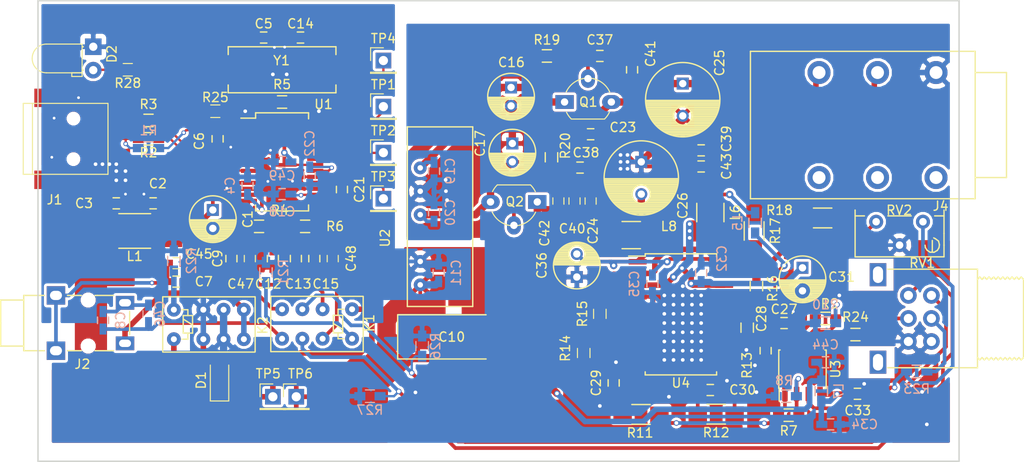
<source format=kicad_pcb>
(kicad_pcb (version 20170922) (host pcbnew "(2017-10-26 revision d2d123750)-master")

(general
  (thickness 1.6)
  (drawings 5)
  (tracks 1036)
  (zones 0)
  (modules 105)
  (nets 70)
)

(page A4)
(layers
  (0 F.Cu signal)
  (31 B.Cu signal)
  (32 B.Adhes user)
  (33 F.Adhes user)
  (34 B.Paste user)
  (35 F.Paste user)
  (36 B.SilkS user)
  (37 F.SilkS user)
  (38 B.Mask user)
  (39 F.Mask user)
  (40 Dwgs.User user)
  (41 Cmts.User user)
  (42 Eco1.User user)
  (43 Eco2.User user)
  (44 Edge.Cuts user)
  (45 Margin user)
  (46 B.CrtYd user)
  (47 F.CrtYd user)
  (48 B.Fab user hide)
  (49 F.Fab user hide)
)


(setup
  (last_trace_width 0.4)
  (user_trace_width 0.2)
  (user_trace_width 0.25)
  (user_trace_width 0.6)
  (user_trace_width 0.8)
  (user_trace_width 1.5)
  (trace_clearance 0.2)
  (zone_clearance 0.3)
  (zone_45_only yes)
  (trace_min 0.2)
  (segment_width 0.2)
  (edge_width 0.15)
  (via_size 0.6)
  (via_drill 0.4)
  (via_min_size 0.4)
  (via_min_drill 0.3)
  (user_via 0.5 0.3)
  (user_via 1.3 1)
  (uvia_size 0.3)
  (uvia_drill 0.1)
  (uvias_allowed no)
  (uvia_min_size 0.2)
  (uvia_min_drill 0.1)
  (pcb_text_width 0.3)
  (pcb_text_size 1.5 1.5)
  (mod_edge_width 0.15)
  (mod_text_size 1 1)
  (mod_text_width 0.15)
  (pad_size 3 4)
  (pad_drill 0)
  (pad_to_mask_clearance 0.2)
  (aux_axis_origin 0 0)
  (visible_elements FFFFFFFF)
  (pcbplotparams
    (layerselection 0x010f0_ffffffff)
    (usegerberextensions true)
    (usegerberattributes true)
    (usegerberadvancedattributes true)
    (creategerberjobfile true)
    (excludeedgelayer true)
    (linewidth 0.100000)
    (plotframeref false)
    (viasonmask false)
    (mode 1)
    (useauxorigin false)
    (hpglpennumber 1)
    (hpglpenspeed 20)
    (hpglpendiameter 15)
    (psnegative false)
    (psa4output false)
    (plotreference true)
    (plotvalue false)
    (plotinvisibletext false)
    (padsonsilk false)
    (subtractmaskfromsilk false)
    (outputformat 1)
    (mirror false)
    (drillshape 0)
    (scaleselection 1)
    (outputdirectory gerber/))
)

(net 0 "")
(net 1 Earth)
(net 2 "Net-(C1-Pad1)")
(net 3 +5V)
(net 4 "Net-(C4-Pad2)")
(net 5 "Net-(C5-Pad1)")
(net 6 +3V3)
(net 7 /LUSB)
(net 8 "Net-(C12-Pad1)")
(net 9 "Net-(C13-Pad2)")
(net 10 "Net-(C14-Pad1)")
(net 11 /RUSB)
(net 12 "Net-(C15-Pad1)")
(net 13 GNDPWR)
(net 14 "Net-(C16-Pad1)")
(net 15 "Net-(C17-Pad2)")
(net 16 "Net-(C18-Pad2)")
(net 17 "Net-(C21-Pad1)")
(net 18 "Net-(C22-Pad2)")
(net 19 +12V)
(net 20 -12V)
(net 21 "Net-(C27-Pad1)")
(net 22 "Net-(C29-Pad1)")
(net 23 "Net-(C30-Pad1)")
(net 24 "Net-(C31-Pad1)")
(net 25 "Net-(C33-Pad2)")
(net 26 "Net-(C35-Pad2)")
(net 27 "Net-(D1-Pad1)")
(net 28 "Net-(J1-Pad4)")
(net 29 /D+)
(net 30 /D-)
(net 31 GNDA)
(net 32 "Net-(J4-Pad4)")
(net 33 "Net-(J4-Pad6)")
(net 34 "Net-(J4-Pad5)")
(net 35 "Net-(J4-Pad2)")
(net 36 "Net-(J4-Pad3)")
(net 37 "Net-(K1-Pad6)")
(net 38 "Net-(K1-Pad3)")
(net 39 "Net-(R2-Pad2)")
(net 40 "Net-(R3-Pad1)")
(net 41 "Net-(R7-Pad2)")
(net 42 "Net-(R11-Pad2)")
(net 43 "Net-(R10-Pad2)")
(net 44 "Net-(R12-Pad2)")
(net 45 "Net-(R13-Pad2)")
(net 46 "Net-(R14-Pad1)")
(net 47 "Net-(R15-Pad2)")
(net 48 "Net-(R16-Pad1)")
(net 49 "Net-(TP1-Pad1)")
(net 50 "Net-(TP2-Pad1)")
(net 51 "Net-(TP3-Pad1)")
(net 52 "Net-(U1-Pad5)")
(net 53 "Net-(U1-Pad2)")
(net 54 "Net-(C37-Pad1)")
(net 55 "Net-(C38-Pad1)")
(net 56 "Net-(R23-Pad2)")
(net 57 "Net-(R23-Pad1)")
(net 58 "Net-(R24-Pad2)")
(net 59 "Net-(R24-Pad1)")
(net 60 "Net-(C45-Pad2)")
(net 61 "Net-(C45-Pad1)")
(net 62 "Net-(C46-Pad2)")
(net 63 "Net-(C46-Pad1)")
(net 64 "Net-(C47-Pad1)")
(net 65 "Net-(D2-Pad2)")
(net 66 "Net-(K1-Pad8)")
(net 67 "Net-(K2-Pad8)")
(net 68 "Net-(R25-Pad1)")
(net 69 /SSPND)

(net_class Default "This is the default net class."
  (clearance 0.2)
  (trace_width 0.4)
  (via_dia 0.6)
  (via_drill 0.4)
  (uvia_dia 0.3)
  (uvia_drill 0.1)
  (add_net +12V)
  (add_net +3V3)
  (add_net +5V)
  (add_net -12V)
  (add_net /D+)
  (add_net /D-)
  (add_net /LUSB)
  (add_net /RUSB)
  (add_net /SSPND)
  (add_net Earth)
  (add_net GNDA)
  (add_net GNDPWR)
  (add_net "Net-(C1-Pad1)")
  (add_net "Net-(C12-Pad1)")
  (add_net "Net-(C13-Pad2)")
  (add_net "Net-(C14-Pad1)")
  (add_net "Net-(C15-Pad1)")
  (add_net "Net-(C16-Pad1)")
  (add_net "Net-(C17-Pad2)")
  (add_net "Net-(C18-Pad2)")
  (add_net "Net-(C21-Pad1)")
  (add_net "Net-(C22-Pad2)")
  (add_net "Net-(C27-Pad1)")
  (add_net "Net-(C29-Pad1)")
  (add_net "Net-(C30-Pad1)")
  (add_net "Net-(C31-Pad1)")
  (add_net "Net-(C33-Pad2)")
  (add_net "Net-(C35-Pad2)")
  (add_net "Net-(C37-Pad1)")
  (add_net "Net-(C38-Pad1)")
  (add_net "Net-(C4-Pad2)")
  (add_net "Net-(C45-Pad1)")
  (add_net "Net-(C45-Pad2)")
  (add_net "Net-(C46-Pad1)")
  (add_net "Net-(C46-Pad2)")
  (add_net "Net-(C47-Pad1)")
  (add_net "Net-(C5-Pad1)")
  (add_net "Net-(D1-Pad1)")
  (add_net "Net-(D2-Pad2)")
  (add_net "Net-(J1-Pad4)")
  (add_net "Net-(J4-Pad2)")
  (add_net "Net-(J4-Pad3)")
  (add_net "Net-(J4-Pad4)")
  (add_net "Net-(J4-Pad5)")
  (add_net "Net-(J4-Pad6)")
  (add_net "Net-(K1-Pad3)")
  (add_net "Net-(K1-Pad6)")
  (add_net "Net-(K1-Pad8)")
  (add_net "Net-(K2-Pad8)")
  (add_net "Net-(R10-Pad2)")
  (add_net "Net-(R11-Pad2)")
  (add_net "Net-(R12-Pad2)")
  (add_net "Net-(R13-Pad2)")
  (add_net "Net-(R14-Pad1)")
  (add_net "Net-(R15-Pad2)")
  (add_net "Net-(R16-Pad1)")
  (add_net "Net-(R2-Pad2)")
  (add_net "Net-(R23-Pad1)")
  (add_net "Net-(R23-Pad2)")
  (add_net "Net-(R24-Pad1)")
  (add_net "Net-(R24-Pad2)")
  (add_net "Net-(R25-Pad1)")
  (add_net "Net-(R3-Pad1)")
  (add_net "Net-(R7-Pad2)")
  (add_net "Net-(TP1-Pad1)")
  (add_net "Net-(TP2-Pad1)")
  (add_net "Net-(TP3-Pad1)")
  (add_net "Net-(U1-Pad2)")
  (add_net "Net-(U1-Pad5)")
)

  (module Connectors:USB_Mini-B (layer F.Cu) (tedit 5543E571) (tstamp 5978A85A)
    (at 16.65 28.5)
    (descr "USB Mini-B 5-pin SMD connector")
    (tags "USB USB_B USB_Mini connector")
    (path /5976A1B4)
    (attr smd)
    (fp_text reference J1 (at -1.85 6.61) (layer F.SilkS)
      (effects (font (size 1 1) (thickness 0.15)))
    )
    (fp_text value USB_OTG (at 0 -7.0993) (layer F.Fab)
      (effects (font (size 1 1) (thickness 0.15)))
    )
    (fp_line (start -5.5 -5.7) (end 4.2 -5.7) (layer F.CrtYd) (width 0.05))
    (fp_line (start 4.2 -5.7) (end 4.2 5.7) (layer F.CrtYd) (width 0.05))
    (fp_line (start 4.2 5.7) (end -5.5 5.7) (layer F.CrtYd) (width 0.05))
    (fp_line (start -5.5 5.7) (end -5.5 -5.7) (layer F.CrtYd) (width 0.05))
    (fp_line (start -4.25 -3.85) (end -4.25 3.85) (layer F.SilkS) (width 0.12))
    (fp_line (start -5.25 -3.85) (end -5.25 3.85) (layer F.SilkS) (width 0.12))
    (fp_line (start -5.25 3.85) (end 3.95 3.85) (layer F.SilkS) (width 0.12))
    (fp_line (start 3.95 3.85) (end 3.95 -3.85) (layer F.SilkS) (width 0.12))
    (fp_line (start 3.95 -3.85) (end -5.25 -3.85) (layer F.SilkS) (width 0.12))
    (pad 1 smd rect (at 2.8 -1.6) (size 2.3 0.5) (layers F.Cu F.Paste F.Mask)
      (net 3 +5V))
    (pad 2 smd rect (at 2.8 -0.8) (size 2.3 0.5) (layers F.Cu F.Paste F.Mask)
      (net 30 /D-))
    (pad 3 smd rect (at 2.8 0) (size 2.3 0.5) (layers F.Cu F.Paste F.Mask)
      (net 29 /D+))
    (pad 4 smd rect (at 2.8 0.8) (size 2.3 0.5) (layers F.Cu F.Paste F.Mask)
      (net 28 "Net-(J1-Pad4)"))
    (pad 5 smd rect (at 2.8 1.6) (size 2.3 0.5) (layers F.Cu F.Paste F.Mask)
      (net 1 Earth))
    (pad 6 smd rect (at 2.7 -4.45) (size 2.5 2) (layers F.Cu F.Paste F.Mask)
      (net 1 Earth))
    (pad 6 smd rect (at -2.8 -4.45) (size 2.5 2) (layers F.Cu F.Paste F.Mask)
      (net 1 Earth))
    (pad 6 smd rect (at 2.7 4.45) (size 2.5 2) (layers F.Cu F.Paste F.Mask)
      (net 1 Earth))
    (pad 6 smd rect (at -2.8 4.45) (size 2.5 2) (layers F.Cu F.Paste F.Mask)
      (net 1 Earth))
    (pad "" np_thru_hole circle (at 0.2 -2.2) (size 0.9 0.9) (drill 0.9) (layers *.Cu *.Mask))
    (pad "" np_thru_hole circle (at 0.2 2.2) (size 0.9 0.9) (drill 0.9) (layers *.Cu *.Mask))
  )

  (module Capacitors_SMD:C_0603_HandSoldering (layer F.Cu) (tedit 58AA848B) (tstamp 5978A7FD)
    (at 73 35.25 270)
    (descr "Capacitor SMD 0603, hand soldering")
    (tags "capacitor 0603")
    (path /59306303)
    (attr smd)
    (fp_text reference C24 (at 3.25 -0.25 270) (layer F.SilkS)
      (effects (font (size 1 1) (thickness 0.15)))
    )
    (fp_text value 100n (at 0 1.9 270) (layer F.Fab)
      (effects (font (size 1 1) (thickness 0.15)))
    )
    (fp_text user %R (at 0 -1.25 270) (layer F.Fab)
      (effects (font (size 1 1) (thickness 0.15)))
    )
    (fp_line (start -0.8 0.4) (end -0.8 -0.4) (layer F.Fab) (width 0.1))
    (fp_line (start 0.8 0.4) (end -0.8 0.4) (layer F.Fab) (width 0.1))
    (fp_line (start 0.8 -0.4) (end 0.8 0.4) (layer F.Fab) (width 0.1))
    (fp_line (start -0.8 -0.4) (end 0.8 -0.4) (layer F.Fab) (width 0.1))
    (fp_line (start -0.35 -0.6) (end 0.35 -0.6) (layer F.SilkS) (width 0.12))
    (fp_line (start 0.35 0.6) (end -0.35 0.6) (layer F.SilkS) (width 0.12))
    (fp_line (start -1.8 -0.65) (end 1.8 -0.65) (layer F.CrtYd) (width 0.05))
    (fp_line (start -1.8 -0.65) (end -1.8 0.65) (layer F.CrtYd) (width 0.05))
    (fp_line (start 1.8 0.65) (end 1.8 -0.65) (layer F.CrtYd) (width 0.05))
    (fp_line (start 1.8 0.65) (end -1.8 0.65) (layer F.CrtYd) (width 0.05))
    (pad 1 smd rect (at -0.95 0 270) (size 1.2 0.75) (layers F.Cu F.Paste F.Mask)
      (net 13 GNDPWR))
    (pad 2 smd rect (at 0.95 0 270) (size 1.2 0.75) (layers F.Cu F.Paste F.Mask)
      (net 20 -12V))
    (model Capacitors_SMD.3dshapes/C_0603.wrl
      (at (xyz 0 0 0))
      (scale (xyz 1 1 1))
      (rotate (xyz 0 0 0))
    )
  )

  (module Capacitors_SMD:C_0603_HandSoldering (layer F.Cu) (tedit 58AA848B) (tstamp 59918DD6)
    (at 71.25 35.25 270)
    (descr "Capacitor SMD 0603, hand soldering")
    (tags "capacitor 0603")
    (path /5991A29D)
    (attr smd)
    (fp_text reference C40 (at 3 0.25 180) (layer F.SilkS)
      (effects (font (size 1 1) (thickness 0.15)))
    )
    (fp_text value 100n (at 0 1.9 270) (layer F.Fab)
      (effects (font (size 1 1) (thickness 0.15)))
    )
    (fp_text user %R (at 0 -1.25 270) (layer F.Fab)
      (effects (font (size 1 1) (thickness 0.15)))
    )
    (fp_line (start -0.8 0.4) (end -0.8 -0.4) (layer F.Fab) (width 0.1))
    (fp_line (start 0.8 0.4) (end -0.8 0.4) (layer F.Fab) (width 0.1))
    (fp_line (start 0.8 -0.4) (end 0.8 0.4) (layer F.Fab) (width 0.1))
    (fp_line (start -0.8 -0.4) (end 0.8 -0.4) (layer F.Fab) (width 0.1))
    (fp_line (start -0.35 -0.6) (end 0.35 -0.6) (layer F.SilkS) (width 0.12))
    (fp_line (start 0.35 0.6) (end -0.35 0.6) (layer F.SilkS) (width 0.12))
    (fp_line (start -1.8 -0.65) (end 1.8 -0.65) (layer F.CrtYd) (width 0.05))
    (fp_line (start -1.8 -0.65) (end -1.8 0.65) (layer F.CrtYd) (width 0.05))
    (fp_line (start 1.8 0.65) (end 1.8 -0.65) (layer F.CrtYd) (width 0.05))
    (fp_line (start 1.8 0.65) (end -1.8 0.65) (layer F.CrtYd) (width 0.05))
    (pad 1 smd rect (at -0.95 0 270) (size 1.2 0.75) (layers F.Cu F.Paste F.Mask)
      (net 13 GNDPWR))
    (pad 2 smd rect (at 0.95 0 270) (size 1.2 0.75) (layers F.Cu F.Paste F.Mask)
      (net 20 -12V))
    (model Capacitors_SMD.3dshapes/C_0603.wrl
      (at (xyz 0 0 0))
      (scale (xyz 1 1 1))
      (rotate (xyz 0 0 0))
    )
  )

  (module Capacitors_SMD:C_0603_HandSoldering (layer F.Cu) (tedit 58AA848B) (tstamp 59918DE2)
    (at 69.5 35.25 270)
    (descr "Capacitor SMD 0603, hand soldering")
    (tags "capacitor 0603")
    (path /5991A2A3)
    (attr smd)
    (fp_text reference C42 (at 3.5 1.5 270) (layer F.SilkS)
      (effects (font (size 1 1) (thickness 0.15)))
    )
    (fp_text value 100n (at 0 1.9 270) (layer F.Fab)
      (effects (font (size 1 1) (thickness 0.15)))
    )
    (fp_text user %R (at 0 -1.25 270) (layer F.Fab)
      (effects (font (size 1 1) (thickness 0.15)))
    )
    (fp_line (start -0.8 0.4) (end -0.8 -0.4) (layer F.Fab) (width 0.1))
    (fp_line (start 0.8 0.4) (end -0.8 0.4) (layer F.Fab) (width 0.1))
    (fp_line (start 0.8 -0.4) (end 0.8 0.4) (layer F.Fab) (width 0.1))
    (fp_line (start -0.8 -0.4) (end 0.8 -0.4) (layer F.Fab) (width 0.1))
    (fp_line (start -0.35 -0.6) (end 0.35 -0.6) (layer F.SilkS) (width 0.12))
    (fp_line (start 0.35 0.6) (end -0.35 0.6) (layer F.SilkS) (width 0.12))
    (fp_line (start -1.8 -0.65) (end 1.8 -0.65) (layer F.CrtYd) (width 0.05))
    (fp_line (start -1.8 -0.65) (end -1.8 0.65) (layer F.CrtYd) (width 0.05))
    (fp_line (start 1.8 0.65) (end 1.8 -0.65) (layer F.CrtYd) (width 0.05))
    (fp_line (start 1.8 0.65) (end -1.8 0.65) (layer F.CrtYd) (width 0.05))
    (pad 1 smd rect (at -0.95 0 270) (size 1.2 0.75) (layers F.Cu F.Paste F.Mask)
      (net 13 GNDPWR))
    (pad 2 smd rect (at 0.95 0 270) (size 1.2 0.75) (layers F.Cu F.Paste F.Mask)
      (net 20 -12V))
    (model Capacitors_SMD.3dshapes/C_0603.wrl
      (at (xyz 0 0 0))
      (scale (xyz 1 1 1))
      (rotate (xyz 0 0 0))
    )
  )

  (module Resistors_SMD:R_0603_HandSoldering (layer F.Cu) (tedit 58E0A804) (tstamp 5978A927)
    (at 72.25 51.75 270)
    (descr "Resistor SMD 0603, hand soldering")
    (tags "resistor 0603")
    (path /5938D7A2)
    (attr smd)
    (fp_text reference R14 (at -0.5 2 270) (layer F.SilkS)
      (effects (font (size 1 1) (thickness 0.15)))
    )
    (fp_text value 1k (at 0 1.9 270) (layer F.Fab)
      (effects (font (size 1 1) (thickness 0.15)))
    )
    (fp_text user %R (at 0 0 270) (layer F.Fab)
      (effects (font (size 0.4 0.4) (thickness 0.075)))
    )
    (fp_line (start -0.8 0.4) (end -0.8 -0.4) (layer F.Fab) (width 0.1))
    (fp_line (start 0.8 0.4) (end -0.8 0.4) (layer F.Fab) (width 0.1))
    (fp_line (start 0.8 -0.4) (end 0.8 0.4) (layer F.Fab) (width 0.1))
    (fp_line (start -0.8 -0.4) (end 0.8 -0.4) (layer F.Fab) (width 0.1))
    (fp_line (start 0.5 0.68) (end -0.5 0.68) (layer F.SilkS) (width 0.12))
    (fp_line (start -0.5 -0.68) (end 0.5 -0.68) (layer F.SilkS) (width 0.12))
    (fp_line (start -1.96 -0.7) (end 1.95 -0.7) (layer F.CrtYd) (width 0.05))
    (fp_line (start -1.96 -0.7) (end -1.96 0.7) (layer F.CrtYd) (width 0.05))
    (fp_line (start 1.95 0.7) (end 1.95 -0.7) (layer F.CrtYd) (width 0.05))
    (fp_line (start 1.95 0.7) (end -1.96 0.7) (layer F.CrtYd) (width 0.05))
    (pad 1 smd rect (at -1.1 0 270) (size 1.2 0.9) (layers F.Cu F.Paste F.Mask)
      (net 46 "Net-(R14-Pad1)"))
    (pad 2 smd rect (at 1.1 0 270) (size 1.2 0.9) (layers F.Cu F.Paste F.Mask)
      (net 13 GNDPWR))
    (model ${KISYS3DMOD}/Resistors_SMD.3dshapes/R_0603.wrl
      (at (xyz 0 0 0))
      (scale (xyz 1 1 1))
      (rotate (xyz 0 0 0))
    )
  )

  (module Resistors_SMD:R_0603_HandSoldering (layer F.Cu) (tedit 58E0A804) (tstamp 5978A92D)
    (at 74 47.5 90)
    (descr "Resistor SMD 0603, hand soldering")
    (tags "resistor 0603")
    (path /5938C14D)
    (attr smd)
    (fp_text reference R15 (at 0 -1.9 90) (layer F.SilkS)
      (effects (font (size 1 1) (thickness 0.15)))
    )
    (fp_text value 1k (at 0 1.9 90) (layer F.Fab)
      (effects (font (size 1 1) (thickness 0.15)))
    )
    (fp_text user %R (at 0 0 90) (layer F.Fab)
      (effects (font (size 0.4 0.4) (thickness 0.075)))
    )
    (fp_line (start -0.8 0.4) (end -0.8 -0.4) (layer F.Fab) (width 0.1))
    (fp_line (start 0.8 0.4) (end -0.8 0.4) (layer F.Fab) (width 0.1))
    (fp_line (start 0.8 -0.4) (end 0.8 0.4) (layer F.Fab) (width 0.1))
    (fp_line (start -0.8 -0.4) (end 0.8 -0.4) (layer F.Fab) (width 0.1))
    (fp_line (start 0.5 0.68) (end -0.5 0.68) (layer F.SilkS) (width 0.12))
    (fp_line (start -0.5 -0.68) (end 0.5 -0.68) (layer F.SilkS) (width 0.12))
    (fp_line (start -1.96 -0.7) (end 1.95 -0.7) (layer F.CrtYd) (width 0.05))
    (fp_line (start -1.96 -0.7) (end -1.96 0.7) (layer F.CrtYd) (width 0.05))
    (fp_line (start 1.95 0.7) (end 1.95 -0.7) (layer F.CrtYd) (width 0.05))
    (fp_line (start 1.95 0.7) (end -1.96 0.7) (layer F.CrtYd) (width 0.05))
    (pad 1 smd rect (at -1.1 0 90) (size 1.2 0.9) (layers F.Cu F.Paste F.Mask)
      (net 46 "Net-(R14-Pad1)"))
    (pad 2 smd rect (at 1.1 0 90) (size 1.2 0.9) (layers F.Cu F.Paste F.Mask)
      (net 47 "Net-(R15-Pad2)"))
    (model ${KISYS3DMOD}/Resistors_SMD.3dshapes/R_0603.wrl
      (at (xyz 0 0 0))
      (scale (xyz 1 1 1))
      (rotate (xyz 0 0 0))
    )
  )

  (module smd:SOIC-20W_ThermalPad (layer F.Cu) (tedit 59D3B7C6) (tstamp 5978A9E9)
    (at 82.8 47.555)
    (descr "20-Lead Plastic Small Outline (SO) - Wide, 7.50 mm Body [SOIC] (see Microchip Packaging Specification 00000049BS.pdf)")
    (tags "SOIC 1.27")
    (path /5936C2F8)
    (attr smd)
    (fp_text reference U4 (at 0 7.445) (layer F.SilkS)
      (effects (font (size 1 1) (thickness 0.15)))
    )
    (fp_text value TPA6120 (at 0 7.5) (layer F.Fab)
      (effects (font (size 1 1) (thickness 0.15)))
    )
    (fp_line (start -3.875 -6.325) (end -5.675 -6.325) (layer F.SilkS) (width 0.15))
    (fp_line (start -3.875 6.575) (end 3.875 6.575) (layer F.SilkS) (width 0.15))
    (fp_line (start -3.875 -6.575) (end 3.875 -6.575) (layer F.SilkS) (width 0.15))
    (fp_line (start -3.875 6.575) (end -3.875 6.24) (layer F.SilkS) (width 0.15))
    (fp_line (start 3.875 6.575) (end 3.875 6.24) (layer F.SilkS) (width 0.15))
    (fp_line (start 3.875 -6.575) (end 3.875 -6.24) (layer F.SilkS) (width 0.15))
    (fp_line (start -3.875 -6.575) (end -3.875 -6.325) (layer F.SilkS) (width 0.15))
    (fp_line (start -5.95 6.75) (end 5.95 6.75) (layer F.CrtYd) (width 0.05))
    (fp_line (start -5.95 -6.75) (end 5.95 -6.75) (layer F.CrtYd) (width 0.05))
    (fp_line (start 5.95 -6.75) (end 5.95 6.75) (layer F.CrtYd) (width 0.05))
    (fp_line (start -5.95 -6.75) (end -5.95 6.75) (layer F.CrtYd) (width 0.05))
    (fp_line (start -3.75 -5.4) (end -2.75 -6.4) (layer F.Fab) (width 0.15))
    (fp_line (start -3.75 6.4) (end -3.75 -5.4) (layer F.Fab) (width 0.15))
    (fp_line (start 3.75 6.4) (end -3.75 6.4) (layer F.Fab) (width 0.15))
    (fp_line (start 3.75 -6.4) (end 3.75 6.4) (layer F.Fab) (width 0.15))
    (fp_line (start -2.75 -6.4) (end 3.75 -6.4) (layer F.Fab) (width 0.15))
    (pad 20 smd rect (at 4.7 -5.715) (size 1.95 0.6) (layers F.Cu F.Paste F.Mask)
      (net 26 "Net-(C35-Pad2)"))
    (pad 19 smd rect (at 4.7 -4.445) (size 1.95 0.6) (layers F.Cu F.Paste F.Mask)
      (net 48 "Net-(R16-Pad1)"))
    (pad 18 smd rect (at 4.7 -3.175) (size 1.95 0.6) (layers F.Cu F.Paste F.Mask)
      (net 24 "Net-(C31-Pad1)"))
    (pad 17 smd rect (at 4.7 -1.905) (size 1.95 0.6) (layers F.Cu F.Paste F.Mask)
      (net 23 "Net-(C30-Pad1)"))
    (pad 16 smd rect (at 4.7 -0.635) (size 1.95 0.6) (layers F.Cu F.Paste F.Mask)
      (net 45 "Net-(R13-Pad2)"))
    (pad 15 smd rect (at 4.7 0.635) (size 1.95 0.6) (layers F.Cu F.Paste F.Mask))
    (pad 14 smd rect (at 4.7 1.905) (size 1.95 0.6) (layers F.Cu F.Paste F.Mask))
    (pad 13 smd rect (at 4.7 3.175) (size 1.95 0.6) (layers F.Cu F.Paste F.Mask))
    (pad 12 smd rect (at 4.7 4.445) (size 1.95 0.6) (layers F.Cu F.Paste F.Mask))
    (pad 11 smd rect (at 4.7 5.715) (size 1.95 0.6) (layers F.Cu F.Paste F.Mask))
    (pad 10 smd rect (at -4.7 5.715) (size 1.95 0.6) (layers F.Cu F.Paste F.Mask))
    (pad 9 smd rect (at -4.7 4.445) (size 1.95 0.6) (layers F.Cu F.Paste F.Mask))
    (pad 8 smd rect (at -4.7 3.175) (size 1.95 0.6) (layers F.Cu F.Paste F.Mask))
    (pad 7 smd rect (at -4.7 1.905) (size 1.95 0.6) (layers F.Cu F.Paste F.Mask))
    (pad 6 smd rect (at -4.7 0.635) (size 1.95 0.6) (layers F.Cu F.Paste F.Mask))
    (pad 5 smd rect (at -4.7 -0.635) (size 1.95 0.6) (layers F.Cu F.Paste F.Mask)
      (net 46 "Net-(R14-Pad1)"))
    (pad 4 smd rect (at -4.7 -1.905) (size 1.95 0.6) (layers F.Cu F.Paste F.Mask)
      (net 22 "Net-(C29-Pad1)"))
    (pad 3 smd rect (at -4.7 -3.175) (size 1.95 0.6) (layers F.Cu F.Paste F.Mask)
      (net 24 "Net-(C31-Pad1)"))
    (pad 2 smd rect (at -4.7 -4.445) (size 1.95 0.6) (layers F.Cu F.Paste F.Mask)
      (net 47 "Net-(R15-Pad2)"))
    (pad 1 smd rect (at -4.7 -5.715) (size 1.95 0.6) (layers F.Cu F.Paste F.Mask)
      (net 26 "Net-(C35-Pad2)"))
    (pad 21 smd rect (at 0 0) (size 3 4) (layers F.Cu F.Paste F.Mask)
      (net 13 GNDPWR) (zone_connect 2))
    (model Housings_SOIC.3dshapes/SOIC-20_7.5x12.8mm_Pitch1.27mm.wrl
      (at (xyz 0 0 0))
      (scale (xyz 1 1 1))
      (rotate (xyz 0 0 0))
    )
  )

  (module Capacitors_THT:C_Radial_D8_L11.5_P3.5 (layer F.Cu) (tedit 0) (tstamp 5978A803)
    (at 83 22.5 270)
    (descr "Radial Electrolytic Capacitor Diameter 8mm x Length 11.5mm, Pitch 3.5mm")
    (tags "Electrolytic Capacitor")
    (path /593064DB)
    (fp_text reference C25 (at -2.25 -4 270) (layer F.SilkS)
      (effects (font (size 1 1) (thickness 0.15)))
    )
    (fp_text value 100u (at 1.75 5.3 270) (layer F.Fab)
      (effects (font (size 1 1) (thickness 0.15)))
    )
    (fp_circle (center 1.75 0) (end 1.75 -4.3) (layer F.CrtYd) (width 0.05))
    (fp_circle (center 1.75 0) (end 1.75 -4.0375) (layer F.SilkS) (width 0.15))
    (fp_circle (center 3.5 0) (end 3.5 -1) (layer F.SilkS) (width 0.15))
    (fp_line (start 5.745 -0.2) (end 5.745 0.2) (layer F.SilkS) (width 0.15))
    (fp_line (start 5.605 -1.067) (end 5.605 1.067) (layer F.SilkS) (width 0.15))
    (fp_line (start 5.465 -1.483) (end 5.465 1.483) (layer F.SilkS) (width 0.15))
    (fp_line (start 5.325 -1.794) (end 5.325 1.794) (layer F.SilkS) (width 0.15))
    (fp_line (start 5.185 -2.05) (end 5.185 2.05) (layer F.SilkS) (width 0.15))
    (fp_line (start 5.045 -2.268) (end 5.045 2.268) (layer F.SilkS) (width 0.15))
    (fp_line (start 4.905 -2.459) (end 4.905 2.459) (layer F.SilkS) (width 0.15))
    (fp_line (start 4.765 -2.629) (end 4.765 2.629) (layer F.SilkS) (width 0.15))
    (fp_line (start 4.625 -2.781) (end 4.625 2.781) (layer F.SilkS) (width 0.15))
    (fp_line (start 4.485 0.173) (end 4.485 2.919) (layer F.SilkS) (width 0.15))
    (fp_line (start 4.485 -2.919) (end 4.485 -0.173) (layer F.SilkS) (width 0.15))
    (fp_line (start 4.345 0.535) (end 4.345 3.044) (layer F.SilkS) (width 0.15))
    (fp_line (start 4.345 -3.044) (end 4.345 -0.535) (layer F.SilkS) (width 0.15))
    (fp_line (start 4.205 0.709) (end 4.205 3.158) (layer F.SilkS) (width 0.15))
    (fp_line (start 4.205 -3.158) (end 4.205 -0.709) (layer F.SilkS) (width 0.15))
    (fp_line (start 4.065 0.825) (end 4.065 3.262) (layer F.SilkS) (width 0.15))
    (fp_line (start 4.065 -3.262) (end 4.065 -0.825) (layer F.SilkS) (width 0.15))
    (fp_line (start 3.925 0.905) (end 3.925 3.357) (layer F.SilkS) (width 0.15))
    (fp_line (start 3.925 -3.357) (end 3.925 -0.905) (layer F.SilkS) (width 0.15))
    (fp_line (start 3.785 0.959) (end 3.785 3.444) (layer F.SilkS) (width 0.15))
    (fp_line (start 3.785 -3.444) (end 3.785 -0.959) (layer F.SilkS) (width 0.15))
    (fp_line (start 3.645 0.989) (end 3.645 3.523) (layer F.SilkS) (width 0.15))
    (fp_line (start 3.645 -3.523) (end 3.645 -0.989) (layer F.SilkS) (width 0.15))
    (fp_line (start 3.505 1) (end 3.505 3.594) (layer F.SilkS) (width 0.15))
    (fp_line (start 3.505 -3.594) (end 3.505 -1) (layer F.SilkS) (width 0.15))
    (fp_line (start 3.365 0.991) (end 3.365 3.659) (layer F.SilkS) (width 0.15))
    (fp_line (start 3.365 -3.659) (end 3.365 -0.991) (layer F.SilkS) (width 0.15))
    (fp_line (start 3.225 0.961) (end 3.225 3.718) (layer F.SilkS) (width 0.15))
    (fp_line (start 3.225 -3.718) (end 3.225 -0.961) (layer F.SilkS) (width 0.15))
    (fp_line (start 3.085 0.91) (end 3.085 3.771) (layer F.SilkS) (width 0.15))
    (fp_line (start 3.085 -3.771) (end 3.085 -0.91) (layer F.SilkS) (width 0.15))
    (fp_line (start 2.945 0.832) (end 2.945 3.817) (layer F.SilkS) (width 0.15))
    (fp_line (start 2.945 -3.817) (end 2.945 -0.832) (layer F.SilkS) (width 0.15))
    (fp_line (start 2.805 0.719) (end 2.805 3.858) (layer F.SilkS) (width 0.15))
    (fp_line (start 2.805 -3.858) (end 2.805 -0.719) (layer F.SilkS) (width 0.15))
    (fp_line (start 2.665 0.55) (end 2.665 3.894) (layer F.SilkS) (width 0.15))
    (fp_line (start 2.665 -3.894) (end 2.665 -0.55) (layer F.SilkS) (width 0.15))
    (fp_line (start 2.525 0.222) (end 2.525 3.924) (layer F.SilkS) (width 0.15))
    (fp_line (start 2.525 -3.924) (end 2.525 -0.222) (layer F.SilkS) (width 0.15))
    (fp_line (start 2.385 -3.949) (end 2.385 3.949) (layer F.SilkS) (width 0.15))
    (fp_line (start 2.245 -3.969) (end 2.245 3.969) (layer F.SilkS) (width 0.15))
    (fp_line (start 2.105 -3.984) (end 2.105 3.984) (layer F.SilkS) (width 0.15))
    (fp_line (start 1.965 -3.994) (end 1.965 3.994) (layer F.SilkS) (width 0.15))
    (fp_line (start 1.825 -3.999) (end 1.825 3.999) (layer F.SilkS) (width 0.15))
    (pad 1 thru_hole rect (at 0 0 270) (size 1.3 1.3) (drill 0.8) (layers *.Cu *.Mask)
      (net 19 +12V))
    (pad 2 thru_hole circle (at 3.5 0 270) (size 1.3 1.3) (drill 0.8) (layers *.Cu *.Mask)
      (net 13 GNDPWR))
    (model Capacitors_ThroughHole.3dshapes/C_Radial_D8_L11.5_P3.5.wrl
      (at (xyz 0 0 0))
      (scale (xyz 1 1 1))
      (rotate (xyz 0 0 0))
    )
  )

  (module Capacitors_THT:C_Radial_D5_L11_P2 (layer F.Cu) (tedit 0) (tstamp 5978A773)
    (at 31.98 36.22 270)
    (descr "Radial Electrolytic Capacitor 5mm x Length 11mm, Pitch 2mm")
    (tags "Electrolytic Capacitor")
    (path /5934B839)
    (fp_text reference C1 (at 1 -3.8 270) (layer F.SilkS)
      (effects (font (size 1 1) (thickness 0.15)))
    )
    (fp_text value 10u (at 1 3.8 270) (layer F.Fab)
      (effects (font (size 1 1) (thickness 0.15)))
    )
    (fp_circle (center 1 0) (end 1 -2.8) (layer F.CrtYd) (width 0.05))
    (fp_circle (center 1 0) (end 1 -2.5375) (layer F.SilkS) (width 0.15))
    (fp_circle (center 2 0) (end 2 -0.8) (layer F.SilkS) (width 0.15))
    (fp_line (start 3.455 -0.472) (end 3.455 0.472) (layer F.SilkS) (width 0.15))
    (fp_line (start 3.315 -0.944) (end 3.315 0.944) (layer F.SilkS) (width 0.15))
    (fp_line (start 3.175 -1.233) (end 3.175 1.233) (layer F.SilkS) (width 0.15))
    (fp_line (start 3.035 -1.452) (end 3.035 1.452) (layer F.SilkS) (width 0.15))
    (fp_line (start 2.895 -1.631) (end 2.895 1.631) (layer F.SilkS) (width 0.15))
    (fp_line (start 2.755 0.265) (end 2.755 1.78) (layer F.SilkS) (width 0.15))
    (fp_line (start 2.755 -1.78) (end 2.755 -0.265) (layer F.SilkS) (width 0.15))
    (fp_line (start 2.615 0.512) (end 2.615 1.908) (layer F.SilkS) (width 0.15))
    (fp_line (start 2.615 -1.908) (end 2.615 -0.512) (layer F.SilkS) (width 0.15))
    (fp_line (start 2.475 0.644) (end 2.475 2.019) (layer F.SilkS) (width 0.15))
    (fp_line (start 2.475 -2.019) (end 2.475 -0.644) (layer F.SilkS) (width 0.15))
    (fp_line (start 2.335 0.726) (end 2.335 2.114) (layer F.SilkS) (width 0.15))
    (fp_line (start 2.335 -2.114) (end 2.335 -0.726) (layer F.SilkS) (width 0.15))
    (fp_line (start 2.195 0.776) (end 2.195 2.196) (layer F.SilkS) (width 0.15))
    (fp_line (start 2.195 -2.196) (end 2.195 -0.776) (layer F.SilkS) (width 0.15))
    (fp_line (start 2.055 0.798) (end 2.055 2.266) (layer F.SilkS) (width 0.15))
    (fp_line (start 2.055 -2.266) (end 2.055 -0.798) (layer F.SilkS) (width 0.15))
    (fp_line (start 1.915 0.795) (end 1.915 2.327) (layer F.SilkS) (width 0.15))
    (fp_line (start 1.915 -2.327) (end 1.915 -0.795) (layer F.SilkS) (width 0.15))
    (fp_line (start 1.775 0.768) (end 1.775 2.377) (layer F.SilkS) (width 0.15))
    (fp_line (start 1.775 -2.377) (end 1.775 -0.768) (layer F.SilkS) (width 0.15))
    (fp_line (start 1.635 0.712) (end 1.635 2.418) (layer F.SilkS) (width 0.15))
    (fp_line (start 1.635 -2.418) (end 1.635 -0.712) (layer F.SilkS) (width 0.15))
    (fp_line (start 1.495 0.62) (end 1.495 2.451) (layer F.SilkS) (width 0.15))
    (fp_line (start 1.495 -2.451) (end 1.495 -0.62) (layer F.SilkS) (width 0.15))
    (fp_line (start 1.355 0.473) (end 1.355 2.475) (layer F.SilkS) (width 0.15))
    (fp_line (start 1.355 -2.475) (end 1.355 -0.473) (layer F.SilkS) (width 0.15))
    (fp_line (start 1.215 0.154) (end 1.215 2.491) (layer F.SilkS) (width 0.15))
    (fp_line (start 1.215 -2.491) (end 1.215 -0.154) (layer F.SilkS) (width 0.15))
    (fp_line (start 1.075 -2.499) (end 1.075 2.499) (layer F.SilkS) (width 0.15))
    (pad 2 thru_hole circle (at 2 0 270) (size 1.3 1.3) (drill 0.8) (layers *.Cu *.Mask)
      (net 1 Earth))
    (pad 1 thru_hole rect (at 0 0 270) (size 1.3 1.3) (drill 0.8) (layers *.Cu *.Mask)
      (net 2 "Net-(C1-Pad1)"))
    (model Capacitors_ThroughHole.3dshapes/C_Radial_D5_L11_P2.wrl
      (at (xyz 0 0 0))
      (scale (xyz 1 1 1))
      (rotate (xyz 0 0 0))
    )
  )

  (module Capacitors_SMD:C_0603_HandSoldering (layer F.Cu) (tedit 541A9B4D) (tstamp 5978A779)
    (at 25.5 35.5)
    (descr "Capacitor SMD 0603, hand soldering")
    (tags "capacitor 0603")
    (path /5934BF3E)
    (attr smd)
    (fp_text reference C2 (at 0.51 -2.14) (layer F.SilkS)
      (effects (font (size 1 1) (thickness 0.15)))
    )
    (fp_text value 100n (at 0 1.9) (layer F.Fab)
      (effects (font (size 1 1) (thickness 0.15)))
    )
    (fp_line (start 0.35 0.6) (end -0.35 0.6) (layer F.SilkS) (width 0.15))
    (fp_line (start -0.35 -0.6) (end 0.35 -0.6) (layer F.SilkS) (width 0.15))
    (fp_line (start 1.85 -0.75) (end 1.85 0.75) (layer F.CrtYd) (width 0.05))
    (fp_line (start -1.85 -0.75) (end -1.85 0.75) (layer F.CrtYd) (width 0.05))
    (fp_line (start -1.85 0.75) (end 1.85 0.75) (layer F.CrtYd) (width 0.05))
    (fp_line (start -1.85 -0.75) (end 1.85 -0.75) (layer F.CrtYd) (width 0.05))
    (fp_line (start -0.8 -0.4) (end 0.8 -0.4) (layer F.Fab) (width 0.15))
    (fp_line (start 0.8 -0.4) (end 0.8 0.4) (layer F.Fab) (width 0.15))
    (fp_line (start 0.8 0.4) (end -0.8 0.4) (layer F.Fab) (width 0.15))
    (fp_line (start -0.8 0.4) (end -0.8 -0.4) (layer F.Fab) (width 0.15))
    (pad 2 smd rect (at 0.95 0) (size 1.2 0.75) (layers F.Cu F.Paste F.Mask)
      (net 2 "Net-(C1-Pad1)"))
    (pad 1 smd rect (at -0.95 0) (size 1.2 0.75) (layers F.Cu F.Paste F.Mask)
      (net 1 Earth))
    (model Capacitors_SMD.3dshapes/C_0603_HandSoldering.wrl
      (at (xyz 0 0 0))
      (scale (xyz 1 1 1))
      (rotate (xyz 0 0 0))
    )
  )

  (module Capacitors_SMD:C_0603_HandSoldering (layer F.Cu) (tedit 541A9B4D) (tstamp 5978A77F)
    (at 21.5 35.5)
    (descr "Capacitor SMD 0603, hand soldering")
    (tags "capacitor 0603")
    (path /59305590)
    (attr smd)
    (fp_text reference C3 (at -3.5 0) (layer F.SilkS)
      (effects (font (size 1 1) (thickness 0.15)))
    )
    (fp_text value 200n (at 0 1.9) (layer F.Fab)
      (effects (font (size 1 1) (thickness 0.15)))
    )
    (fp_line (start 0.35 0.6) (end -0.35 0.6) (layer F.SilkS) (width 0.15))
    (fp_line (start -0.35 -0.6) (end 0.35 -0.6) (layer F.SilkS) (width 0.15))
    (fp_line (start 1.85 -0.75) (end 1.85 0.75) (layer F.CrtYd) (width 0.05))
    (fp_line (start -1.85 -0.75) (end -1.85 0.75) (layer F.CrtYd) (width 0.05))
    (fp_line (start -1.85 0.75) (end 1.85 0.75) (layer F.CrtYd) (width 0.05))
    (fp_line (start -1.85 -0.75) (end 1.85 -0.75) (layer F.CrtYd) (width 0.05))
    (fp_line (start -0.8 -0.4) (end 0.8 -0.4) (layer F.Fab) (width 0.15))
    (fp_line (start 0.8 -0.4) (end 0.8 0.4) (layer F.Fab) (width 0.15))
    (fp_line (start 0.8 0.4) (end -0.8 0.4) (layer F.Fab) (width 0.15))
    (fp_line (start -0.8 0.4) (end -0.8 -0.4) (layer F.Fab) (width 0.15))
    (pad 2 smd rect (at 0.95 0) (size 1.2 0.75) (layers F.Cu F.Paste F.Mask)
      (net 1 Earth))
    (pad 1 smd rect (at -0.95 0) (size 1.2 0.75) (layers F.Cu F.Paste F.Mask)
      (net 3 +5V))
    (model Capacitors_SMD.3dshapes/C_0603_HandSoldering.wrl
      (at (xyz 0 0 0))
      (scale (xyz 1 1 1))
      (rotate (xyz 0 0 0))
    )
  )

  (module Capacitors_SMD:C_0603_HandSoldering (layer B.Cu) (tedit 541A9B4D) (tstamp 5978A785)
    (at 35.75 33.59 270)
    (descr "Capacitor SMD 0603, hand soldering")
    (tags "capacitor 0603")
    (path /5934A4BD)
    (attr smd)
    (fp_text reference C4 (at 0 1.9 270) (layer B.SilkS)
      (effects (font (size 1 1) (thickness 0.15)) (justify mirror))
    )
    (fp_text value 1u (at 0 -1.9 270) (layer B.Fab)
      (effects (font (size 1 1) (thickness 0.15)) (justify mirror))
    )
    (fp_line (start 0.35 -0.6) (end -0.35 -0.6) (layer B.SilkS) (width 0.15))
    (fp_line (start -0.35 0.6) (end 0.35 0.6) (layer B.SilkS) (width 0.15))
    (fp_line (start 1.85 0.75) (end 1.85 -0.75) (layer B.CrtYd) (width 0.05))
    (fp_line (start -1.85 0.75) (end -1.85 -0.75) (layer B.CrtYd) (width 0.05))
    (fp_line (start -1.85 -0.75) (end 1.85 -0.75) (layer B.CrtYd) (width 0.05))
    (fp_line (start -1.85 0.75) (end 1.85 0.75) (layer B.CrtYd) (width 0.05))
    (fp_line (start -0.8 0.4) (end 0.8 0.4) (layer B.Fab) (width 0.15))
    (fp_line (start 0.8 0.4) (end 0.8 -0.4) (layer B.Fab) (width 0.15))
    (fp_line (start 0.8 -0.4) (end -0.8 -0.4) (layer B.Fab) (width 0.15))
    (fp_line (start -0.8 -0.4) (end -0.8 0.4) (layer B.Fab) (width 0.15))
    (pad 2 smd rect (at 0.95 0 270) (size 1.2 0.75) (layers B.Cu B.Paste B.Mask)
      (net 4 "Net-(C4-Pad2)"))
    (pad 1 smd rect (at -0.95 0 270) (size 1.2 0.75) (layers B.Cu B.Paste B.Mask)
      (net 1 Earth))
    (model Capacitors_SMD.3dshapes/C_0603_HandSoldering.wrl
      (at (xyz 0 0 0))
      (scale (xyz 1 1 1))
      (rotate (xyz 0 0 0))
    )
  )

  (module Capacitors_SMD:C_0603_HandSoldering (layer F.Cu) (tedit 541A9B4D) (tstamp 5978A78B)
    (at 37.5 17.5)
    (descr "Capacitor SMD 0603, hand soldering")
    (tags "capacitor 0603")
    (path /59348C90)
    (attr smd)
    (fp_text reference C5 (at 0 -1.5) (layer F.SilkS)
      (effects (font (size 1 1) (thickness 0.15)))
    )
    (fp_text value 27p (at 0 1.9) (layer F.Fab)
      (effects (font (size 1 1) (thickness 0.15)))
    )
    (fp_line (start 0.35 0.6) (end -0.35 0.6) (layer F.SilkS) (width 0.15))
    (fp_line (start -0.35 -0.6) (end 0.35 -0.6) (layer F.SilkS) (width 0.15))
    (fp_line (start 1.85 -0.75) (end 1.85 0.75) (layer F.CrtYd) (width 0.05))
    (fp_line (start -1.85 -0.75) (end -1.85 0.75) (layer F.CrtYd) (width 0.05))
    (fp_line (start -1.85 0.75) (end 1.85 0.75) (layer F.CrtYd) (width 0.05))
    (fp_line (start -1.85 -0.75) (end 1.85 -0.75) (layer F.CrtYd) (width 0.05))
    (fp_line (start -0.8 -0.4) (end 0.8 -0.4) (layer F.Fab) (width 0.15))
    (fp_line (start 0.8 -0.4) (end 0.8 0.4) (layer F.Fab) (width 0.15))
    (fp_line (start 0.8 0.4) (end -0.8 0.4) (layer F.Fab) (width 0.15))
    (fp_line (start -0.8 0.4) (end -0.8 -0.4) (layer F.Fab) (width 0.15))
    (pad 2 smd rect (at 0.95 0) (size 1.2 0.75) (layers F.Cu F.Paste F.Mask)
      (net 1 Earth))
    (pad 1 smd rect (at -0.95 0) (size 1.2 0.75) (layers F.Cu F.Paste F.Mask)
      (net 5 "Net-(C5-Pad1)"))
    (model Capacitors_SMD.3dshapes/C_0603_HandSoldering.wrl
      (at (xyz 0 0 0))
      (scale (xyz 1 1 1))
      (rotate (xyz 0 0 0))
    )
  )

  (module Capacitors_SMD:C_0603_HandSoldering (layer F.Cu) (tedit 541A9B4D) (tstamp 5978A791)
    (at 32.5 28.5 90)
    (descr "Capacitor SMD 0603, hand soldering")
    (tags "capacitor 0603")
    (path /5934D473)
    (attr smd)
    (fp_text reference C6 (at -0.25 -2 270) (layer F.SilkS)
      (effects (font (size 1 1) (thickness 0.15)))
    )
    (fp_text value 100n (at 0 1.9 90) (layer F.Fab)
      (effects (font (size 1 1) (thickness 0.15)))
    )
    (fp_line (start 0.35 0.6) (end -0.35 0.6) (layer F.SilkS) (width 0.15))
    (fp_line (start -0.35 -0.6) (end 0.35 -0.6) (layer F.SilkS) (width 0.15))
    (fp_line (start 1.85 -0.75) (end 1.85 0.75) (layer F.CrtYd) (width 0.05))
    (fp_line (start -1.85 -0.75) (end -1.85 0.75) (layer F.CrtYd) (width 0.05))
    (fp_line (start -1.85 0.75) (end 1.85 0.75) (layer F.CrtYd) (width 0.05))
    (fp_line (start -1.85 -0.75) (end 1.85 -0.75) (layer F.CrtYd) (width 0.05))
    (fp_line (start -0.8 -0.4) (end 0.8 -0.4) (layer F.Fab) (width 0.15))
    (fp_line (start 0.8 -0.4) (end 0.8 0.4) (layer F.Fab) (width 0.15))
    (fp_line (start 0.8 0.4) (end -0.8 0.4) (layer F.Fab) (width 0.15))
    (fp_line (start -0.8 0.4) (end -0.8 -0.4) (layer F.Fab) (width 0.15))
    (pad 2 smd rect (at 0.95 0 90) (size 1.2 0.75) (layers F.Cu F.Paste F.Mask)
      (net 6 +3V3))
    (pad 1 smd rect (at -0.95 0 90) (size 1.2 0.75) (layers F.Cu F.Paste F.Mask)
      (net 1 Earth))
    (model Capacitors_SMD.3dshapes/C_0603_HandSoldering.wrl
      (at (xyz 0 0 0))
      (scale (xyz 1 1 1))
      (rotate (xyz 0 0 0))
    )
  )

  (module Capacitors_SMD:C_0603_HandSoldering (layer F.Cu) (tedit 541A9B4D) (tstamp 5978A797)
    (at 28 44 180)
    (descr "Capacitor SMD 0603, hand soldering")
    (tags "capacitor 0603")
    (path /5935AC3B)
    (attr smd)
    (fp_text reference C7 (at -3 0 180) (layer F.SilkS)
      (effects (font (size 1 1) (thickness 0.15)))
    )
    (fp_text value 1u (at 0 1.9 180) (layer F.Fab)
      (effects (font (size 1 1) (thickness 0.15)))
    )
    (fp_line (start 0.35 0.6) (end -0.35 0.6) (layer F.SilkS) (width 0.15))
    (fp_line (start -0.35 -0.6) (end 0.35 -0.6) (layer F.SilkS) (width 0.15))
    (fp_line (start 1.85 -0.75) (end 1.85 0.75) (layer F.CrtYd) (width 0.05))
    (fp_line (start -1.85 -0.75) (end -1.85 0.75) (layer F.CrtYd) (width 0.05))
    (fp_line (start -1.85 0.75) (end 1.85 0.75) (layer F.CrtYd) (width 0.05))
    (fp_line (start -1.85 -0.75) (end 1.85 -0.75) (layer F.CrtYd) (width 0.05))
    (fp_line (start -0.8 -0.4) (end 0.8 -0.4) (layer F.Fab) (width 0.15))
    (fp_line (start 0.8 -0.4) (end 0.8 0.4) (layer F.Fab) (width 0.15))
    (fp_line (start 0.8 0.4) (end -0.8 0.4) (layer F.Fab) (width 0.15))
    (fp_line (start -0.8 0.4) (end -0.8 -0.4) (layer F.Fab) (width 0.15))
    (pad 2 smd rect (at 0.95 0 180) (size 1.2 0.75) (layers F.Cu F.Paste F.Mask)
      (net 60 "Net-(C45-Pad2)"))
    (pad 1 smd rect (at -0.95 0 180) (size 1.2 0.75) (layers F.Cu F.Paste F.Mask)
      (net 61 "Net-(C45-Pad1)"))
    (model Capacitors_SMD.3dshapes/C_0603_HandSoldering.wrl
      (at (xyz 0 0 0))
      (scale (xyz 1 1 1))
      (rotate (xyz 0 0 0))
    )
  )

  (module Capacitors_SMD:C_0603_HandSoldering (layer B.Cu) (tedit 541A9B4D) (tstamp 5978A79D)
    (at 20.06 48.2 90)
    (descr "Capacitor SMD 0603, hand soldering")
    (tags "capacitor 0603")
    (path /5935A9B7)
    (attr smd)
    (fp_text reference C8 (at 0 1.9 90) (layer B.SilkS)
      (effects (font (size 1 1) (thickness 0.15)) (justify mirror))
    )
    (fp_text value 1u (at 0 -1.9 90) (layer B.Fab)
      (effects (font (size 1 1) (thickness 0.15)) (justify mirror))
    )
    (fp_line (start 0.35 -0.6) (end -0.35 -0.6) (layer B.SilkS) (width 0.15))
    (fp_line (start -0.35 0.6) (end 0.35 0.6) (layer B.SilkS) (width 0.15))
    (fp_line (start 1.85 0.75) (end 1.85 -0.75) (layer B.CrtYd) (width 0.05))
    (fp_line (start -1.85 0.75) (end -1.85 -0.75) (layer B.CrtYd) (width 0.05))
    (fp_line (start -1.85 -0.75) (end 1.85 -0.75) (layer B.CrtYd) (width 0.05))
    (fp_line (start -1.85 0.75) (end 1.85 0.75) (layer B.CrtYd) (width 0.05))
    (fp_line (start -0.8 0.4) (end 0.8 0.4) (layer B.Fab) (width 0.15))
    (fp_line (start 0.8 0.4) (end 0.8 -0.4) (layer B.Fab) (width 0.15))
    (fp_line (start 0.8 -0.4) (end -0.8 -0.4) (layer B.Fab) (width 0.15))
    (fp_line (start -0.8 -0.4) (end -0.8 0.4) (layer B.Fab) (width 0.15))
    (pad 2 smd rect (at 0.95 0 90) (size 1.2 0.75) (layers B.Cu B.Paste B.Mask)
      (net 62 "Net-(C46-Pad2)"))
    (pad 1 smd rect (at -0.95 0 90) (size 1.2 0.75) (layers B.Cu B.Paste B.Mask)
      (net 63 "Net-(C46-Pad1)"))
    (model Capacitors_SMD.3dshapes/C_0603_HandSoldering.wrl
      (at (xyz 0 0 0))
      (scale (xyz 1 1 1))
      (rotate (xyz 0 0 0))
    )
  )

  (module Capacitors_SMD:C_0603_HandSoldering (layer F.Cu) (tedit 541A9B4D) (tstamp 5978A7A3)
    (at 34 41.5 90)
    (descr "Capacitor SMD 0603, hand soldering")
    (tags "capacitor 0603")
    (path /593501B5)
    (attr smd)
    (fp_text reference C9 (at 0 -1.5 90) (layer F.SilkS)
      (effects (font (size 1 1) (thickness 0.15)))
    )
    (fp_text value 1u (at 0 1.9 90) (layer F.Fab)
      (effects (font (size 1 1) (thickness 0.15)))
    )
    (fp_line (start 0.35 0.6) (end -0.35 0.6) (layer F.SilkS) (width 0.15))
    (fp_line (start -0.35 -0.6) (end 0.35 -0.6) (layer F.SilkS) (width 0.15))
    (fp_line (start 1.85 -0.75) (end 1.85 0.75) (layer F.CrtYd) (width 0.05))
    (fp_line (start -1.85 -0.75) (end -1.85 0.75) (layer F.CrtYd) (width 0.05))
    (fp_line (start -1.85 0.75) (end 1.85 0.75) (layer F.CrtYd) (width 0.05))
    (fp_line (start -1.85 -0.75) (end 1.85 -0.75) (layer F.CrtYd) (width 0.05))
    (fp_line (start -0.8 -0.4) (end 0.8 -0.4) (layer F.Fab) (width 0.15))
    (fp_line (start 0.8 -0.4) (end 0.8 0.4) (layer F.Fab) (width 0.15))
    (fp_line (start 0.8 0.4) (end -0.8 0.4) (layer F.Fab) (width 0.15))
    (fp_line (start -0.8 0.4) (end -0.8 -0.4) (layer F.Fab) (width 0.15))
    (pad 2 smd rect (at 0.95 0 90) (size 1.2 0.75) (layers F.Cu F.Paste F.Mask)
      (net 64 "Net-(C47-Pad1)"))
    (pad 1 smd rect (at -0.95 0 90) (size 1.2 0.75) (layers F.Cu F.Paste F.Mask)
      (net 7 /LUSB))
    (model Capacitors_SMD.3dshapes/C_0603_HandSoldering.wrl
      (at (xyz 0 0 0))
      (scale (xyz 1 1 1))
      (rotate (xyz 0 0 0))
    )
  )

  (module Capacitors_Tantalum_SMD:Tantalum_Case-D_EIA-7343-31_Hand (layer F.Cu) (tedit 57B6E980) (tstamp 5978A7A9)
    (at 58 50)
    (descr "Tantalum capacitor, Case D, EIA 7343-31, 7.3x4.3x2.8mm, Hand soldering footprint")
    (tags "capacitor tantalum smd")
    (path /593055F7)
    (attr smd)
    (fp_text reference C10 (at -0.08 0.01) (layer F.SilkS)
      (effects (font (size 1 1) (thickness 0.15)))
    )
    (fp_text value 100u (at 0 3.9) (layer F.Fab)
      (effects (font (size 1 1) (thickness 0.15)))
    )
    (fp_line (start -5.95 -2.4) (end -5.95 2.4) (layer F.SilkS) (width 0.15))
    (fp_line (start -5.95 2.4) (end 3.65 2.4) (layer F.SilkS) (width 0.15))
    (fp_line (start -5.95 -2.4) (end 3.65 -2.4) (layer F.SilkS) (width 0.15))
    (fp_line (start -2.555 -2.15) (end -2.555 2.15) (layer F.Fab) (width 0.15))
    (fp_line (start -2.92 -2.15) (end -2.92 2.15) (layer F.Fab) (width 0.15))
    (fp_line (start 3.65 -2.15) (end -3.65 -2.15) (layer F.Fab) (width 0.15))
    (fp_line (start 3.65 2.15) (end 3.65 -2.15) (layer F.Fab) (width 0.15))
    (fp_line (start -3.65 2.15) (end 3.65 2.15) (layer F.Fab) (width 0.15))
    (fp_line (start -3.65 -2.15) (end -3.65 2.15) (layer F.Fab) (width 0.15))
    (fp_line (start 6.05 -2.5) (end -6.05 -2.5) (layer F.CrtYd) (width 0.05))
    (fp_line (start 6.05 2.5) (end 6.05 -2.5) (layer F.CrtYd) (width 0.05))
    (fp_line (start -6.05 2.5) (end 6.05 2.5) (layer F.CrtYd) (width 0.05))
    (fp_line (start -6.05 -2.5) (end -6.05 2.5) (layer F.CrtYd) (width 0.05))
    (pad 2 smd rect (at 3.775 0) (size 3.75 2.7) (layers F.Cu F.Paste F.Mask)
      (net 1 Earth))
    (pad 1 smd rect (at -3.775 0) (size 3.75 2.7) (layers F.Cu F.Paste F.Mask)
      (net 3 +5V))
    (model Capacitors_Tantalum_SMD.3dshapes/Tantalum_Case-D_EIA-7343-31.wrl
      (at (xyz 0 0 0))
      (scale (xyz 1 1 1))
      (rotate (xyz 0 0 0))
    )
  )

  (module Capacitors_SMD:C_0603_HandSoldering (layer B.Cu) (tedit 541A9B4D) (tstamp 5978A7AF)
    (at 56.5 43.05 90)
    (descr "Capacitor SMD 0603, hand soldering")
    (tags "capacitor 0603")
    (path /5930565F)
    (attr smd)
    (fp_text reference C11 (at 0 1.9 90) (layer B.SilkS)
      (effects (font (size 1 1) (thickness 0.15)) (justify mirror))
    )
    (fp_text value 100n (at 0 -1.9 90) (layer B.Fab)
      (effects (font (size 1 1) (thickness 0.15)) (justify mirror))
    )
    (fp_line (start 0.35 -0.6) (end -0.35 -0.6) (layer B.SilkS) (width 0.15))
    (fp_line (start -0.35 0.6) (end 0.35 0.6) (layer B.SilkS) (width 0.15))
    (fp_line (start 1.85 0.75) (end 1.85 -0.75) (layer B.CrtYd) (width 0.05))
    (fp_line (start -1.85 0.75) (end -1.85 -0.75) (layer B.CrtYd) (width 0.05))
    (fp_line (start -1.85 -0.75) (end 1.85 -0.75) (layer B.CrtYd) (width 0.05))
    (fp_line (start -1.85 0.75) (end 1.85 0.75) (layer B.CrtYd) (width 0.05))
    (fp_line (start -0.8 0.4) (end 0.8 0.4) (layer B.Fab) (width 0.15))
    (fp_line (start 0.8 0.4) (end 0.8 -0.4) (layer B.Fab) (width 0.15))
    (fp_line (start 0.8 -0.4) (end -0.8 -0.4) (layer B.Fab) (width 0.15))
    (fp_line (start -0.8 -0.4) (end -0.8 0.4) (layer B.Fab) (width 0.15))
    (pad 2 smd rect (at 0.95 0 90) (size 1.2 0.75) (layers B.Cu B.Paste B.Mask)
      (net 1 Earth))
    (pad 1 smd rect (at -0.95 0 90) (size 1.2 0.75) (layers B.Cu B.Paste B.Mask)
      (net 3 +5V))
    (model Capacitors_SMD.3dshapes/C_0603_HandSoldering.wrl
      (at (xyz 0 0 0))
      (scale (xyz 1 1 1))
      (rotate (xyz 0 0 0))
    )
  )

  (module Capacitors_SMD:C_0603_HandSoldering (layer F.Cu) (tedit 541A9B4D) (tstamp 5978A7B5)
    (at 38.5 41.5 270)
    (descr "Capacitor SMD 0603, hand soldering")
    (tags "capacitor 0603")
    (path /5934FA03)
    (attr smd)
    (fp_text reference C12 (at 2.75 0.5 180) (layer F.SilkS)
      (effects (font (size 1 1) (thickness 0.15)))
    )
    (fp_text value 22n (at 0 1.9 270) (layer F.Fab)
      (effects (font (size 1 1) (thickness 0.15)))
    )
    (fp_line (start 0.35 0.6) (end -0.35 0.6) (layer F.SilkS) (width 0.15))
    (fp_line (start -0.35 -0.6) (end 0.35 -0.6) (layer F.SilkS) (width 0.15))
    (fp_line (start 1.85 -0.75) (end 1.85 0.75) (layer F.CrtYd) (width 0.05))
    (fp_line (start -1.85 -0.75) (end -1.85 0.75) (layer F.CrtYd) (width 0.05))
    (fp_line (start -1.85 0.75) (end 1.85 0.75) (layer F.CrtYd) (width 0.05))
    (fp_line (start -1.85 -0.75) (end 1.85 -0.75) (layer F.CrtYd) (width 0.05))
    (fp_line (start -0.8 -0.4) (end 0.8 -0.4) (layer F.Fab) (width 0.15))
    (fp_line (start 0.8 -0.4) (end 0.8 0.4) (layer F.Fab) (width 0.15))
    (fp_line (start 0.8 0.4) (end -0.8 0.4) (layer F.Fab) (width 0.15))
    (fp_line (start -0.8 0.4) (end -0.8 -0.4) (layer F.Fab) (width 0.15))
    (pad 2 smd rect (at 0.95 0 270) (size 1.2 0.75) (layers F.Cu F.Paste F.Mask)
      (net 1 Earth))
    (pad 1 smd rect (at -0.95 0 270) (size 1.2 0.75) (layers F.Cu F.Paste F.Mask)
      (net 8 "Net-(C12-Pad1)"))
    (model Capacitors_SMD.3dshapes/C_0603_HandSoldering.wrl
      (at (xyz 0 0 0))
      (scale (xyz 1 1 1))
      (rotate (xyz 0 0 0))
    )
  )

  (module Capacitors_SMD:C_0603_HandSoldering (layer F.Cu) (tedit 541A9B4D) (tstamp 5978A7BB)
    (at 41 41.5 90)
    (descr "Capacitor SMD 0603, hand soldering")
    (tags "capacitor 0603")
    (path /5934F029)
    (attr smd)
    (fp_text reference C13 (at -2.75 0.25) (layer F.SilkS)
      (effects (font (size 1 1) (thickness 0.15)))
    )
    (fp_text value 22n (at 0 1.9 90) (layer F.Fab)
      (effects (font (size 1 1) (thickness 0.15)))
    )
    (fp_line (start 0.35 0.6) (end -0.35 0.6) (layer F.SilkS) (width 0.15))
    (fp_line (start -0.35 -0.6) (end 0.35 -0.6) (layer F.SilkS) (width 0.15))
    (fp_line (start 1.85 -0.75) (end 1.85 0.75) (layer F.CrtYd) (width 0.05))
    (fp_line (start -1.85 -0.75) (end -1.85 0.75) (layer F.CrtYd) (width 0.05))
    (fp_line (start -1.85 0.75) (end 1.85 0.75) (layer F.CrtYd) (width 0.05))
    (fp_line (start -1.85 -0.75) (end 1.85 -0.75) (layer F.CrtYd) (width 0.05))
    (fp_line (start -0.8 -0.4) (end 0.8 -0.4) (layer F.Fab) (width 0.15))
    (fp_line (start 0.8 -0.4) (end 0.8 0.4) (layer F.Fab) (width 0.15))
    (fp_line (start 0.8 0.4) (end -0.8 0.4) (layer F.Fab) (width 0.15))
    (fp_line (start -0.8 0.4) (end -0.8 -0.4) (layer F.Fab) (width 0.15))
    (pad 2 smd rect (at 0.95 0 90) (size 1.2 0.75) (layers F.Cu F.Paste F.Mask)
      (net 9 "Net-(C13-Pad2)"))
    (pad 1 smd rect (at -0.95 0 90) (size 1.2 0.75) (layers F.Cu F.Paste F.Mask)
      (net 1 Earth))
    (model Capacitors_SMD.3dshapes/C_0603_HandSoldering.wrl
      (at (xyz 0 0 0))
      (scale (xyz 1 1 1))
      (rotate (xyz 0 0 0))
    )
  )

  (module Capacitors_SMD:C_0603_HandSoldering (layer F.Cu) (tedit 541A9B4D) (tstamp 5978A7C1)
    (at 41.5 17.5 180)
    (descr "Capacitor SMD 0603, hand soldering")
    (tags "capacitor 0603")
    (path /59348F37)
    (attr smd)
    (fp_text reference C14 (at 0 1.5 180) (layer F.SilkS)
      (effects (font (size 1 1) (thickness 0.15)))
    )
    (fp_text value 27p (at 0 1.9 180) (layer F.Fab)
      (effects (font (size 1 1) (thickness 0.15)))
    )
    (fp_line (start 0.35 0.6) (end -0.35 0.6) (layer F.SilkS) (width 0.15))
    (fp_line (start -0.35 -0.6) (end 0.35 -0.6) (layer F.SilkS) (width 0.15))
    (fp_line (start 1.85 -0.75) (end 1.85 0.75) (layer F.CrtYd) (width 0.05))
    (fp_line (start -1.85 -0.75) (end -1.85 0.75) (layer F.CrtYd) (width 0.05))
    (fp_line (start -1.85 0.75) (end 1.85 0.75) (layer F.CrtYd) (width 0.05))
    (fp_line (start -1.85 -0.75) (end 1.85 -0.75) (layer F.CrtYd) (width 0.05))
    (fp_line (start -0.8 -0.4) (end 0.8 -0.4) (layer F.Fab) (width 0.15))
    (fp_line (start 0.8 -0.4) (end 0.8 0.4) (layer F.Fab) (width 0.15))
    (fp_line (start 0.8 0.4) (end -0.8 0.4) (layer F.Fab) (width 0.15))
    (fp_line (start -0.8 0.4) (end -0.8 -0.4) (layer F.Fab) (width 0.15))
    (pad 2 smd rect (at 0.95 0 180) (size 1.2 0.75) (layers F.Cu F.Paste F.Mask)
      (net 1 Earth))
    (pad 1 smd rect (at -0.95 0 180) (size 1.2 0.75) (layers F.Cu F.Paste F.Mask)
      (net 10 "Net-(C14-Pad1)"))
    (model Capacitors_SMD.3dshapes/C_0603_HandSoldering.wrl
      (at (xyz 0 0 0))
      (scale (xyz 1 1 1))
      (rotate (xyz 0 0 0))
    )
  )

  (module Capacitors_SMD:C_0603_HandSoldering (layer F.Cu) (tedit 541A9B4D) (tstamp 5978A7C7)
    (at 43 41.5 270)
    (descr "Capacitor SMD 0603, hand soldering")
    (tags "capacitor 0603")
    (path /5934F52B)
    (attr smd)
    (fp_text reference C15 (at 2.75 -1.25) (layer F.SilkS)
      (effects (font (size 1 1) (thickness 0.15)))
    )
    (fp_text value 1u (at 0 1.9 270) (layer F.Fab)
      (effects (font (size 1 1) (thickness 0.15)))
    )
    (fp_line (start 0.35 0.6) (end -0.35 0.6) (layer F.SilkS) (width 0.15))
    (fp_line (start -0.35 -0.6) (end 0.35 -0.6) (layer F.SilkS) (width 0.15))
    (fp_line (start 1.85 -0.75) (end 1.85 0.75) (layer F.CrtYd) (width 0.05))
    (fp_line (start -1.85 -0.75) (end -1.85 0.75) (layer F.CrtYd) (width 0.05))
    (fp_line (start -1.85 0.75) (end 1.85 0.75) (layer F.CrtYd) (width 0.05))
    (fp_line (start -1.85 -0.75) (end 1.85 -0.75) (layer F.CrtYd) (width 0.05))
    (fp_line (start -0.8 -0.4) (end 0.8 -0.4) (layer F.Fab) (width 0.15))
    (fp_line (start 0.8 -0.4) (end 0.8 0.4) (layer F.Fab) (width 0.15))
    (fp_line (start 0.8 0.4) (end -0.8 0.4) (layer F.Fab) (width 0.15))
    (fp_line (start -0.8 0.4) (end -0.8 -0.4) (layer F.Fab) (width 0.15))
    (pad 2 smd rect (at 0.95 0 270) (size 1.2 0.75) (layers F.Cu F.Paste F.Mask)
      (net 11 /RUSB))
    (pad 1 smd rect (at -0.95 0 270) (size 1.2 0.75) (layers F.Cu F.Paste F.Mask)
      (net 12 "Net-(C15-Pad1)"))
    (model Capacitors_SMD.3dshapes/C_0603_HandSoldering.wrl
      (at (xyz 0 0 0))
      (scale (xyz 1 1 1))
      (rotate (xyz 0 0 0))
    )
  )

  (module Capacitors_THT:C_Radial_D5_L11_P2 (layer F.Cu) (tedit 0) (tstamp 5978A7CD)
    (at 64.36 22.92 270)
    (descr "Radial Electrolytic Capacitor 5mm x Length 11mm, Pitch 2mm")
    (tags "Electrolytic Capacitor")
    (path /59305A96)
    (fp_text reference C16 (at -2.72 -0.04) (layer F.SilkS)
      (effects (font (size 1 1) (thickness 0.15)))
    )
    (fp_text value 10u (at 1 3.8 270) (layer F.Fab)
      (effects (font (size 1 1) (thickness 0.15)))
    )
    (fp_circle (center 1 0) (end 1 -2.8) (layer F.CrtYd) (width 0.05))
    (fp_circle (center 1 0) (end 1 -2.5375) (layer F.SilkS) (width 0.15))
    (fp_circle (center 2 0) (end 2 -0.8) (layer F.SilkS) (width 0.15))
    (fp_line (start 3.455 -0.472) (end 3.455 0.472) (layer F.SilkS) (width 0.15))
    (fp_line (start 3.315 -0.944) (end 3.315 0.944) (layer F.SilkS) (width 0.15))
    (fp_line (start 3.175 -1.233) (end 3.175 1.233) (layer F.SilkS) (width 0.15))
    (fp_line (start 3.035 -1.452) (end 3.035 1.452) (layer F.SilkS) (width 0.15))
    (fp_line (start 2.895 -1.631) (end 2.895 1.631) (layer F.SilkS) (width 0.15))
    (fp_line (start 2.755 0.265) (end 2.755 1.78) (layer F.SilkS) (width 0.15))
    (fp_line (start 2.755 -1.78) (end 2.755 -0.265) (layer F.SilkS) (width 0.15))
    (fp_line (start 2.615 0.512) (end 2.615 1.908) (layer F.SilkS) (width 0.15))
    (fp_line (start 2.615 -1.908) (end 2.615 -0.512) (layer F.SilkS) (width 0.15))
    (fp_line (start 2.475 0.644) (end 2.475 2.019) (layer F.SilkS) (width 0.15))
    (fp_line (start 2.475 -2.019) (end 2.475 -0.644) (layer F.SilkS) (width 0.15))
    (fp_line (start 2.335 0.726) (end 2.335 2.114) (layer F.SilkS) (width 0.15))
    (fp_line (start 2.335 -2.114) (end 2.335 -0.726) (layer F.SilkS) (width 0.15))
    (fp_line (start 2.195 0.776) (end 2.195 2.196) (layer F.SilkS) (width 0.15))
    (fp_line (start 2.195 -2.196) (end 2.195 -0.776) (layer F.SilkS) (width 0.15))
    (fp_line (start 2.055 0.798) (end 2.055 2.266) (layer F.SilkS) (width 0.15))
    (fp_line (start 2.055 -2.266) (end 2.055 -0.798) (layer F.SilkS) (width 0.15))
    (fp_line (start 1.915 0.795) (end 1.915 2.327) (layer F.SilkS) (width 0.15))
    (fp_line (start 1.915 -2.327) (end 1.915 -0.795) (layer F.SilkS) (width 0.15))
    (fp_line (start 1.775 0.768) (end 1.775 2.377) (layer F.SilkS) (width 0.15))
    (fp_line (start 1.775 -2.377) (end 1.775 -0.768) (layer F.SilkS) (width 0.15))
    (fp_line (start 1.635 0.712) (end 1.635 2.418) (layer F.SilkS) (width 0.15))
    (fp_line (start 1.635 -2.418) (end 1.635 -0.712) (layer F.SilkS) (width 0.15))
    (fp_line (start 1.495 0.62) (end 1.495 2.451) (layer F.SilkS) (width 0.15))
    (fp_line (start 1.495 -2.451) (end 1.495 -0.62) (layer F.SilkS) (width 0.15))
    (fp_line (start 1.355 0.473) (end 1.355 2.475) (layer F.SilkS) (width 0.15))
    (fp_line (start 1.355 -2.475) (end 1.355 -0.473) (layer F.SilkS) (width 0.15))
    (fp_line (start 1.215 0.154) (end 1.215 2.491) (layer F.SilkS) (width 0.15))
    (fp_line (start 1.215 -2.491) (end 1.215 -0.154) (layer F.SilkS) (width 0.15))
    (fp_line (start 1.075 -2.499) (end 1.075 2.499) (layer F.SilkS) (width 0.15))
    (pad 2 thru_hole circle (at 2 0 270) (size 1.3 1.3) (drill 0.8) (layers *.Cu *.Mask)
      (net 13 GNDPWR))
    (pad 1 thru_hole rect (at 0 0 270) (size 1.3 1.3) (drill 0.8) (layers *.Cu *.Mask)
      (net 14 "Net-(C16-Pad1)"))
    (model Capacitors_ThroughHole.3dshapes/C_Radial_D5_L11_P2.wrl
      (at (xyz 0 0 0))
      (scale (xyz 1 1 1))
      (rotate (xyz 0 0 0))
    )
  )

  (module Capacitors_THT:C_Radial_D5_L11_P2 (layer F.Cu) (tedit 0) (tstamp 5978A7D3)
    (at 64.5 29 270)
    (descr "Radial Electrolytic Capacitor 5mm x Length 11mm, Pitch 2mm")
    (tags "Electrolytic Capacitor")
    (path /59305B29)
    (fp_text reference C17 (at 0 3.5 270) (layer F.SilkS)
      (effects (font (size 1 1) (thickness 0.15)))
    )
    (fp_text value 10u (at 1 3.8 270) (layer F.Fab)
      (effects (font (size 1 1) (thickness 0.15)))
    )
    (fp_circle (center 1 0) (end 1 -2.8) (layer F.CrtYd) (width 0.05))
    (fp_circle (center 1 0) (end 1 -2.5375) (layer F.SilkS) (width 0.15))
    (fp_circle (center 2 0) (end 2 -0.8) (layer F.SilkS) (width 0.15))
    (fp_line (start 3.455 -0.472) (end 3.455 0.472) (layer F.SilkS) (width 0.15))
    (fp_line (start 3.315 -0.944) (end 3.315 0.944) (layer F.SilkS) (width 0.15))
    (fp_line (start 3.175 -1.233) (end 3.175 1.233) (layer F.SilkS) (width 0.15))
    (fp_line (start 3.035 -1.452) (end 3.035 1.452) (layer F.SilkS) (width 0.15))
    (fp_line (start 2.895 -1.631) (end 2.895 1.631) (layer F.SilkS) (width 0.15))
    (fp_line (start 2.755 0.265) (end 2.755 1.78) (layer F.SilkS) (width 0.15))
    (fp_line (start 2.755 -1.78) (end 2.755 -0.265) (layer F.SilkS) (width 0.15))
    (fp_line (start 2.615 0.512) (end 2.615 1.908) (layer F.SilkS) (width 0.15))
    (fp_line (start 2.615 -1.908) (end 2.615 -0.512) (layer F.SilkS) (width 0.15))
    (fp_line (start 2.475 0.644) (end 2.475 2.019) (layer F.SilkS) (width 0.15))
    (fp_line (start 2.475 -2.019) (end 2.475 -0.644) (layer F.SilkS) (width 0.15))
    (fp_line (start 2.335 0.726) (end 2.335 2.114) (layer F.SilkS) (width 0.15))
    (fp_line (start 2.335 -2.114) (end 2.335 -0.726) (layer F.SilkS) (width 0.15))
    (fp_line (start 2.195 0.776) (end 2.195 2.196) (layer F.SilkS) (width 0.15))
    (fp_line (start 2.195 -2.196) (end 2.195 -0.776) (layer F.SilkS) (width 0.15))
    (fp_line (start 2.055 0.798) (end 2.055 2.266) (layer F.SilkS) (width 0.15))
    (fp_line (start 2.055 -2.266) (end 2.055 -0.798) (layer F.SilkS) (width 0.15))
    (fp_line (start 1.915 0.795) (end 1.915 2.327) (layer F.SilkS) (width 0.15))
    (fp_line (start 1.915 -2.327) (end 1.915 -0.795) (layer F.SilkS) (width 0.15))
    (fp_line (start 1.775 0.768) (end 1.775 2.377) (layer F.SilkS) (width 0.15))
    (fp_line (start 1.775 -2.377) (end 1.775 -0.768) (layer F.SilkS) (width 0.15))
    (fp_line (start 1.635 0.712) (end 1.635 2.418) (layer F.SilkS) (width 0.15))
    (fp_line (start 1.635 -2.418) (end 1.635 -0.712) (layer F.SilkS) (width 0.15))
    (fp_line (start 1.495 0.62) (end 1.495 2.451) (layer F.SilkS) (width 0.15))
    (fp_line (start 1.495 -2.451) (end 1.495 -0.62) (layer F.SilkS) (width 0.15))
    (fp_line (start 1.355 0.473) (end 1.355 2.475) (layer F.SilkS) (width 0.15))
    (fp_line (start 1.355 -2.475) (end 1.355 -0.473) (layer F.SilkS) (width 0.15))
    (fp_line (start 1.215 0.154) (end 1.215 2.491) (layer F.SilkS) (width 0.15))
    (fp_line (start 1.215 -2.491) (end 1.215 -0.154) (layer F.SilkS) (width 0.15))
    (fp_line (start 1.075 -2.499) (end 1.075 2.499) (layer F.SilkS) (width 0.15))
    (pad 2 thru_hole circle (at 2 0 270) (size 1.3 1.3) (drill 0.8) (layers *.Cu *.Mask)
      (net 15 "Net-(C17-Pad2)"))
    (pad 1 thru_hole rect (at 0 0 270) (size 1.3 1.3) (drill 0.8) (layers *.Cu *.Mask)
      (net 13 GNDPWR))
    (model Capacitors_ThroughHole.3dshapes/C_Radial_D5_L11_P2.wrl
      (at (xyz 0 0 0))
      (scale (xyz 1 1 1))
      (rotate (xyz 0 0 0))
    )
  )

  (module Capacitors_SMD:C_0603_HandSoldering (layer B.Cu) (tedit 541A9B4D) (tstamp 5978A7D9)
    (at 39.5 34.5)
    (descr "Capacitor SMD 0603, hand soldering")
    (tags "capacitor 0603")
    (path /5934A59B)
    (attr smd)
    (fp_text reference C18 (at 0 1.9) (layer B.SilkS)
      (effects (font (size 1 1) (thickness 0.15)) (justify mirror))
    )
    (fp_text value 1u (at 0 -1.9) (layer B.Fab)
      (effects (font (size 1 1) (thickness 0.15)) (justify mirror))
    )
    (fp_line (start 0.35 -0.6) (end -0.35 -0.6) (layer B.SilkS) (width 0.15))
    (fp_line (start -0.35 0.6) (end 0.35 0.6) (layer B.SilkS) (width 0.15))
    (fp_line (start 1.85 0.75) (end 1.85 -0.75) (layer B.CrtYd) (width 0.05))
    (fp_line (start -1.85 0.75) (end -1.85 -0.75) (layer B.CrtYd) (width 0.05))
    (fp_line (start -1.85 -0.75) (end 1.85 -0.75) (layer B.CrtYd) (width 0.05))
    (fp_line (start -1.85 0.75) (end 1.85 0.75) (layer B.CrtYd) (width 0.05))
    (fp_line (start -0.8 0.4) (end 0.8 0.4) (layer B.Fab) (width 0.15))
    (fp_line (start 0.8 0.4) (end 0.8 -0.4) (layer B.Fab) (width 0.15))
    (fp_line (start 0.8 -0.4) (end -0.8 -0.4) (layer B.Fab) (width 0.15))
    (fp_line (start -0.8 -0.4) (end -0.8 0.4) (layer B.Fab) (width 0.15))
    (pad 2 smd rect (at 0.95 0) (size 1.2 0.75) (layers B.Cu B.Paste B.Mask)
      (net 16 "Net-(C18-Pad2)"))
    (pad 1 smd rect (at -0.95 0) (size 1.2 0.75) (layers B.Cu B.Paste B.Mask)
      (net 1 Earth))
    (model Capacitors_SMD.3dshapes/C_0603_HandSoldering.wrl
      (at (xyz 0 0 0))
      (scale (xyz 1 1 1))
      (rotate (xyz 0 0 0))
    )
  )

  (module Capacitors_SMD:C_0603_HandSoldering (layer B.Cu) (tedit 541A9B4D) (tstamp 5978A7DF)
    (at 56 32 270)
    (descr "Capacitor SMD 0603, hand soldering")
    (tags "capacitor 0603")
    (path /59305CF8)
    (attr smd)
    (fp_text reference C19 (at 0 -1.75 270) (layer B.SilkS)
      (effects (font (size 1 1) (thickness 0.15)) (justify mirror))
    )
    (fp_text value 100n (at 0 -1.9 270) (layer B.Fab)
      (effects (font (size 1 1) (thickness 0.15)) (justify mirror))
    )
    (fp_line (start 0.35 -0.6) (end -0.35 -0.6) (layer B.SilkS) (width 0.15))
    (fp_line (start -0.35 0.6) (end 0.35 0.6) (layer B.SilkS) (width 0.15))
    (fp_line (start 1.85 0.75) (end 1.85 -0.75) (layer B.CrtYd) (width 0.05))
    (fp_line (start -1.85 0.75) (end -1.85 -0.75) (layer B.CrtYd) (width 0.05))
    (fp_line (start -1.85 -0.75) (end 1.85 -0.75) (layer B.CrtYd) (width 0.05))
    (fp_line (start -1.85 0.75) (end 1.85 0.75) (layer B.CrtYd) (width 0.05))
    (fp_line (start -0.8 0.4) (end 0.8 0.4) (layer B.Fab) (width 0.15))
    (fp_line (start 0.8 0.4) (end 0.8 -0.4) (layer B.Fab) (width 0.15))
    (fp_line (start 0.8 -0.4) (end -0.8 -0.4) (layer B.Fab) (width 0.15))
    (fp_line (start -0.8 -0.4) (end -0.8 0.4) (layer B.Fab) (width 0.15))
    (pad 2 smd rect (at 0.95 0 270) (size 1.2 0.75) (layers B.Cu B.Paste B.Mask)
      (net 13 GNDPWR))
    (pad 1 smd rect (at -0.95 0 270) (size 1.2 0.75) (layers B.Cu B.Paste B.Mask)
      (net 14 "Net-(C16-Pad1)"))
    (model Capacitors_SMD.3dshapes/C_0603_HandSoldering.wrl
      (at (xyz 0 0 0))
      (scale (xyz 1 1 1))
      (rotate (xyz 0 0 0))
    )
  )

  (module Capacitors_SMD:C_0603_HandSoldering (layer B.Cu) (tedit 541A9B4D) (tstamp 5978A7E5)
    (at 56 36.5 270)
    (descr "Capacitor SMD 0603, hand soldering")
    (tags "capacitor 0603")
    (path /59305D6F)
    (attr smd)
    (fp_text reference C20 (at 0 -1.75 270) (layer B.SilkS)
      (effects (font (size 1 1) (thickness 0.15)) (justify mirror))
    )
    (fp_text value 100n (at 0 -1.9 270) (layer B.Fab)
      (effects (font (size 1 1) (thickness 0.15)) (justify mirror))
    )
    (fp_line (start 0.35 -0.6) (end -0.35 -0.6) (layer B.SilkS) (width 0.15))
    (fp_line (start -0.35 0.6) (end 0.35 0.6) (layer B.SilkS) (width 0.15))
    (fp_line (start 1.85 0.75) (end 1.85 -0.75) (layer B.CrtYd) (width 0.05))
    (fp_line (start -1.85 0.75) (end -1.85 -0.75) (layer B.CrtYd) (width 0.05))
    (fp_line (start -1.85 -0.75) (end 1.85 -0.75) (layer B.CrtYd) (width 0.05))
    (fp_line (start -1.85 0.75) (end 1.85 0.75) (layer B.CrtYd) (width 0.05))
    (fp_line (start -0.8 0.4) (end 0.8 0.4) (layer B.Fab) (width 0.15))
    (fp_line (start 0.8 0.4) (end 0.8 -0.4) (layer B.Fab) (width 0.15))
    (fp_line (start 0.8 -0.4) (end -0.8 -0.4) (layer B.Fab) (width 0.15))
    (fp_line (start -0.8 -0.4) (end -0.8 0.4) (layer B.Fab) (width 0.15))
    (pad 2 smd rect (at 0.95 0 270) (size 1.2 0.75) (layers B.Cu B.Paste B.Mask)
      (net 15 "Net-(C17-Pad2)"))
    (pad 1 smd rect (at -0.95 0 270) (size 1.2 0.75) (layers B.Cu B.Paste B.Mask)
      (net 13 GNDPWR))
    (model Capacitors_SMD.3dshapes/C_0603_HandSoldering.wrl
      (at (xyz 0 0 0))
      (scale (xyz 1 1 1))
      (rotate (xyz 0 0 0))
    )
  )

  (module Capacitors_SMD:C_0603_HandSoldering (layer F.Cu) (tedit 541A9B4D) (tstamp 5978A7EB)
    (at 46 34 270)
    (descr "Capacitor SMD 0603, hand soldering")
    (tags "capacitor 0603")
    (path /5934A14D)
    (attr smd)
    (fp_text reference C21 (at 0 -1.9 270) (layer F.SilkS)
      (effects (font (size 1 1) (thickness 0.15)))
    )
    (fp_text value 1u (at 0 1.9 270) (layer F.Fab)
      (effects (font (size 1 1) (thickness 0.15)))
    )
    (fp_line (start 0.35 0.6) (end -0.35 0.6) (layer F.SilkS) (width 0.15))
    (fp_line (start -0.35 -0.6) (end 0.35 -0.6) (layer F.SilkS) (width 0.15))
    (fp_line (start 1.85 -0.75) (end 1.85 0.75) (layer F.CrtYd) (width 0.05))
    (fp_line (start -1.85 -0.75) (end -1.85 0.75) (layer F.CrtYd) (width 0.05))
    (fp_line (start -1.85 0.75) (end 1.85 0.75) (layer F.CrtYd) (width 0.05))
    (fp_line (start -1.85 -0.75) (end 1.85 -0.75) (layer F.CrtYd) (width 0.05))
    (fp_line (start -0.8 -0.4) (end 0.8 -0.4) (layer F.Fab) (width 0.15))
    (fp_line (start 0.8 -0.4) (end 0.8 0.4) (layer F.Fab) (width 0.15))
    (fp_line (start 0.8 0.4) (end -0.8 0.4) (layer F.Fab) (width 0.15))
    (fp_line (start -0.8 0.4) (end -0.8 -0.4) (layer F.Fab) (width 0.15))
    (pad 2 smd rect (at 0.95 0 270) (size 1.2 0.75) (layers F.Cu F.Paste F.Mask)
      (net 1 Earth))
    (pad 1 smd rect (at -0.95 0 270) (size 1.2 0.75) (layers F.Cu F.Paste F.Mask)
      (net 17 "Net-(C21-Pad1)"))
    (model Capacitors_SMD.3dshapes/C_0603_HandSoldering.wrl
      (at (xyz 0 0 0))
      (scale (xyz 1 1 1))
      (rotate (xyz 0 0 0))
    )
  )

  (module Capacitors_SMD:C_0603_HandSoldering (layer B.Cu) (tedit 541A9B4D) (tstamp 5978A7F1)
    (at 42.5 32.5 90)
    (descr "Capacitor SMD 0603, hand soldering")
    (tags "capacitor 0603")
    (path /59349E35)
    (attr smd)
    (fp_text reference C22 (at 3.5 0 90) (layer B.SilkS)
      (effects (font (size 1 1) (thickness 0.15)) (justify mirror))
    )
    (fp_text value 1u (at 0 -1.9 90) (layer B.Fab)
      (effects (font (size 1 1) (thickness 0.15)) (justify mirror))
    )
    (fp_line (start 0.35 -0.6) (end -0.35 -0.6) (layer B.SilkS) (width 0.15))
    (fp_line (start -0.35 0.6) (end 0.35 0.6) (layer B.SilkS) (width 0.15))
    (fp_line (start 1.85 0.75) (end 1.85 -0.75) (layer B.CrtYd) (width 0.05))
    (fp_line (start -1.85 0.75) (end -1.85 -0.75) (layer B.CrtYd) (width 0.05))
    (fp_line (start -1.85 -0.75) (end 1.85 -0.75) (layer B.CrtYd) (width 0.05))
    (fp_line (start -1.85 0.75) (end 1.85 0.75) (layer B.CrtYd) (width 0.05))
    (fp_line (start -0.8 0.4) (end 0.8 0.4) (layer B.Fab) (width 0.15))
    (fp_line (start 0.8 0.4) (end 0.8 -0.4) (layer B.Fab) (width 0.15))
    (fp_line (start 0.8 -0.4) (end -0.8 -0.4) (layer B.Fab) (width 0.15))
    (fp_line (start -0.8 -0.4) (end -0.8 0.4) (layer B.Fab) (width 0.15))
    (pad 2 smd rect (at 0.95 0 90) (size 1.2 0.75) (layers B.Cu B.Paste B.Mask)
      (net 18 "Net-(C22-Pad2)"))
    (pad 1 smd rect (at -0.95 0 90) (size 1.2 0.75) (layers B.Cu B.Paste B.Mask)
      (net 1 Earth))
    (model Capacitors_SMD.3dshapes/C_0603_HandSoldering.wrl
      (at (xyz 0 0 0))
      (scale (xyz 1 1 1))
      (rotate (xyz 0 0 0))
    )
  )

  (module Capacitors_SMD:C_0603_HandSoldering (layer F.Cu) (tedit 541A9B4D) (tstamp 5978A7F7)
    (at 73 28 180)
    (descr "Capacitor SMD 0603, hand soldering")
    (tags "capacitor 0603")
    (path /59306354)
    (attr smd)
    (fp_text reference C23 (at -3.5 0.75 180) (layer F.SilkS)
      (effects (font (size 1 1) (thickness 0.15)))
    )
    (fp_text value 100n (at 0 1.9 180) (layer F.Fab)
      (effects (font (size 1 1) (thickness 0.15)))
    )
    (fp_line (start 0.35 0.6) (end -0.35 0.6) (layer F.SilkS) (width 0.15))
    (fp_line (start -0.35 -0.6) (end 0.35 -0.6) (layer F.SilkS) (width 0.15))
    (fp_line (start 1.85 -0.75) (end 1.85 0.75) (layer F.CrtYd) (width 0.05))
    (fp_line (start -1.85 -0.75) (end -1.85 0.75) (layer F.CrtYd) (width 0.05))
    (fp_line (start -1.85 0.75) (end 1.85 0.75) (layer F.CrtYd) (width 0.05))
    (fp_line (start -1.85 -0.75) (end 1.85 -0.75) (layer F.CrtYd) (width 0.05))
    (fp_line (start -0.8 -0.4) (end 0.8 -0.4) (layer F.Fab) (width 0.15))
    (fp_line (start 0.8 -0.4) (end 0.8 0.4) (layer F.Fab) (width 0.15))
    (fp_line (start 0.8 0.4) (end -0.8 0.4) (layer F.Fab) (width 0.15))
    (fp_line (start -0.8 0.4) (end -0.8 -0.4) (layer F.Fab) (width 0.15))
    (pad 2 smd rect (at 0.95 0 180) (size 1.2 0.75) (layers F.Cu F.Paste F.Mask)
      (net 13 GNDPWR))
    (pad 1 smd rect (at -0.95 0 180) (size 1.2 0.75) (layers F.Cu F.Paste F.Mask)
      (net 19 +12V))
    (model Capacitors_SMD.3dshapes/C_0603_HandSoldering.wrl
      (at (xyz 0 0 0))
      (scale (xyz 1 1 1))
      (rotate (xyz 0 0 0))
    )
  )

  (module Capacitors_THT:C_Radial_D8_L11.5_P3.5 (layer F.Cu) (tedit 0) (tstamp 5978A809)
    (at 78.5 31 270)
    (descr "Radial Electrolytic Capacitor Diameter 8mm x Length 11.5mm, Pitch 3.5mm")
    (tags "Electrolytic Capacitor")
    (path /59306550)
    (fp_text reference C26 (at 4.75 -4.5 270) (layer F.SilkS)
      (effects (font (size 1 1) (thickness 0.15)))
    )
    (fp_text value 100u (at 1.75 5.3 270) (layer F.Fab)
      (effects (font (size 1 1) (thickness 0.15)))
    )
    (fp_circle (center 1.75 0) (end 1.75 -4.3) (layer F.CrtYd) (width 0.05))
    (fp_circle (center 1.75 0) (end 1.75 -4.0375) (layer F.SilkS) (width 0.15))
    (fp_circle (center 3.5 0) (end 3.5 -1) (layer F.SilkS) (width 0.15))
    (fp_line (start 5.745 -0.2) (end 5.745 0.2) (layer F.SilkS) (width 0.15))
    (fp_line (start 5.605 -1.067) (end 5.605 1.067) (layer F.SilkS) (width 0.15))
    (fp_line (start 5.465 -1.483) (end 5.465 1.483) (layer F.SilkS) (width 0.15))
    (fp_line (start 5.325 -1.794) (end 5.325 1.794) (layer F.SilkS) (width 0.15))
    (fp_line (start 5.185 -2.05) (end 5.185 2.05) (layer F.SilkS) (width 0.15))
    (fp_line (start 5.045 -2.268) (end 5.045 2.268) (layer F.SilkS) (width 0.15))
    (fp_line (start 4.905 -2.459) (end 4.905 2.459) (layer F.SilkS) (width 0.15))
    (fp_line (start 4.765 -2.629) (end 4.765 2.629) (layer F.SilkS) (width 0.15))
    (fp_line (start 4.625 -2.781) (end 4.625 2.781) (layer F.SilkS) (width 0.15))
    (fp_line (start 4.485 0.173) (end 4.485 2.919) (layer F.SilkS) (width 0.15))
    (fp_line (start 4.485 -2.919) (end 4.485 -0.173) (layer F.SilkS) (width 0.15))
    (fp_line (start 4.345 0.535) (end 4.345 3.044) (layer F.SilkS) (width 0.15))
    (fp_line (start 4.345 -3.044) (end 4.345 -0.535) (layer F.SilkS) (width 0.15))
    (fp_line (start 4.205 0.709) (end 4.205 3.158) (layer F.SilkS) (width 0.15))
    (fp_line (start 4.205 -3.158) (end 4.205 -0.709) (layer F.SilkS) (width 0.15))
    (fp_line (start 4.065 0.825) (end 4.065 3.262) (layer F.SilkS) (width 0.15))
    (fp_line (start 4.065 -3.262) (end 4.065 -0.825) (layer F.SilkS) (width 0.15))
    (fp_line (start 3.925 0.905) (end 3.925 3.357) (layer F.SilkS) (width 0.15))
    (fp_line (start 3.925 -3.357) (end 3.925 -0.905) (layer F.SilkS) (width 0.15))
    (fp_line (start 3.785 0.959) (end 3.785 3.444) (layer F.SilkS) (width 0.15))
    (fp_line (start 3.785 -3.444) (end 3.785 -0.959) (layer F.SilkS) (width 0.15))
    (fp_line (start 3.645 0.989) (end 3.645 3.523) (layer F.SilkS) (width 0.15))
    (fp_line (start 3.645 -3.523) (end 3.645 -0.989) (layer F.SilkS) (width 0.15))
    (fp_line (start 3.505 1) (end 3.505 3.594) (layer F.SilkS) (width 0.15))
    (fp_line (start 3.505 -3.594) (end 3.505 -1) (layer F.SilkS) (width 0.15))
    (fp_line (start 3.365 0.991) (end 3.365 3.659) (layer F.SilkS) (width 0.15))
    (fp_line (start 3.365 -3.659) (end 3.365 -0.991) (layer F.SilkS) (width 0.15))
    (fp_line (start 3.225 0.961) (end 3.225 3.718) (layer F.SilkS) (width 0.15))
    (fp_line (start 3.225 -3.718) (end 3.225 -0.961) (layer F.SilkS) (width 0.15))
    (fp_line (start 3.085 0.91) (end 3.085 3.771) (layer F.SilkS) (width 0.15))
    (fp_line (start 3.085 -3.771) (end 3.085 -0.91) (layer F.SilkS) (width 0.15))
    (fp_line (start 2.945 0.832) (end 2.945 3.817) (layer F.SilkS) (width 0.15))
    (fp_line (start 2.945 -3.817) (end 2.945 -0.832) (layer F.SilkS) (width 0.15))
    (fp_line (start 2.805 0.719) (end 2.805 3.858) (layer F.SilkS) (width 0.15))
    (fp_line (start 2.805 -3.858) (end 2.805 -0.719) (layer F.SilkS) (width 0.15))
    (fp_line (start 2.665 0.55) (end 2.665 3.894) (layer F.SilkS) (width 0.15))
    (fp_line (start 2.665 -3.894) (end 2.665 -0.55) (layer F.SilkS) (width 0.15))
    (fp_line (start 2.525 0.222) (end 2.525 3.924) (layer F.SilkS) (width 0.15))
    (fp_line (start 2.525 -3.924) (end 2.525 -0.222) (layer F.SilkS) (width 0.15))
    (fp_line (start 2.385 -3.949) (end 2.385 3.949) (layer F.SilkS) (width 0.15))
    (fp_line (start 2.245 -3.969) (end 2.245 3.969) (layer F.SilkS) (width 0.15))
    (fp_line (start 2.105 -3.984) (end 2.105 3.984) (layer F.SilkS) (width 0.15))
    (fp_line (start 1.965 -3.994) (end 1.965 3.994) (layer F.SilkS) (width 0.15))
    (fp_line (start 1.825 -3.999) (end 1.825 3.999) (layer F.SilkS) (width 0.15))
    (pad 1 thru_hole rect (at 0 0 270) (size 1.3 1.3) (drill 0.8) (layers *.Cu *.Mask)
      (net 13 GNDPWR))
    (pad 2 thru_hole circle (at 3.5 0 270) (size 1.3 1.3) (drill 0.8) (layers *.Cu *.Mask)
      (net 20 -12V))
    (model Capacitors_ThroughHole.3dshapes/C_Radial_D8_L11.5_P3.5.wrl
      (at (xyz 0 0 0))
      (scale (xyz 1 1 1))
      (rotate (xyz 0 0 0))
    )
  )

  (module Capacitors_SMD:C_0603_HandSoldering (layer F.Cu) (tedit 541A9B4D) (tstamp 5978A80F)
    (at 94 48.5)
    (descr "Capacitor SMD 0603, hand soldering")
    (tags "capacitor 0603")
    (path /59361C5D)
    (attr smd)
    (fp_text reference C27 (at 0 -1.5) (layer F.SilkS)
      (effects (font (size 1 1) (thickness 0.15)))
    )
    (fp_text value 100n (at 0 1.9) (layer F.Fab)
      (effects (font (size 1 1) (thickness 0.15)))
    )
    (fp_line (start 0.35 0.6) (end -0.35 0.6) (layer F.SilkS) (width 0.15))
    (fp_line (start -0.35 -0.6) (end 0.35 -0.6) (layer F.SilkS) (width 0.15))
    (fp_line (start 1.85 -0.75) (end 1.85 0.75) (layer F.CrtYd) (width 0.05))
    (fp_line (start -1.85 -0.75) (end -1.85 0.75) (layer F.CrtYd) (width 0.05))
    (fp_line (start -1.85 0.75) (end 1.85 0.75) (layer F.CrtYd) (width 0.05))
    (fp_line (start -1.85 -0.75) (end 1.85 -0.75) (layer F.CrtYd) (width 0.05))
    (fp_line (start -0.8 -0.4) (end 0.8 -0.4) (layer F.Fab) (width 0.15))
    (fp_line (start 0.8 -0.4) (end 0.8 0.4) (layer F.Fab) (width 0.15))
    (fp_line (start 0.8 0.4) (end -0.8 0.4) (layer F.Fab) (width 0.15))
    (fp_line (start -0.8 0.4) (end -0.8 -0.4) (layer F.Fab) (width 0.15))
    (pad 2 smd rect (at 0.95 0) (size 1.2 0.75) (layers F.Cu F.Paste F.Mask)
      (net 13 GNDPWR))
    (pad 1 smd rect (at -0.95 0) (size 1.2 0.75) (layers F.Cu F.Paste F.Mask)
      (net 21 "Net-(C27-Pad1)"))
    (model Capacitors_SMD.3dshapes/C_0603_HandSoldering.wrl
      (at (xyz 0 0 0))
      (scale (xyz 1 1 1))
      (rotate (xyz 0 0 0))
    )
  )

  (module Capacitors_SMD:C_0603_HandSoldering (layer F.Cu) (tedit 541A9B4D) (tstamp 5978A815)
    (at 92 51.5 270)
    (descr "Capacitor SMD 0603, hand soldering")
    (tags "capacitor 0603")
    (path /59361F8D)
    (attr smd)
    (fp_text reference C28 (at -3.47 0.45 90) (layer F.SilkS)
      (effects (font (size 1 1) (thickness 0.15)))
    )
    (fp_text value 1u (at 0 1.9 270) (layer F.Fab)
      (effects (font (size 1 1) (thickness 0.15)))
    )
    (fp_line (start 0.35 0.6) (end -0.35 0.6) (layer F.SilkS) (width 0.15))
    (fp_line (start -0.35 -0.6) (end 0.35 -0.6) (layer F.SilkS) (width 0.15))
    (fp_line (start 1.85 -0.75) (end 1.85 0.75) (layer F.CrtYd) (width 0.05))
    (fp_line (start -1.85 -0.75) (end -1.85 0.75) (layer F.CrtYd) (width 0.05))
    (fp_line (start -1.85 0.75) (end 1.85 0.75) (layer F.CrtYd) (width 0.05))
    (fp_line (start -1.85 -0.75) (end 1.85 -0.75) (layer F.CrtYd) (width 0.05))
    (fp_line (start -0.8 -0.4) (end 0.8 -0.4) (layer F.Fab) (width 0.15))
    (fp_line (start 0.8 -0.4) (end 0.8 0.4) (layer F.Fab) (width 0.15))
    (fp_line (start 0.8 0.4) (end -0.8 0.4) (layer F.Fab) (width 0.15))
    (fp_line (start -0.8 0.4) (end -0.8 -0.4) (layer F.Fab) (width 0.15))
    (pad 2 smd rect (at 0.95 0 270) (size 1.2 0.75) (layers F.Cu F.Paste F.Mask)
      (net 13 GNDPWR))
    (pad 1 smd rect (at -0.95 0 270) (size 1.2 0.75) (layers F.Cu F.Paste F.Mask)
      (net 21 "Net-(C27-Pad1)"))
    (model Capacitors_SMD.3dshapes/C_0603_HandSoldering.wrl
      (at (xyz 0 0 0))
      (scale (xyz 1 1 1))
      (rotate (xyz 0 0 0))
    )
  )

  (module Capacitors_SMD:C_0603_HandSoldering (layer F.Cu) (tedit 541A9B4D) (tstamp 5978A81B)
    (at 75.5 55 90)
    (descr "Capacitor SMD 0603, hand soldering")
    (tags "capacitor 0603")
    (path /593775B9)
    (attr smd)
    (fp_text reference C29 (at 0 -1.9 90) (layer F.SilkS)
      (effects (font (size 1 1) (thickness 0.15)))
    )
    (fp_text value 10n (at 0 1.9 90) (layer F.Fab)
      (effects (font (size 1 1) (thickness 0.15)))
    )
    (fp_line (start 0.35 0.6) (end -0.35 0.6) (layer F.SilkS) (width 0.15))
    (fp_line (start -0.35 -0.6) (end 0.35 -0.6) (layer F.SilkS) (width 0.15))
    (fp_line (start 1.85 -0.75) (end 1.85 0.75) (layer F.CrtYd) (width 0.05))
    (fp_line (start -1.85 -0.75) (end -1.85 0.75) (layer F.CrtYd) (width 0.05))
    (fp_line (start -1.85 0.75) (end 1.85 0.75) (layer F.CrtYd) (width 0.05))
    (fp_line (start -1.85 -0.75) (end 1.85 -0.75) (layer F.CrtYd) (width 0.05))
    (fp_line (start -0.8 -0.4) (end 0.8 -0.4) (layer F.Fab) (width 0.15))
    (fp_line (start 0.8 -0.4) (end 0.8 0.4) (layer F.Fab) (width 0.15))
    (fp_line (start 0.8 0.4) (end -0.8 0.4) (layer F.Fab) (width 0.15))
    (fp_line (start -0.8 0.4) (end -0.8 -0.4) (layer F.Fab) (width 0.15))
    (pad 2 smd rect (at 0.95 0 90) (size 1.2 0.75) (layers F.Cu F.Paste F.Mask)
      (net 13 GNDPWR))
    (pad 1 smd rect (at -0.95 0 90) (size 1.2 0.75) (layers F.Cu F.Paste F.Mask)
      (net 22 "Net-(C29-Pad1)"))
    (model Capacitors_SMD.3dshapes/C_0603_HandSoldering.wrl
      (at (xyz 0 0 0))
      (scale (xyz 1 1 1))
      (rotate (xyz 0 0 0))
    )
  )

  (module Capacitors_SMD:C_0603_HandSoldering (layer F.Cu) (tedit 541A9B4D) (tstamp 5978A821)
    (at 85.99 55.77)
    (descr "Capacitor SMD 0603, hand soldering")
    (tags "capacitor 0603")
    (path /593773D6)
    (attr smd)
    (fp_text reference C30 (at 3.51 -0.02) (layer F.SilkS)
      (effects (font (size 1 1) (thickness 0.15)))
    )
    (fp_text value 10n (at 0 1.9) (layer F.Fab)
      (effects (font (size 1 1) (thickness 0.15)))
    )
    (fp_line (start 0.35 0.6) (end -0.35 0.6) (layer F.SilkS) (width 0.15))
    (fp_line (start -0.35 -0.6) (end 0.35 -0.6) (layer F.SilkS) (width 0.15))
    (fp_line (start 1.85 -0.75) (end 1.85 0.75) (layer F.CrtYd) (width 0.05))
    (fp_line (start -1.85 -0.75) (end -1.85 0.75) (layer F.CrtYd) (width 0.05))
    (fp_line (start -1.85 0.75) (end 1.85 0.75) (layer F.CrtYd) (width 0.05))
    (fp_line (start -1.85 -0.75) (end 1.85 -0.75) (layer F.CrtYd) (width 0.05))
    (fp_line (start -0.8 -0.4) (end 0.8 -0.4) (layer F.Fab) (width 0.15))
    (fp_line (start 0.8 -0.4) (end 0.8 0.4) (layer F.Fab) (width 0.15))
    (fp_line (start 0.8 0.4) (end -0.8 0.4) (layer F.Fab) (width 0.15))
    (fp_line (start -0.8 0.4) (end -0.8 -0.4) (layer F.Fab) (width 0.15))
    (pad 2 smd rect (at 0.95 0) (size 1.2 0.75) (layers F.Cu F.Paste F.Mask)
      (net 13 GNDPWR))
    (pad 1 smd rect (at -0.95 0) (size 1.2 0.75) (layers F.Cu F.Paste F.Mask)
      (net 23 "Net-(C30-Pad1)"))
    (model Capacitors_SMD.3dshapes/C_0603_HandSoldering.wrl
      (at (xyz 0 0 0))
      (scale (xyz 1 1 1))
      (rotate (xyz 0 0 0))
    )
  )

  (module Capacitors_THT:C_Radial_D5_L11_P2.5 (layer F.Cu) (tedit 0) (tstamp 5978A827)
    (at 96 42.5 270)
    (descr "Radial Electrolytic Capacitor Diameter 5mm x Length 11mm, Pitch 2.5mm")
    (tags "Electrolytic Capacitor")
    (path /5936D506)
    (fp_text reference C31 (at 1 -4.25 180) (layer F.SilkS)
      (effects (font (size 1 1) (thickness 0.15)))
    )
    (fp_text value 22u (at 1.25 3.8 270) (layer F.Fab)
      (effects (font (size 1 1) (thickness 0.15)))
    )
    (fp_circle (center 1.25 0) (end 1.25 -2.8) (layer F.CrtYd) (width 0.05))
    (fp_circle (center 1.25 0) (end 1.25 -2.5375) (layer F.SilkS) (width 0.15))
    (fp_circle (center 2.5 0) (end 2.5 -0.9) (layer F.SilkS) (width 0.15))
    (fp_line (start 3.705 -0.472) (end 3.705 0.472) (layer F.SilkS) (width 0.15))
    (fp_line (start 3.565 -0.944) (end 3.565 0.944) (layer F.SilkS) (width 0.15))
    (fp_line (start 3.425 -1.233) (end 3.425 1.233) (layer F.SilkS) (width 0.15))
    (fp_line (start 3.285 0.44) (end 3.285 1.452) (layer F.SilkS) (width 0.15))
    (fp_line (start 3.285 -1.452) (end 3.285 -0.44) (layer F.SilkS) (width 0.15))
    (fp_line (start 3.145 0.628) (end 3.145 1.631) (layer F.SilkS) (width 0.15))
    (fp_line (start 3.145 -1.631) (end 3.145 -0.628) (layer F.SilkS) (width 0.15))
    (fp_line (start 3.005 0.745) (end 3.005 1.78) (layer F.SilkS) (width 0.15))
    (fp_line (start 3.005 -1.78) (end 3.005 -0.745) (layer F.SilkS) (width 0.15))
    (fp_line (start 2.865 0.823) (end 2.865 1.908) (layer F.SilkS) (width 0.15))
    (fp_line (start 2.865 -1.908) (end 2.865 -0.823) (layer F.SilkS) (width 0.15))
    (fp_line (start 2.725 0.871) (end 2.725 2.019) (layer F.SilkS) (width 0.15))
    (fp_line (start 2.725 -2.019) (end 2.725 -0.871) (layer F.SilkS) (width 0.15))
    (fp_line (start 2.585 0.896) (end 2.585 2.114) (layer F.SilkS) (width 0.15))
    (fp_line (start 2.585 -2.114) (end 2.585 -0.896) (layer F.SilkS) (width 0.15))
    (fp_line (start 2.445 0.898) (end 2.445 2.196) (layer F.SilkS) (width 0.15))
    (fp_line (start 2.445 -2.196) (end 2.445 -0.898) (layer F.SilkS) (width 0.15))
    (fp_line (start 2.305 0.879) (end 2.305 2.266) (layer F.SilkS) (width 0.15))
    (fp_line (start 2.305 -2.266) (end 2.305 -0.879) (layer F.SilkS) (width 0.15))
    (fp_line (start 2.165 0.835) (end 2.165 2.327) (layer F.SilkS) (width 0.15))
    (fp_line (start 2.165 -2.327) (end 2.165 -0.835) (layer F.SilkS) (width 0.15))
    (fp_line (start 2.025 0.764) (end 2.025 2.377) (layer F.SilkS) (width 0.15))
    (fp_line (start 2.025 -2.377) (end 2.025 -0.764) (layer F.SilkS) (width 0.15))
    (fp_line (start 1.885 0.657) (end 1.885 2.418) (layer F.SilkS) (width 0.15))
    (fp_line (start 1.885 -2.418) (end 1.885 -0.657) (layer F.SilkS) (width 0.15))
    (fp_line (start 1.745 0.49) (end 1.745 2.451) (layer F.SilkS) (width 0.15))
    (fp_line (start 1.745 -2.451) (end 1.745 -0.49) (layer F.SilkS) (width 0.15))
    (fp_line (start 1.605 0.095) (end 1.605 2.475) (layer F.SilkS) (width 0.15))
    (fp_line (start 1.605 -2.475) (end 1.605 -0.095) (layer F.SilkS) (width 0.15))
    (fp_line (start 1.465 -2.491) (end 1.465 2.491) (layer F.SilkS) (width 0.15))
    (fp_line (start 1.325 -2.499) (end 1.325 2.499) (layer F.SilkS) (width 0.15))
    (pad 2 thru_hole circle (at 2.5 0 270) (size 1.3 1.3) (drill 0.8) (layers *.Cu *.Mask)
      (net 13 GNDPWR))
    (pad 1 thru_hole rect (at 0 0 270) (size 1.3 1.3) (drill 0.8) (layers *.Cu *.Mask)
      (net 24 "Net-(C31-Pad1)"))
    (model Capacitors_ThroughHole.3dshapes/C_Radial_D5_L11_P2.5.wrl
      (at (xyz 0.049213 0 0))
      (scale (xyz 1 1 1))
      (rotate (xyz 0 0 90))
    )
  )

  (module Capacitors_SMD:C_0603_HandSoldering (layer B.Cu) (tedit 541A9B4D) (tstamp 5978A82D)
    (at 85 43.05 270)
    (descr "Capacitor SMD 0603, hand soldering")
    (tags "capacitor 0603")
    (path /5936ED37)
    (attr smd)
    (fp_text reference C32 (at -1.55 -2.25 270) (layer B.SilkS)
      (effects (font (size 1 1) (thickness 0.15)) (justify mirror))
    )
    (fp_text value 100n (at 0 -1.9 270) (layer B.Fab)
      (effects (font (size 1 1) (thickness 0.15)) (justify mirror))
    )
    (fp_line (start 0.35 -0.6) (end -0.35 -0.6) (layer B.SilkS) (width 0.15))
    (fp_line (start -0.35 0.6) (end 0.35 0.6) (layer B.SilkS) (width 0.15))
    (fp_line (start 1.85 0.75) (end 1.85 -0.75) (layer B.CrtYd) (width 0.05))
    (fp_line (start -1.85 0.75) (end -1.85 -0.75) (layer B.CrtYd) (width 0.05))
    (fp_line (start -1.85 -0.75) (end 1.85 -0.75) (layer B.CrtYd) (width 0.05))
    (fp_line (start -1.85 0.75) (end 1.85 0.75) (layer B.CrtYd) (width 0.05))
    (fp_line (start -0.8 0.4) (end 0.8 0.4) (layer B.Fab) (width 0.15))
    (fp_line (start 0.8 0.4) (end 0.8 -0.4) (layer B.Fab) (width 0.15))
    (fp_line (start 0.8 -0.4) (end -0.8 -0.4) (layer B.Fab) (width 0.15))
    (fp_line (start -0.8 -0.4) (end -0.8 0.4) (layer B.Fab) (width 0.15))
    (pad 2 smd rect (at 0.95 0 270) (size 1.2 0.75) (layers B.Cu B.Paste B.Mask)
      (net 24 "Net-(C31-Pad1)"))
    (pad 1 smd rect (at -0.95 0 270) (size 1.2 0.75) (layers B.Cu B.Paste B.Mask)
      (net 13 GNDPWR))
    (model Capacitors_SMD.3dshapes/C_0603_HandSoldering.wrl
      (at (xyz 0 0 0))
      (scale (xyz 1 1 1))
      (rotate (xyz 0 0 0))
    )
  )

  (module Capacitors_SMD:C_0603_HandSoldering (layer F.Cu) (tedit 541A9B4D) (tstamp 5978A833)
    (at 101.97 56.18 180)
    (descr "Capacitor SMD 0603, hand soldering")
    (tags "capacitor 0603")
    (path /593620C9)
    (attr smd)
    (fp_text reference C33 (at -0.03 -1.82 180) (layer F.SilkS)
      (effects (font (size 1 1) (thickness 0.15)))
    )
    (fp_text value 1u (at 0 1.9 180) (layer F.Fab)
      (effects (font (size 1 1) (thickness 0.15)))
    )
    (fp_line (start 0.35 0.6) (end -0.35 0.6) (layer F.SilkS) (width 0.15))
    (fp_line (start -0.35 -0.6) (end 0.35 -0.6) (layer F.SilkS) (width 0.15))
    (fp_line (start 1.85 -0.75) (end 1.85 0.75) (layer F.CrtYd) (width 0.05))
    (fp_line (start -1.85 -0.75) (end -1.85 0.75) (layer F.CrtYd) (width 0.05))
    (fp_line (start -1.85 0.75) (end 1.85 0.75) (layer F.CrtYd) (width 0.05))
    (fp_line (start -1.85 -0.75) (end 1.85 -0.75) (layer F.CrtYd) (width 0.05))
    (fp_line (start -0.8 -0.4) (end 0.8 -0.4) (layer F.Fab) (width 0.15))
    (fp_line (start 0.8 -0.4) (end 0.8 0.4) (layer F.Fab) (width 0.15))
    (fp_line (start 0.8 0.4) (end -0.8 0.4) (layer F.Fab) (width 0.15))
    (fp_line (start -0.8 0.4) (end -0.8 -0.4) (layer F.Fab) (width 0.15))
    (pad 2 smd rect (at 0.95 0 180) (size 1.2 0.75) (layers F.Cu F.Paste F.Mask)
      (net 25 "Net-(C33-Pad2)"))
    (pad 1 smd rect (at -0.95 0 180) (size 1.2 0.75) (layers F.Cu F.Paste F.Mask)
      (net 13 GNDPWR))
    (model Capacitors_SMD.3dshapes/C_0603_HandSoldering.wrl
      (at (xyz 0 0 0))
      (scale (xyz 1 1 1))
      (rotate (xyz 0 0 0))
    )
  )

  (module Capacitors_SMD:C_0603_HandSoldering (layer B.Cu) (tedit 541A9B4D) (tstamp 5978A839)
    (at 99.05 59.5)
    (descr "Capacitor SMD 0603, hand soldering")
    (tags "capacitor 0603")
    (path /59361D2F)
    (attr smd)
    (fp_text reference C34 (at 3.7 0) (layer B.SilkS)
      (effects (font (size 1 1) (thickness 0.15)) (justify mirror))
    )
    (fp_text value 100n (at 0 -1.9) (layer B.Fab)
      (effects (font (size 1 1) (thickness 0.15)) (justify mirror))
    )
    (fp_line (start 0.35 -0.6) (end -0.35 -0.6) (layer B.SilkS) (width 0.15))
    (fp_line (start -0.35 0.6) (end 0.35 0.6) (layer B.SilkS) (width 0.15))
    (fp_line (start 1.85 0.75) (end 1.85 -0.75) (layer B.CrtYd) (width 0.05))
    (fp_line (start -1.85 0.75) (end -1.85 -0.75) (layer B.CrtYd) (width 0.05))
    (fp_line (start -1.85 -0.75) (end 1.85 -0.75) (layer B.CrtYd) (width 0.05))
    (fp_line (start -1.85 0.75) (end 1.85 0.75) (layer B.CrtYd) (width 0.05))
    (fp_line (start -0.8 0.4) (end 0.8 0.4) (layer B.Fab) (width 0.15))
    (fp_line (start 0.8 0.4) (end 0.8 -0.4) (layer B.Fab) (width 0.15))
    (fp_line (start 0.8 -0.4) (end -0.8 -0.4) (layer B.Fab) (width 0.15))
    (fp_line (start -0.8 -0.4) (end -0.8 0.4) (layer B.Fab) (width 0.15))
    (pad 2 smd rect (at 0.95 0) (size 1.2 0.75) (layers B.Cu B.Paste B.Mask)
      (net 13 GNDPWR))
    (pad 1 smd rect (at -0.95 0) (size 1.2 0.75) (layers B.Cu B.Paste B.Mask)
      (net 25 "Net-(C33-Pad2)"))
    (model Capacitors_SMD.3dshapes/C_0603_HandSoldering.wrl
      (at (xyz 0 0 0))
      (scale (xyz 1 1 1))
      (rotate (xyz 0 0 0))
    )
  )

  (module Capacitors_SMD:C_0603_HandSoldering (layer B.Cu) (tedit 541A9B4D) (tstamp 5978A83F)
    (at 79.71 44.23 90)
    (descr "Capacitor SMD 0603, hand soldering")
    (tags "capacitor 0603")
    (path /5936EFE5)
    (attr smd)
    (fp_text reference C35 (at -0.02 -1.96 90) (layer B.SilkS)
      (effects (font (size 1 1) (thickness 0.15)) (justify mirror))
    )
    (fp_text value 100n (at 0 -1.9 90) (layer B.Fab)
      (effects (font (size 1 1) (thickness 0.15)) (justify mirror))
    )
    (fp_line (start 0.35 -0.6) (end -0.35 -0.6) (layer B.SilkS) (width 0.15))
    (fp_line (start -0.35 0.6) (end 0.35 0.6) (layer B.SilkS) (width 0.15))
    (fp_line (start 1.85 0.75) (end 1.85 -0.75) (layer B.CrtYd) (width 0.05))
    (fp_line (start -1.85 0.75) (end -1.85 -0.75) (layer B.CrtYd) (width 0.05))
    (fp_line (start -1.85 -0.75) (end 1.85 -0.75) (layer B.CrtYd) (width 0.05))
    (fp_line (start -1.85 0.75) (end 1.85 0.75) (layer B.CrtYd) (width 0.05))
    (fp_line (start -0.8 0.4) (end 0.8 0.4) (layer B.Fab) (width 0.15))
    (fp_line (start 0.8 0.4) (end 0.8 -0.4) (layer B.Fab) (width 0.15))
    (fp_line (start 0.8 -0.4) (end -0.8 -0.4) (layer B.Fab) (width 0.15))
    (fp_line (start -0.8 -0.4) (end -0.8 0.4) (layer B.Fab) (width 0.15))
    (pad 2 smd rect (at 0.95 0 90) (size 1.2 0.75) (layers B.Cu B.Paste B.Mask)
      (net 26 "Net-(C35-Pad2)"))
    (pad 1 smd rect (at -0.95 0 90) (size 1.2 0.75) (layers B.Cu B.Paste B.Mask)
      (net 13 GNDPWR))
    (model Capacitors_SMD.3dshapes/C_0603_HandSoldering.wrl
      (at (xyz 0 0 0))
      (scale (xyz 1 1 1))
      (rotate (xyz 0 0 0))
    )
  )

  (module Capacitors_THT:C_Radial_D5_L11_P2.5 (layer F.Cu) (tedit 0) (tstamp 5978A845)
    (at 71.5 43.5 90)
    (descr "Radial Electrolytic Capacitor Diameter 5mm x Length 11mm, Pitch 2.5mm")
    (tags "Electrolytic Capacitor")
    (path /5936E4FB)
    (fp_text reference C36 (at 1.25 -3.8 90) (layer F.SilkS)
      (effects (font (size 1 1) (thickness 0.15)))
    )
    (fp_text value 22u (at 1.25 3.8 90) (layer F.Fab)
      (effects (font (size 1 1) (thickness 0.15)))
    )
    (fp_circle (center 1.25 0) (end 1.25 -2.8) (layer F.CrtYd) (width 0.05))
    (fp_circle (center 1.25 0) (end 1.25 -2.5375) (layer F.SilkS) (width 0.15))
    (fp_circle (center 2.5 0) (end 2.5 -0.9) (layer F.SilkS) (width 0.15))
    (fp_line (start 3.705 -0.472) (end 3.705 0.472) (layer F.SilkS) (width 0.15))
    (fp_line (start 3.565 -0.944) (end 3.565 0.944) (layer F.SilkS) (width 0.15))
    (fp_line (start 3.425 -1.233) (end 3.425 1.233) (layer F.SilkS) (width 0.15))
    (fp_line (start 3.285 0.44) (end 3.285 1.452) (layer F.SilkS) (width 0.15))
    (fp_line (start 3.285 -1.452) (end 3.285 -0.44) (layer F.SilkS) (width 0.15))
    (fp_line (start 3.145 0.628) (end 3.145 1.631) (layer F.SilkS) (width 0.15))
    (fp_line (start 3.145 -1.631) (end 3.145 -0.628) (layer F.SilkS) (width 0.15))
    (fp_line (start 3.005 0.745) (end 3.005 1.78) (layer F.SilkS) (width 0.15))
    (fp_line (start 3.005 -1.78) (end 3.005 -0.745) (layer F.SilkS) (width 0.15))
    (fp_line (start 2.865 0.823) (end 2.865 1.908) (layer F.SilkS) (width 0.15))
    (fp_line (start 2.865 -1.908) (end 2.865 -0.823) (layer F.SilkS) (width 0.15))
    (fp_line (start 2.725 0.871) (end 2.725 2.019) (layer F.SilkS) (width 0.15))
    (fp_line (start 2.725 -2.019) (end 2.725 -0.871) (layer F.SilkS) (width 0.15))
    (fp_line (start 2.585 0.896) (end 2.585 2.114) (layer F.SilkS) (width 0.15))
    (fp_line (start 2.585 -2.114) (end 2.585 -0.896) (layer F.SilkS) (width 0.15))
    (fp_line (start 2.445 0.898) (end 2.445 2.196) (layer F.SilkS) (width 0.15))
    (fp_line (start 2.445 -2.196) (end 2.445 -0.898) (layer F.SilkS) (width 0.15))
    (fp_line (start 2.305 0.879) (end 2.305 2.266) (layer F.SilkS) (width 0.15))
    (fp_line (start 2.305 -2.266) (end 2.305 -0.879) (layer F.SilkS) (width 0.15))
    (fp_line (start 2.165 0.835) (end 2.165 2.327) (layer F.SilkS) (width 0.15))
    (fp_line (start 2.165 -2.327) (end 2.165 -0.835) (layer F.SilkS) (width 0.15))
    (fp_line (start 2.025 0.764) (end 2.025 2.377) (layer F.SilkS) (width 0.15))
    (fp_line (start 2.025 -2.377) (end 2.025 -0.764) (layer F.SilkS) (width 0.15))
    (fp_line (start 1.885 0.657) (end 1.885 2.418) (layer F.SilkS) (width 0.15))
    (fp_line (start 1.885 -2.418) (end 1.885 -0.657) (layer F.SilkS) (width 0.15))
    (fp_line (start 1.745 0.49) (end 1.745 2.451) (layer F.SilkS) (width 0.15))
    (fp_line (start 1.745 -2.451) (end 1.745 -0.49) (layer F.SilkS) (width 0.15))
    (fp_line (start 1.605 0.095) (end 1.605 2.475) (layer F.SilkS) (width 0.15))
    (fp_line (start 1.605 -2.475) (end 1.605 -0.095) (layer F.SilkS) (width 0.15))
    (fp_line (start 1.465 -2.491) (end 1.465 2.491) (layer F.SilkS) (width 0.15))
    (fp_line (start 1.325 -2.499) (end 1.325 2.499) (layer F.SilkS) (width 0.15))
    (pad 2 thru_hole circle (at 2.5 0 90) (size 1.3 1.3) (drill 0.8) (layers *.Cu *.Mask)
      (net 26 "Net-(C35-Pad2)"))
    (pad 1 thru_hole rect (at 0 0 90) (size 1.3 1.3) (drill 0.8) (layers *.Cu *.Mask)
      (net 13 GNDPWR))
    (model Capacitors_ThroughHole.3dshapes/C_Radial_D5_L11_P2.5.wrl
      (at (xyz 0.049213 0 0))
      (scale (xyz 1 1 1))
      (rotate (xyz 0 0 90))
    )
  )

  (module Diodes_SMD:SOD-123 (layer F.Cu) (tedit 58645DC7) (tstamp 5978A84B)
    (at 32.71 54.71 90)
    (descr SOD-123)
    (tags SOD-123)
    (path /5935E5FB)
    (attr smd)
    (fp_text reference D1 (at 0 -2 90) (layer F.SilkS)
      (effects (font (size 1 1) (thickness 0.15)))
    )
    (fp_text value SK15-DIO (at 0 2.1 90) (layer F.Fab)
      (effects (font (size 1 1) (thickness 0.15)))
    )
    (fp_line (start -2.25 -1) (end 1.65 -1) (layer F.SilkS) (width 0.12))
    (fp_line (start -2.25 1) (end 1.65 1) (layer F.SilkS) (width 0.12))
    (fp_line (start -2.35 -1.15) (end -2.35 1.15) (layer F.CrtYd) (width 0.05))
    (fp_line (start 2.35 1.15) (end -2.35 1.15) (layer F.CrtYd) (width 0.05))
    (fp_line (start 2.35 -1.15) (end 2.35 1.15) (layer F.CrtYd) (width 0.05))
    (fp_line (start -2.35 -1.15) (end 2.35 -1.15) (layer F.CrtYd) (width 0.05))
    (fp_line (start -1.4 -0.9) (end 1.4 -0.9) (layer F.Fab) (width 0.1))
    (fp_line (start 1.4 -0.9) (end 1.4 0.9) (layer F.Fab) (width 0.1))
    (fp_line (start 1.4 0.9) (end -1.4 0.9) (layer F.Fab) (width 0.1))
    (fp_line (start -1.4 0.9) (end -1.4 -0.9) (layer F.Fab) (width 0.1))
    (fp_line (start -0.75 0) (end -0.35 0) (layer F.Fab) (width 0.1))
    (fp_line (start -0.35 0) (end -0.35 -0.55) (layer F.Fab) (width 0.1))
    (fp_line (start -0.35 0) (end -0.35 0.55) (layer F.Fab) (width 0.1))
    (fp_line (start -0.35 0) (end 0.25 -0.4) (layer F.Fab) (width 0.1))
    (fp_line (start 0.25 -0.4) (end 0.25 0.4) (layer F.Fab) (width 0.1))
    (fp_line (start 0.25 0.4) (end -0.35 0) (layer F.Fab) (width 0.1))
    (fp_line (start 0.25 0) (end 0.75 0) (layer F.Fab) (width 0.1))
    (fp_line (start -2.25 -1) (end -2.25 1) (layer F.SilkS) (width 0.12))
    (pad 2 smd rect (at 1.65 0 90) (size 0.9 1.2) (layers F.Cu F.Paste F.Mask)
      (net 1 Earth))
    (pad 1 smd rect (at -1.65 0 90) (size 0.9 1.2) (layers F.Cu F.Paste F.Mask)
      (net 27 "Net-(D1-Pad1)"))
    (model ${KISYS3DMOD}/Diodes_SMD.3dshapes/SOD-123.wrl
      (at (xyz 0 0 0))
      (scale (xyz 1 1 1))
      (rotate (xyz 0 0 0))
    )
  )

  (module tht:AMPHENOL-ACJS-HHDR (layer F.Cu) (tedit 59397A20) (tstamp 5978A88B)
    (at 104.15 27)
    (path /593770B0)
    (fp_text reference J4 (at 6.85 8.8) (layer F.SilkS)
      (effects (font (size 1 1) (thickness 0.15)))
    )
    (fp_text value JACK_TRS_6PINS (at -0.5 1.5) (layer F.Fab)
      (effects (font (size 1 1) (thickness 0.15)))
    )
    (fp_line (start -13.8 -8) (end 10.6 -8) (layer F.SilkS) (width 0.15))
    (fp_line (start -13.8 8) (end -13.8 -8) (layer F.SilkS) (width 0.15))
    (fp_line (start 10.6 8) (end -13.8 8) (layer F.SilkS) (width 0.15))
    (fp_line (start 14 -5.7) (end 14 5.7) (layer F.SilkS) (width 0.15))
    (fp_line (start 10.6 5.7) (end 14 5.7) (layer F.SilkS) (width 0.15))
    (fp_line (start 10.6 -8) (end 10.6 8) (layer F.SilkS) (width 0.15))
    (fp_line (start 10.6 -5.7) (end 14 -5.7) (layer F.SilkS) (width 0.15))
    (pad 4 thru_hole circle (at 6.35 5.7) (size 2.5 2.5) (drill 1.4) (layers *.Cu *.Mask)
      (net 32 "Net-(J4-Pad4)"))
    (pad 6 thru_hole circle (at 0 5.7) (size 2.5 2.5) (drill 1.4) (layers *.Cu *.Mask)
      (net 33 "Net-(J4-Pad6)"))
    (pad 5 thru_hole circle (at -6.35 5.7) (size 2.5 2.5) (drill 1.4) (layers *.Cu *.Mask)
      (net 34 "Net-(J4-Pad5)"))
    (pad 2 thru_hole circle (at -6.35 -5.7) (size 2.5 2.5) (drill 1.4) (layers *.Cu *.Mask)
      (net 35 "Net-(J4-Pad2)"))
    (pad 3 thru_hole circle (at 0 -5.7) (size 2.5 2.5) (drill 1.4) (layers *.Cu *.Mask)
      (net 36 "Net-(J4-Pad3)"))
    (pad 1 thru_hole circle (at 6.35 -5.7) (size 2.5 2.5) (drill 1.4) (layers *.Cu *.Mask)
      (net 13 GNDPWR))
  )

  (module "Relays_THT:Relay_DPDT_IM0(3,6,7)NS" (layer F.Cu) (tedit 55FAC2CB) (tstamp 5978A897)
    (at 47.1 47 270)
    (descr "IM Signal Relay, DPDT, IM0(3,6,7)NS, narrow footprint")
    (tags "Relay DPDT IM-relay")
    (path /59346B99)
    (fp_text reference K1 (at 1.5 -1.9 270) (layer F.SilkS)
      (effects (font (size 1 1) (thickness 0.15)))
    )
    (fp_text value Relais-2 (at 1.95 10.25 270) (layer F.Fab)
      (effects (font (size 1 1) (thickness 0.15)))
    )
    (fp_line (start 4.597 -1.2065) (end -1.372 -1.2065) (layer F.SilkS) (width 0.15))
    (fp_line (start -1.4 -1.2) (end -1.4 8.8) (layer F.SilkS) (width 0.15))
    (fp_line (start 4.597 8.8265) (end -1.372 8.8265) (layer F.SilkS) (width 0.15))
    (fp_line (start 4.6 -1.2) (end 4.6 8.8) (layer F.SilkS) (width 0.15))
    (fp_line (start -1.65 -1.45) (end 4.85 -1.45) (layer F.CrtYd) (width 0.05))
    (fp_line (start -1.65 9.05) (end -1.65 -1.45) (layer F.CrtYd) (width 0.05))
    (fp_line (start 4.85 9.05) (end -1.65 9.05) (layer F.CrtYd) (width 0.05))
    (fp_line (start 4.85 -1.45) (end 4.85 9.05) (layer F.CrtYd) (width 0.05))
    (fp_line (start 2.565 1.016) (end 2.565 2.032) (layer F.SilkS) (width 0.15))
    (fp_line (start 0.66 2.032) (end 2.565 2.032) (layer F.SilkS) (width 0.15))
    (fp_line (start 0.66 1.016) (end 0.66 2.032) (layer F.SilkS) (width 0.15))
    (fp_line (start 2.565 1.016) (end 0.66 1.016) (layer F.SilkS) (width 0.15))
    (fp_line (start 3.2 1.524) (end 2.565 1.524) (layer F.SilkS) (width 0.15))
    (fp_line (start 3.2 0.889) (end 3.2 1.524) (layer F.SilkS) (width 0.15))
    (fp_line (start 0 1.524) (end 0.66 1.524) (layer F.SilkS) (width 0.15))
    (fp_line (start 0 0.889) (end 0 1.524) (layer F.SilkS) (width 0.15))
    (fp_line (start 2.184 1.016) (end 1.549 2.032) (layer F.SilkS) (width 0.15))
    (pad 5 thru_hole circle (at 3.2 7.6 180) (size 1.5 1.5) (drill 0.65) (layers *.Cu *.Mask)
      (net 63 "Net-(C46-Pad1)"))
    (pad 6 thru_hole circle (at 3.2 5.4 180) (size 1.5 1.5) (drill 0.65) (layers *.Cu *.Mask)
      (net 37 "Net-(K1-Pad6)"))
    (pad 7 thru_hole circle (at 3.2 3.2 180) (size 1.5 1.5) (drill 0.65) (layers *.Cu *.Mask)
      (net 11 /RUSB))
    (pad 4 thru_hole circle (at 0 7.6 180) (size 1.5 1.5) (drill 0.65) (layers *.Cu *.Mask)
      (net 61 "Net-(C45-Pad1)"))
    (pad 3 thru_hole circle (at 0 5.4 180) (size 1.5 1.5) (drill 0.65) (layers *.Cu *.Mask)
      (net 38 "Net-(K1-Pad3)"))
    (pad 2 thru_hole circle (at 0 3.2 180) (size 1.5 1.5) (drill 0.65) (layers *.Cu *.Mask)
      (net 7 /LUSB))
    (pad 1 thru_hole circle (at 0 0 180) (size 1.5 1.5) (drill 0.65) (layers *.Cu *.Mask)
      (net 27 "Net-(D1-Pad1)"))
    (pad 8 thru_hole circle (at 3.2 0 180) (size 1.5 1.5) (drill 0.65) (layers *.Cu *.Mask)
      (net 66 "Net-(K1-Pad8)"))
    (model "Relays_ThroughHole.3dshapes/Relay_DPDT_IM0(3,6,7)NS.wrl"
      (at (xyz 0.0625 -0.15 -0.128))
      (scale (xyz 0.39 0.39 0.39))
      (rotate (xyz 180 0 90))
    )
  )

  (module "Relays_THT:Relay_DPDT_IM0(3,6,7)NS" (layer F.Cu) (tedit 55FAC2CB) (tstamp 5978A8A3)
    (at 27.75 50.25 90)
    (descr "IM Signal Relay, DPDT, IM0(3,6,7)NS, narrow footprint")
    (tags "Relay DPDT IM-relay")
    (path /5934743F)
    (fp_text reference K2 (at 1.5 9.65 90) (layer F.SilkS)
      (effects (font (size 1 1) (thickness 0.15)))
    )
    (fp_text value Relais-2 (at 1.95 10.25 90) (layer F.Fab)
      (effects (font (size 1 1) (thickness 0.15)))
    )
    (fp_line (start 4.597 -1.2065) (end -1.372 -1.2065) (layer F.SilkS) (width 0.15))
    (fp_line (start -1.4 -1.2) (end -1.4 8.8) (layer F.SilkS) (width 0.15))
    (fp_line (start 4.597 8.8265) (end -1.372 8.8265) (layer F.SilkS) (width 0.15))
    (fp_line (start 4.6 -1.2) (end 4.6 8.8) (layer F.SilkS) (width 0.15))
    (fp_line (start -1.65 -1.45) (end 4.85 -1.45) (layer F.CrtYd) (width 0.05))
    (fp_line (start -1.65 9.05) (end -1.65 -1.45) (layer F.CrtYd) (width 0.05))
    (fp_line (start 4.85 9.05) (end -1.65 9.05) (layer F.CrtYd) (width 0.05))
    (fp_line (start 4.85 -1.45) (end 4.85 9.05) (layer F.CrtYd) (width 0.05))
    (fp_line (start 2.565 1.016) (end 2.565 2.032) (layer F.SilkS) (width 0.15))
    (fp_line (start 0.66 2.032) (end 2.565 2.032) (layer F.SilkS) (width 0.15))
    (fp_line (start 0.66 1.016) (end 0.66 2.032) (layer F.SilkS) (width 0.15))
    (fp_line (start 2.565 1.016) (end 0.66 1.016) (layer F.SilkS) (width 0.15))
    (fp_line (start 3.2 1.524) (end 2.565 1.524) (layer F.SilkS) (width 0.15))
    (fp_line (start 3.2 0.889) (end 3.2 1.524) (layer F.SilkS) (width 0.15))
    (fp_line (start 0 1.524) (end 0.66 1.524) (layer F.SilkS) (width 0.15))
    (fp_line (start 0 0.889) (end 0 1.524) (layer F.SilkS) (width 0.15))
    (fp_line (start 2.184 1.016) (end 1.549 2.032) (layer F.SilkS) (width 0.15))
    (pad 5 thru_hole circle (at 3.2 7.6) (size 1.5 1.5) (drill 0.65) (layers *.Cu *.Mask)
      (net 31 GNDA))
    (pad 6 thru_hole circle (at 3.2 5.4) (size 1.5 1.5) (drill 0.65) (layers *.Cu *.Mask)
      (net 13 GNDPWR))
    (pad 7 thru_hole circle (at 3.2 3.2) (size 1.5 1.5) (drill 0.65) (layers *.Cu *.Mask)
      (net 1 Earth))
    (pad 4 thru_hole circle (at 0 7.6) (size 1.5 1.5) (drill 0.65) (layers *.Cu *.Mask)
      (net 31 GNDA))
    (pad 3 thru_hole circle (at 0 5.4) (size 1.5 1.5) (drill 0.65) (layers *.Cu *.Mask)
      (net 13 GNDPWR))
    (pad 2 thru_hole circle (at 0 3.2) (size 1.5 1.5) (drill 0.65) (layers *.Cu *.Mask)
      (net 1 Earth))
    (pad 1 thru_hole circle (at 0 0) (size 1.5 1.5) (drill 0.65) (layers *.Cu *.Mask)
      (net 27 "Net-(D1-Pad1)"))
    (pad 8 thru_hole circle (at 3.2 0) (size 1.5 1.5) (drill 0.65) (layers *.Cu *.Mask)
      (net 67 "Net-(K2-Pad8)"))
    (model "Relays_ThroughHole.3dshapes/Relay_DPDT_IM0(3,6,7)NS.wrl"
      (at (xyz 0.0625 -0.15 -0.128))
      (scale (xyz 0.39 0.39 0.39))
      (rotate (xyz 180 0 90))
    )
  )

  (module Resistors_SMD:R_1812_HandSoldering (layer F.Cu) (tedit 58307D36) (tstamp 5978A8A9)
    (at 23.5 38.5)
    (descr "Resistor SMD 1812, hand soldering, Panasonic (see ERJ12)")
    (tags "resistor 1812")
    (path /5934B57E)
    (attr smd)
    (fp_text reference L1 (at 0 2.75) (layer F.SilkS)
      (effects (font (size 1 1) (thickness 0.15)))
    )
    (fp_text value 47u (at 0 3.175) (layer F.Fab)
      (effects (font (size 1 1) (thickness 0.15)))
    )
    (fp_line (start -1.7272 -1.8796) (end 1.7272 -1.8796) (layer F.SilkS) (width 0.15))
    (fp_line (start -1.7272 1.8796) (end 1.7272 1.8796) (layer F.SilkS) (width 0.15))
    (fp_line (start -5.4356 2.2352) (end -5.4356 -2.2352) (layer F.CrtYd) (width 0.05))
    (fp_line (start 5.4356 2.2352) (end -5.4356 2.2352) (layer F.CrtYd) (width 0.05))
    (fp_line (start 5.4356 -2.2352) (end 5.4356 2.2352) (layer F.CrtYd) (width 0.05))
    (fp_line (start -5.4356 -2.2352) (end 5.4356 -2.2352) (layer F.CrtYd) (width 0.05))
    (fp_line (start -2.25 -1.6) (end 2.25 -1.6) (layer F.Fab) (width 0.1))
    (fp_line (start 2.25 -1.6) (end 2.25 1.6) (layer F.Fab) (width 0.1))
    (fp_line (start 2.25 1.6) (end -2.25 1.6) (layer F.Fab) (width 0.1))
    (fp_line (start -2.25 1.6) (end -2.25 -1.6) (layer F.Fab) (width 0.1))
    (pad 2 smd rect (at 3.4036 0) (size 3.5 3.5) (layers F.Cu F.Paste F.Mask)
      (net 2 "Net-(C1-Pad1)"))
    (pad 1 smd rect (at -3.4036 0) (size 3.5 3.5) (layers F.Cu F.Paste F.Mask)
      (net 3 +5V))
  )

  (module Resistors_SMD:R_0603_HandSoldering (layer B.Cu) (tedit 58307AEF) (tstamp 5978A8C1)
    (at 90.86 37.62 270)
    (descr "Resistor SMD 0603, hand soldering")
    (tags "resistor 0603")
    (path /59360759)
    (attr smd)
    (fp_text reference L5 (at 0 1.9 270) (layer B.SilkS)
      (effects (font (size 1 1) (thickness 0.15)) (justify mirror))
    )
    (fp_text value 10u (at 0 -1.9 270) (layer B.Fab)
      (effects (font (size 1 1) (thickness 0.15)) (justify mirror))
    )
    (fp_line (start -0.5 0.675) (end 0.5 0.675) (layer B.SilkS) (width 0.15))
    (fp_line (start 0.5 -0.675) (end -0.5 -0.675) (layer B.SilkS) (width 0.15))
    (fp_line (start 2 0.8) (end 2 -0.8) (layer B.CrtYd) (width 0.05))
    (fp_line (start -2 0.8) (end -2 -0.8) (layer B.CrtYd) (width 0.05))
    (fp_line (start -2 -0.8) (end 2 -0.8) (layer B.CrtYd) (width 0.05))
    (fp_line (start -2 0.8) (end 2 0.8) (layer B.CrtYd) (width 0.05))
    (fp_line (start -0.8 0.4) (end 0.8 0.4) (layer B.Fab) (width 0.1))
    (fp_line (start 0.8 0.4) (end 0.8 -0.4) (layer B.Fab) (width 0.1))
    (fp_line (start 0.8 -0.4) (end -0.8 -0.4) (layer B.Fab) (width 0.1))
    (fp_line (start -0.8 -0.4) (end -0.8 0.4) (layer B.Fab) (width 0.1))
    (pad 2 smd rect (at 1.1 0 270) (size 1.2 0.9) (layers B.Cu B.Paste B.Mask)
      (net 21 "Net-(C27-Pad1)"))
    (pad 1 smd rect (at -1.1 0 270) (size 1.2 0.9) (layers B.Cu B.Paste B.Mask)
      (net 19 +12V))
    (model Resistors_SMD.3dshapes/R_0603_HandSoldering.wrl
      (at (xyz 0 0 0))
      (scale (xyz 1 1 1))
      (rotate (xyz 0 0 0))
    )
  )

  (module Resistors_SMD:R_1210_HandSoldering (layer F.Cu) (tedit 58307C8D) (tstamp 5978A8C7)
    (at 86 36.5 270)
    (descr "Resistor SMD 1210, hand soldering")
    (tags "resistor 1210")
    (path /5936CC12)
    (attr smd)
    (fp_text reference L6 (at 0 -2.7 270) (layer F.SilkS)
      (effects (font (size 1 1) (thickness 0.15)))
    )
    (fp_text value 1u (at 0 2.7 270) (layer F.Fab)
      (effects (font (size 1 1) (thickness 0.15)))
    )
    (fp_line (start -1 -1.475) (end 1 -1.475) (layer F.SilkS) (width 0.15))
    (fp_line (start 1 1.475) (end -1 1.475) (layer F.SilkS) (width 0.15))
    (fp_line (start 3.3 -1.6) (end 3.3 1.6) (layer F.CrtYd) (width 0.05))
    (fp_line (start -3.3 -1.6) (end -3.3 1.6) (layer F.CrtYd) (width 0.05))
    (fp_line (start -3.3 1.6) (end 3.3 1.6) (layer F.CrtYd) (width 0.05))
    (fp_line (start -3.3 -1.6) (end 3.3 -1.6) (layer F.CrtYd) (width 0.05))
    (fp_line (start -1.6 -1.25) (end 1.6 -1.25) (layer F.Fab) (width 0.1))
    (fp_line (start 1.6 -1.25) (end 1.6 1.25) (layer F.Fab) (width 0.1))
    (fp_line (start 1.6 1.25) (end -1.6 1.25) (layer F.Fab) (width 0.1))
    (fp_line (start -1.6 1.25) (end -1.6 -1.25) (layer F.Fab) (width 0.1))
    (pad 2 smd rect (at 2 0 270) (size 2 2.5) (layers F.Cu F.Paste F.Mask)
      (net 24 "Net-(C31-Pad1)"))
    (pad 1 smd rect (at -2 0 270) (size 2 2.5) (layers F.Cu F.Paste F.Mask)
      (net 19 +12V))
    (model Resistors_SMD.3dshapes/R_1210_HandSoldering.wrl
      (at (xyz 0 0 0))
      (scale (xyz 1 1 1))
      (rotate (xyz 0 0 0))
    )
  )

  (module Resistors_SMD:R_0603_HandSoldering (layer B.Cu) (tedit 58307AEF) (tstamp 5978A8CD)
    (at 98.044 55.88 90)
    (descr "Resistor SMD 0603, hand soldering")
    (tags "resistor 0603")
    (path /59360894)
    (attr smd)
    (fp_text reference L7 (at 0 1.9 90) (layer B.SilkS)
      (effects (font (size 1 1) (thickness 0.15)) (justify mirror))
    )
    (fp_text value 10u (at 0 -1.9 90) (layer B.Fab)
      (effects (font (size 1 1) (thickness 0.15)) (justify mirror))
    )
    (fp_line (start -0.5 0.675) (end 0.5 0.675) (layer B.SilkS) (width 0.15))
    (fp_line (start 0.5 -0.675) (end -0.5 -0.675) (layer B.SilkS) (width 0.15))
    (fp_line (start 2 0.8) (end 2 -0.8) (layer B.CrtYd) (width 0.05))
    (fp_line (start -2 0.8) (end -2 -0.8) (layer B.CrtYd) (width 0.05))
    (fp_line (start -2 -0.8) (end 2 -0.8) (layer B.CrtYd) (width 0.05))
    (fp_line (start -2 0.8) (end 2 0.8) (layer B.CrtYd) (width 0.05))
    (fp_line (start -0.8 0.4) (end 0.8 0.4) (layer B.Fab) (width 0.1))
    (fp_line (start 0.8 0.4) (end 0.8 -0.4) (layer B.Fab) (width 0.1))
    (fp_line (start 0.8 -0.4) (end -0.8 -0.4) (layer B.Fab) (width 0.1))
    (fp_line (start -0.8 -0.4) (end -0.8 0.4) (layer B.Fab) (width 0.1))
    (pad 2 smd rect (at 1.1 0 90) (size 1.2 0.9) (layers B.Cu B.Paste B.Mask)
      (net 20 -12V))
    (pad 1 smd rect (at -1.1 0 90) (size 1.2 0.9) (layers B.Cu B.Paste B.Mask)
      (net 25 "Net-(C33-Pad2)"))
    (model Resistors_SMD.3dshapes/R_0603_HandSoldering.wrl
      (at (xyz 0 0 0))
      (scale (xyz 1 1 1))
      (rotate (xyz 0 0 0))
    )
  )

  (module Resistors_SMD:R_1210_HandSoldering (layer F.Cu) (tedit 58307C8D) (tstamp 5978A8D3)
    (at 77.41 38.95 180)
    (descr "Resistor SMD 1210, hand soldering")
    (tags "resistor 1210")
    (path /5936CF7D)
    (attr smd)
    (fp_text reference L8 (at -4.09 0.95 180) (layer F.SilkS)
      (effects (font (size 1 1) (thickness 0.15)))
    )
    (fp_text value 1u (at 0 2.7 180) (layer F.Fab)
      (effects (font (size 1 1) (thickness 0.15)))
    )
    (fp_line (start -1 -1.475) (end 1 -1.475) (layer F.SilkS) (width 0.15))
    (fp_line (start 1 1.475) (end -1 1.475) (layer F.SilkS) (width 0.15))
    (fp_line (start 3.3 -1.6) (end 3.3 1.6) (layer F.CrtYd) (width 0.05))
    (fp_line (start -3.3 -1.6) (end -3.3 1.6) (layer F.CrtYd) (width 0.05))
    (fp_line (start -3.3 1.6) (end 3.3 1.6) (layer F.CrtYd) (width 0.05))
    (fp_line (start -3.3 -1.6) (end 3.3 -1.6) (layer F.CrtYd) (width 0.05))
    (fp_line (start -1.6 -1.25) (end 1.6 -1.25) (layer F.Fab) (width 0.1))
    (fp_line (start 1.6 -1.25) (end 1.6 1.25) (layer F.Fab) (width 0.1))
    (fp_line (start 1.6 1.25) (end -1.6 1.25) (layer F.Fab) (width 0.1))
    (fp_line (start -1.6 1.25) (end -1.6 -1.25) (layer F.Fab) (width 0.1))
    (pad 2 smd rect (at 2 0 180) (size 2 2.5) (layers F.Cu F.Paste F.Mask)
      (net 20 -12V))
    (pad 1 smd rect (at -2 0 180) (size 2 2.5) (layers F.Cu F.Paste F.Mask)
      (net 26 "Net-(C35-Pad2)"))
    (model Resistors_SMD.3dshapes/R_1210_HandSoldering.wrl
      (at (xyz 0 0 0))
      (scale (xyz 1 1 1))
      (rotate (xyz 0 0 0))
    )
  )

  (module Resistors_SMD:R_0603_HandSoldering (layer B.Cu) (tedit 58307AEF) (tstamp 5978A8D9)
    (at 25 29.5 180)
    (descr "Resistor SMD 0603, hand soldering")
    (tags "resistor 0603")
    (path /5934E5F3)
    (attr smd)
    (fp_text reference R1 (at 0 1.9 180) (layer B.SilkS)
      (effects (font (size 1 1) (thickness 0.15)) (justify mirror))
    )
    (fp_text value 1k5 (at 0 -1.9 180) (layer B.Fab)
      (effects (font (size 1 1) (thickness 0.15)) (justify mirror))
    )
    (fp_line (start -0.5 0.675) (end 0.5 0.675) (layer B.SilkS) (width 0.15))
    (fp_line (start 0.5 -0.675) (end -0.5 -0.675) (layer B.SilkS) (width 0.15))
    (fp_line (start 2 0.8) (end 2 -0.8) (layer B.CrtYd) (width 0.05))
    (fp_line (start -2 0.8) (end -2 -0.8) (layer B.CrtYd) (width 0.05))
    (fp_line (start -2 -0.8) (end 2 -0.8) (layer B.CrtYd) (width 0.05))
    (fp_line (start -2 0.8) (end 2 0.8) (layer B.CrtYd) (width 0.05))
    (fp_line (start -0.8 0.4) (end 0.8 0.4) (layer B.Fab) (width 0.1))
    (fp_line (start 0.8 0.4) (end 0.8 -0.4) (layer B.Fab) (width 0.1))
    (fp_line (start 0.8 -0.4) (end -0.8 -0.4) (layer B.Fab) (width 0.1))
    (fp_line (start -0.8 -0.4) (end -0.8 0.4) (layer B.Fab) (width 0.1))
    (pad 2 smd rect (at 1.1 0 180) (size 1.2 0.9) (layers B.Cu B.Paste B.Mask)
      (net 29 /D+))
    (pad 1 smd rect (at -1.1 0 180) (size 1.2 0.9) (layers B.Cu B.Paste B.Mask)
      (net 6 +3V3))
    (model Resistors_SMD.3dshapes/R_0603_HandSoldering.wrl
      (at (xyz 0 0 0))
      (scale (xyz 1 1 1))
      (rotate (xyz 0 0 0))
    )
  )

  (module Resistors_SMD:R_0603_HandSoldering (layer F.Cu) (tedit 58307AEF) (tstamp 5978A8DF)
    (at 25 28.5)
    (descr "Resistor SMD 0603, hand soldering")
    (tags "resistor 0603")
    (path /5934E1D2)
    (attr smd)
    (fp_text reference R2 (at 0 1.5) (layer F.SilkS)
      (effects (font (size 1 1) (thickness 0.15)))
    )
    (fp_text value 22 (at 0 1.9) (layer F.Fab)
      (effects (font (size 1 1) (thickness 0.15)))
    )
    (fp_line (start -0.5 -0.675) (end 0.5 -0.675) (layer F.SilkS) (width 0.15))
    (fp_line (start 0.5 0.675) (end -0.5 0.675) (layer F.SilkS) (width 0.15))
    (fp_line (start 2 -0.8) (end 2 0.8) (layer F.CrtYd) (width 0.05))
    (fp_line (start -2 -0.8) (end -2 0.8) (layer F.CrtYd) (width 0.05))
    (fp_line (start -2 0.8) (end 2 0.8) (layer F.CrtYd) (width 0.05))
    (fp_line (start -2 -0.8) (end 2 -0.8) (layer F.CrtYd) (width 0.05))
    (fp_line (start -0.8 -0.4) (end 0.8 -0.4) (layer F.Fab) (width 0.1))
    (fp_line (start 0.8 -0.4) (end 0.8 0.4) (layer F.Fab) (width 0.1))
    (fp_line (start 0.8 0.4) (end -0.8 0.4) (layer F.Fab) (width 0.1))
    (fp_line (start -0.8 0.4) (end -0.8 -0.4) (layer F.Fab) (width 0.1))
    (pad 2 smd rect (at 1.1 0) (size 1.2 0.9) (layers F.Cu F.Paste F.Mask)
      (net 39 "Net-(R2-Pad2)"))
    (pad 1 smd rect (at -1.1 0) (size 1.2 0.9) (layers F.Cu F.Paste F.Mask)
      (net 29 /D+))
    (model Resistors_SMD.3dshapes/R_0603_HandSoldering.wrl
      (at (xyz 0 0 0))
      (scale (xyz 1 1 1))
      (rotate (xyz 0 0 0))
    )
  )

  (module Resistors_SMD:R_0603_HandSoldering (layer F.Cu) (tedit 58307AEF) (tstamp 5978A8E5)
    (at 25 26.5 180)
    (descr "Resistor SMD 0603, hand soldering")
    (tags "resistor 0603")
    (path /5934E099)
    (attr smd)
    (fp_text reference R3 (at 0 1.75 180) (layer F.SilkS)
      (effects (font (size 1 1) (thickness 0.15)))
    )
    (fp_text value 22 (at 0 1.9 180) (layer F.Fab)
      (effects (font (size 1 1) (thickness 0.15)))
    )
    (fp_line (start -0.5 -0.675) (end 0.5 -0.675) (layer F.SilkS) (width 0.15))
    (fp_line (start 0.5 0.675) (end -0.5 0.675) (layer F.SilkS) (width 0.15))
    (fp_line (start 2 -0.8) (end 2 0.8) (layer F.CrtYd) (width 0.05))
    (fp_line (start -2 -0.8) (end -2 0.8) (layer F.CrtYd) (width 0.05))
    (fp_line (start -2 0.8) (end 2 0.8) (layer F.CrtYd) (width 0.05))
    (fp_line (start -2 -0.8) (end 2 -0.8) (layer F.CrtYd) (width 0.05))
    (fp_line (start -0.8 -0.4) (end 0.8 -0.4) (layer F.Fab) (width 0.1))
    (fp_line (start 0.8 -0.4) (end 0.8 0.4) (layer F.Fab) (width 0.1))
    (fp_line (start 0.8 0.4) (end -0.8 0.4) (layer F.Fab) (width 0.1))
    (fp_line (start -0.8 0.4) (end -0.8 -0.4) (layer F.Fab) (width 0.1))
    (pad 2 smd rect (at 1.1 0 180) (size 1.2 0.9) (layers F.Cu F.Paste F.Mask)
      (net 30 /D-))
    (pad 1 smd rect (at -1.1 0 180) (size 1.2 0.9) (layers F.Cu F.Paste F.Mask)
      (net 40 "Net-(R3-Pad1)"))
    (model Resistors_SMD.3dshapes/R_0603_HandSoldering.wrl
      (at (xyz 0 0 0))
      (scale (xyz 1 1 1))
      (rotate (xyz 0 0 0))
    )
  )

  (module Resistors_SMD:R_0603_HandSoldering (layer F.Cu) (tedit 58307AEF) (tstamp 5978A8EB)
    (at 37 38 180)
    (descr "Resistor SMD 0603, hand soldering")
    (tags "resistor 0603")
    (path /5934FAAF)
    (attr smd)
    (fp_text reference R4 (at -2.25 1.75 180) (layer F.SilkS)
      (effects (font (size 1 1) (thickness 0.15)))
    )
    (fp_text value 16 (at 0 1.9 180) (layer F.Fab)
      (effects (font (size 1 1) (thickness 0.15)))
    )
    (fp_line (start -0.5 -0.675) (end 0.5 -0.675) (layer F.SilkS) (width 0.15))
    (fp_line (start 0.5 0.675) (end -0.5 0.675) (layer F.SilkS) (width 0.15))
    (fp_line (start 2 -0.8) (end 2 0.8) (layer F.CrtYd) (width 0.05))
    (fp_line (start -2 -0.8) (end -2 0.8) (layer F.CrtYd) (width 0.05))
    (fp_line (start -2 0.8) (end 2 0.8) (layer F.CrtYd) (width 0.05))
    (fp_line (start -2 -0.8) (end 2 -0.8) (layer F.CrtYd) (width 0.05))
    (fp_line (start -0.8 -0.4) (end 0.8 -0.4) (layer F.Fab) (width 0.1))
    (fp_line (start 0.8 -0.4) (end 0.8 0.4) (layer F.Fab) (width 0.1))
    (fp_line (start 0.8 0.4) (end -0.8 0.4) (layer F.Fab) (width 0.1))
    (fp_line (start -0.8 0.4) (end -0.8 -0.4) (layer F.Fab) (width 0.1))
    (pad 2 smd rect (at 1.1 0 180) (size 1.2 0.9) (layers F.Cu F.Paste F.Mask)
      (net 64 "Net-(C47-Pad1)"))
    (pad 1 smd rect (at -1.1 0 180) (size 1.2 0.9) (layers F.Cu F.Paste F.Mask)
      (net 8 "Net-(C12-Pad1)"))
    (model Resistors_SMD.3dshapes/R_0603_HandSoldering.wrl
      (at (xyz 0 0 0))
      (scale (xyz 1 1 1))
      (rotate (xyz 0 0 0))
    )
  )

  (module Resistors_SMD:R_0603_HandSoldering (layer F.Cu) (tedit 58307AEF) (tstamp 5978A8F1)
    (at 39.5 24.5)
    (descr "Resistor SMD 0603, hand soldering")
    (tags "resistor 0603")
    (path /593487DE)
    (attr smd)
    (fp_text reference R5 (at 0 -1.9) (layer F.SilkS)
      (effects (font (size 1 1) (thickness 0.15)))
    )
    (fp_text value 1M (at 0 1.9) (layer F.Fab)
      (effects (font (size 1 1) (thickness 0.15)))
    )
    (fp_line (start -0.5 -0.675) (end 0.5 -0.675) (layer F.SilkS) (width 0.15))
    (fp_line (start 0.5 0.675) (end -0.5 0.675) (layer F.SilkS) (width 0.15))
    (fp_line (start 2 -0.8) (end 2 0.8) (layer F.CrtYd) (width 0.05))
    (fp_line (start -2 -0.8) (end -2 0.8) (layer F.CrtYd) (width 0.05))
    (fp_line (start -2 0.8) (end 2 0.8) (layer F.CrtYd) (width 0.05))
    (fp_line (start -2 -0.8) (end 2 -0.8) (layer F.CrtYd) (width 0.05))
    (fp_line (start -0.8 -0.4) (end 0.8 -0.4) (layer F.Fab) (width 0.1))
    (fp_line (start 0.8 -0.4) (end 0.8 0.4) (layer F.Fab) (width 0.1))
    (fp_line (start 0.8 0.4) (end -0.8 0.4) (layer F.Fab) (width 0.1))
    (fp_line (start -0.8 0.4) (end -0.8 -0.4) (layer F.Fab) (width 0.1))
    (pad 2 smd rect (at 1.1 0) (size 1.2 0.9) (layers F.Cu F.Paste F.Mask)
      (net 10 "Net-(C14-Pad1)"))
    (pad 1 smd rect (at -1.1 0) (size 1.2 0.9) (layers F.Cu F.Paste F.Mask)
      (net 5 "Net-(C5-Pad1)"))
    (model Resistors_SMD.3dshapes/R_0603_HandSoldering.wrl
      (at (xyz 0 0 0))
      (scale (xyz 1 1 1))
      (rotate (xyz 0 0 0))
    )
  )

  (module Resistors_SMD:R_0603_HandSoldering (layer F.Cu) (tedit 58307AEF) (tstamp 5978A8F7)
    (at 42 38 180)
    (descr "Resistor SMD 0603, hand soldering")
    (tags "resistor 0603")
    (path /5934ED7E)
    (attr smd)
    (fp_text reference R6 (at -3.25 0 180) (layer F.SilkS)
      (effects (font (size 1 1) (thickness 0.15)))
    )
    (fp_text value 16 (at 0 1.9 180) (layer F.Fab)
      (effects (font (size 1 1) (thickness 0.15)))
    )
    (fp_line (start -0.5 -0.675) (end 0.5 -0.675) (layer F.SilkS) (width 0.15))
    (fp_line (start 0.5 0.675) (end -0.5 0.675) (layer F.SilkS) (width 0.15))
    (fp_line (start 2 -0.8) (end 2 0.8) (layer F.CrtYd) (width 0.05))
    (fp_line (start -2 -0.8) (end -2 0.8) (layer F.CrtYd) (width 0.05))
    (fp_line (start -2 0.8) (end 2 0.8) (layer F.CrtYd) (width 0.05))
    (fp_line (start -2 -0.8) (end 2 -0.8) (layer F.CrtYd) (width 0.05))
    (fp_line (start -0.8 -0.4) (end 0.8 -0.4) (layer F.Fab) (width 0.1))
    (fp_line (start 0.8 -0.4) (end 0.8 0.4) (layer F.Fab) (width 0.1))
    (fp_line (start 0.8 0.4) (end -0.8 0.4) (layer F.Fab) (width 0.1))
    (fp_line (start -0.8 0.4) (end -0.8 -0.4) (layer F.Fab) (width 0.1))
    (pad 2 smd rect (at 1.1 0 180) (size 1.2 0.9) (layers F.Cu F.Paste F.Mask)
      (net 9 "Net-(C13-Pad2)"))
    (pad 1 smd rect (at -1.1 0 180) (size 1.2 0.9) (layers F.Cu F.Paste F.Mask)
      (net 12 "Net-(C15-Pad1)"))
    (model Resistors_SMD.3dshapes/R_0603_HandSoldering.wrl
      (at (xyz 0 0 0))
      (scale (xyz 1 1 1))
      (rotate (xyz 0 0 0))
    )
  )

  (module Resistors_SMD:R_0603_HandSoldering (layer F.Cu) (tedit 58307AEF) (tstamp 5978A8FD)
    (at 94.5 58.5)
    (descr "Resistor SMD 0603, hand soldering")
    (tags "resistor 0603")
    (path /5938A1C1)
    (attr smd)
    (fp_text reference R7 (at 0 1.7) (layer F.SilkS)
      (effects (font (size 1 1) (thickness 0.15)))
    )
    (fp_text value 2k (at 0 1.9) (layer F.Fab)
      (effects (font (size 1 1) (thickness 0.15)))
    )
    (fp_line (start -0.5 -0.675) (end 0.5 -0.675) (layer F.SilkS) (width 0.15))
    (fp_line (start 0.5 0.675) (end -0.5 0.675) (layer F.SilkS) (width 0.15))
    (fp_line (start 2 -0.8) (end 2 0.8) (layer F.CrtYd) (width 0.05))
    (fp_line (start -2 -0.8) (end -2 0.8) (layer F.CrtYd) (width 0.05))
    (fp_line (start -2 0.8) (end 2 0.8) (layer F.CrtYd) (width 0.05))
    (fp_line (start -2 -0.8) (end 2 -0.8) (layer F.CrtYd) (width 0.05))
    (fp_line (start -0.8 -0.4) (end 0.8 -0.4) (layer F.Fab) (width 0.1))
    (fp_line (start 0.8 -0.4) (end 0.8 0.4) (layer F.Fab) (width 0.1))
    (fp_line (start 0.8 0.4) (end -0.8 0.4) (layer F.Fab) (width 0.1))
    (fp_line (start -0.8 0.4) (end -0.8 -0.4) (layer F.Fab) (width 0.1))
    (pad 2 smd rect (at 1.1 0) (size 1.2 0.9) (layers F.Cu F.Paste F.Mask)
      (net 41 "Net-(R7-Pad2)"))
    (pad 1 smd rect (at -1.1 0) (size 1.2 0.9) (layers F.Cu F.Paste F.Mask)
      (net 42 "Net-(R11-Pad2)"))
    (model Resistors_SMD.3dshapes/R_0603_HandSoldering.wrl
      (at (xyz 0 0 0))
      (scale (xyz 1 1 1))
      (rotate (xyz 0 0 0))
    )
  )

  (module Resistors_SMD:R_0603_HandSoldering (layer B.Cu) (tedit 58307AEF) (tstamp 5978A903)
    (at 94.24 56.44 180)
    (descr "Resistor SMD 0603, hand soldering")
    (tags "resistor 0603")
    (path /5938AA58)
    (attr smd)
    (fp_text reference R8 (at 0.24 1.69 180) (layer B.SilkS)
      (effects (font (size 1 1) (thickness 0.15)) (justify mirror))
    )
    (fp_text value 1k (at 0 -1.9 180) (layer B.Fab)
      (effects (font (size 1 1) (thickness 0.15)) (justify mirror))
    )
    (fp_line (start -0.5 0.675) (end 0.5 0.675) (layer B.SilkS) (width 0.15))
    (fp_line (start 0.5 -0.675) (end -0.5 -0.675) (layer B.SilkS) (width 0.15))
    (fp_line (start 2 0.8) (end 2 -0.8) (layer B.CrtYd) (width 0.05))
    (fp_line (start -2 0.8) (end -2 -0.8) (layer B.CrtYd) (width 0.05))
    (fp_line (start -2 -0.8) (end 2 -0.8) (layer B.CrtYd) (width 0.05))
    (fp_line (start -2 0.8) (end 2 0.8) (layer B.CrtYd) (width 0.05))
    (fp_line (start -0.8 0.4) (end 0.8 0.4) (layer B.Fab) (width 0.1))
    (fp_line (start 0.8 0.4) (end 0.8 -0.4) (layer B.Fab) (width 0.1))
    (fp_line (start 0.8 -0.4) (end -0.8 -0.4) (layer B.Fab) (width 0.1))
    (fp_line (start -0.8 -0.4) (end -0.8 0.4) (layer B.Fab) (width 0.1))
    (pad 2 smd rect (at 1.1 0 180) (size 1.2 0.9) (layers B.Cu B.Paste B.Mask)
      (net 13 GNDPWR))
    (pad 1 smd rect (at -1.1 0 180) (size 1.2 0.9) (layers B.Cu B.Paste B.Mask)
      (net 41 "Net-(R7-Pad2)"))
    (model Resistors_SMD.3dshapes/R_0603_HandSoldering.wrl
      (at (xyz 0 0 0))
      (scale (xyz 1 1 1))
      (rotate (xyz 0 0 0))
    )
  )

  (module Resistors_SMD:R_0603_HandSoldering (layer F.Cu) (tedit 58307AEF) (tstamp 5978A909)
    (at 98.5 48)
    (descr "Resistor SMD 0603, hand soldering")
    (tags "resistor 0603")
    (path /59389142)
    (attr smd)
    (fp_text reference R9 (at 0.46 -1.6) (layer F.SilkS)
      (effects (font (size 1 1) (thickness 0.15)))
    )
    (fp_text value 2k (at 0 1.9) (layer F.Fab)
      (effects (font (size 1 1) (thickness 0.15)))
    )
    (fp_line (start -0.5 -0.675) (end 0.5 -0.675) (layer F.SilkS) (width 0.15))
    (fp_line (start 0.5 0.675) (end -0.5 0.675) (layer F.SilkS) (width 0.15))
    (fp_line (start 2 -0.8) (end 2 0.8) (layer F.CrtYd) (width 0.05))
    (fp_line (start -2 -0.8) (end -2 0.8) (layer F.CrtYd) (width 0.05))
    (fp_line (start -2 0.8) (end 2 0.8) (layer F.CrtYd) (width 0.05))
    (fp_line (start -2 -0.8) (end 2 -0.8) (layer F.CrtYd) (width 0.05))
    (fp_line (start -0.8 -0.4) (end 0.8 -0.4) (layer F.Fab) (width 0.1))
    (fp_line (start 0.8 -0.4) (end 0.8 0.4) (layer F.Fab) (width 0.1))
    (fp_line (start 0.8 0.4) (end -0.8 0.4) (layer F.Fab) (width 0.1))
    (fp_line (start -0.8 0.4) (end -0.8 -0.4) (layer F.Fab) (width 0.1))
    (pad 2 smd rect (at 1.1 0) (size 1.2 0.9) (layers F.Cu F.Paste F.Mask)
      (net 43 "Net-(R10-Pad2)"))
    (pad 1 smd rect (at -1.1 0) (size 1.2 0.9) (layers F.Cu F.Paste F.Mask)
      (net 44 "Net-(R12-Pad2)"))
    (model Resistors_SMD.3dshapes/R_0603_HandSoldering.wrl
      (at (xyz 0 0 0))
      (scale (xyz 1 1 1))
      (rotate (xyz 0 0 0))
    )
  )

  (module Resistors_SMD:R_0603_HandSoldering (layer B.Cu) (tedit 58307AEF) (tstamp 5978A90F)
    (at 98.5 48.5)
    (descr "Resistor SMD 0603, hand soldering")
    (tags "resistor 0603")
    (path /593893F1)
    (attr smd)
    (fp_text reference R10 (at 0 -2) (layer B.SilkS)
      (effects (font (size 1 1) (thickness 0.15)) (justify mirror))
    )
    (fp_text value 1k (at 0 -1.9) (layer B.Fab)
      (effects (font (size 1 1) (thickness 0.15)) (justify mirror))
    )
    (fp_line (start -0.5 0.675) (end 0.5 0.675) (layer B.SilkS) (width 0.15))
    (fp_line (start 0.5 -0.675) (end -0.5 -0.675) (layer B.SilkS) (width 0.15))
    (fp_line (start 2 0.8) (end 2 -0.8) (layer B.CrtYd) (width 0.05))
    (fp_line (start -2 0.8) (end -2 -0.8) (layer B.CrtYd) (width 0.05))
    (fp_line (start -2 -0.8) (end 2 -0.8) (layer B.CrtYd) (width 0.05))
    (fp_line (start -2 0.8) (end 2 0.8) (layer B.CrtYd) (width 0.05))
    (fp_line (start -0.8 0.4) (end 0.8 0.4) (layer B.Fab) (width 0.1))
    (fp_line (start 0.8 0.4) (end 0.8 -0.4) (layer B.Fab) (width 0.1))
    (fp_line (start 0.8 -0.4) (end -0.8 -0.4) (layer B.Fab) (width 0.1))
    (fp_line (start -0.8 -0.4) (end -0.8 0.4) (layer B.Fab) (width 0.1))
    (pad 2 smd rect (at 1.1 0) (size 1.2 0.9) (layers B.Cu B.Paste B.Mask)
      (net 43 "Net-(R10-Pad2)"))
    (pad 1 smd rect (at -1.1 0) (size 1.2 0.9) (layers B.Cu B.Paste B.Mask)
      (net 13 GNDPWR))
    (model Resistors_SMD.3dshapes/R_0603_HandSoldering.wrl
      (at (xyz 0 0 0))
      (scale (xyz 1 1 1))
      (rotate (xyz 0 0 0))
    )
  )

  (module Resistors_SMD:R_1206_HandSoldering (layer F.Cu) (tedit 58307C0D) (tstamp 5978A915)
    (at 78.47 58.42)
    (descr "Resistor SMD 1206, hand soldering")
    (tags "resistor 1206")
    (path /5937135E)
    (attr smd)
    (fp_text reference R11 (at -0.1 2) (layer F.SilkS)
      (effects (font (size 1 1) (thickness 0.15)))
    )
    (fp_text value 50 (at 0 2.3) (layer F.Fab)
      (effects (font (size 1 1) (thickness 0.15)))
    )
    (fp_line (start -1 -1.075) (end 1 -1.075) (layer F.SilkS) (width 0.15))
    (fp_line (start 1 1.075) (end -1 1.075) (layer F.SilkS) (width 0.15))
    (fp_line (start 3.3 -1.2) (end 3.3 1.2) (layer F.CrtYd) (width 0.05))
    (fp_line (start -3.3 -1.2) (end -3.3 1.2) (layer F.CrtYd) (width 0.05))
    (fp_line (start -3.3 1.2) (end 3.3 1.2) (layer F.CrtYd) (width 0.05))
    (fp_line (start -3.3 -1.2) (end 3.3 -1.2) (layer F.CrtYd) (width 0.05))
    (fp_line (start -1.6 -0.8) (end 1.6 -0.8) (layer F.Fab) (width 0.1))
    (fp_line (start 1.6 -0.8) (end 1.6 0.8) (layer F.Fab) (width 0.1))
    (fp_line (start 1.6 0.8) (end -1.6 0.8) (layer F.Fab) (width 0.1))
    (fp_line (start -1.6 0.8) (end -1.6 -0.8) (layer F.Fab) (width 0.1))
    (pad 2 smd rect (at 2 0) (size 2 1.7) (layers F.Cu F.Paste F.Mask)
      (net 42 "Net-(R11-Pad2)"))
    (pad 1 smd rect (at -2 0) (size 2 1.7) (layers F.Cu F.Paste F.Mask)
      (net 22 "Net-(C29-Pad1)"))
    (model Resistors_SMD.3dshapes/R_1206_HandSoldering.wrl
      (at (xyz 0 0 0))
      (scale (xyz 1 1 1))
      (rotate (xyz 0 0 0))
    )
  )

  (module Resistors_SMD:R_1206_HandSoldering (layer F.Cu) (tedit 58307C0D) (tstamp 5978A91B)
    (at 86.63 58.39)
    (descr "Resistor SMD 1206, hand soldering")
    (tags "resistor 1206")
    (path /593721CE)
    (attr smd)
    (fp_text reference R12 (at 0 2) (layer F.SilkS)
      (effects (font (size 1 1) (thickness 0.15)))
    )
    (fp_text value 50 (at 0 2.3) (layer F.Fab)
      (effects (font (size 1 1) (thickness 0.15)))
    )
    (fp_line (start -1 -1.075) (end 1 -1.075) (layer F.SilkS) (width 0.15))
    (fp_line (start 1 1.075) (end -1 1.075) (layer F.SilkS) (width 0.15))
    (fp_line (start 3.3 -1.2) (end 3.3 1.2) (layer F.CrtYd) (width 0.05))
    (fp_line (start -3.3 -1.2) (end -3.3 1.2) (layer F.CrtYd) (width 0.05))
    (fp_line (start -3.3 1.2) (end 3.3 1.2) (layer F.CrtYd) (width 0.05))
    (fp_line (start -3.3 -1.2) (end 3.3 -1.2) (layer F.CrtYd) (width 0.05))
    (fp_line (start -1.6 -0.8) (end 1.6 -0.8) (layer F.Fab) (width 0.1))
    (fp_line (start 1.6 -0.8) (end 1.6 0.8) (layer F.Fab) (width 0.1))
    (fp_line (start 1.6 0.8) (end -1.6 0.8) (layer F.Fab) (width 0.1))
    (fp_line (start -1.6 0.8) (end -1.6 -0.8) (layer F.Fab) (width 0.1))
    (pad 2 smd rect (at 2 0) (size 2 1.7) (layers F.Cu F.Paste F.Mask)
      (net 44 "Net-(R12-Pad2)"))
    (pad 1 smd rect (at -2 0) (size 2 1.7) (layers F.Cu F.Paste F.Mask)
      (net 23 "Net-(C30-Pad1)"))
    (model Resistors_SMD.3dshapes/R_1206_HandSoldering.wrl
      (at (xyz 0 0 0))
      (scale (xyz 1 1 1))
      (rotate (xyz 0 0 0))
    )
  )

  (module Resistors_SMD:R_0603_HandSoldering (layer F.Cu) (tedit 58307AEF) (tstamp 5978A921)
    (at 90 49 90)
    (descr "Resistor SMD 0603, hand soldering")
    (tags "resistor 0603")
    (path /5938E18E)
    (attr smd)
    (fp_text reference R13 (at -4.09 -0.03 90) (layer F.SilkS)
      (effects (font (size 1 1) (thickness 0.15)))
    )
    (fp_text value 1k (at 0 1.9 90) (layer F.Fab)
      (effects (font (size 1 1) (thickness 0.15)))
    )
    (fp_line (start -0.5 -0.675) (end 0.5 -0.675) (layer F.SilkS) (width 0.15))
    (fp_line (start 0.5 0.675) (end -0.5 0.675) (layer F.SilkS) (width 0.15))
    (fp_line (start 2 -0.8) (end 2 0.8) (layer F.CrtYd) (width 0.05))
    (fp_line (start -2 -0.8) (end -2 0.8) (layer F.CrtYd) (width 0.05))
    (fp_line (start -2 0.8) (end 2 0.8) (layer F.CrtYd) (width 0.05))
    (fp_line (start -2 -0.8) (end 2 -0.8) (layer F.CrtYd) (width 0.05))
    (fp_line (start -0.8 -0.4) (end 0.8 -0.4) (layer F.Fab) (width 0.1))
    (fp_line (start 0.8 -0.4) (end 0.8 0.4) (layer F.Fab) (width 0.1))
    (fp_line (start 0.8 0.4) (end -0.8 0.4) (layer F.Fab) (width 0.1))
    (fp_line (start -0.8 0.4) (end -0.8 -0.4) (layer F.Fab) (width 0.1))
    (pad 2 smd rect (at 1.1 0 90) (size 1.2 0.9) (layers F.Cu F.Paste F.Mask)
      (net 45 "Net-(R13-Pad2)"))
    (pad 1 smd rect (at -1.1 0 90) (size 1.2 0.9) (layers F.Cu F.Paste F.Mask)
      (net 13 GNDPWR))
    (model Resistors_SMD.3dshapes/R_0603_HandSoldering.wrl
      (at (xyz 0 0 0))
      (scale (xyz 1 1 1))
      (rotate (xyz 0 0 0))
    )
  )

  (module Resistors_SMD:R_0603_HandSoldering (layer F.Cu) (tedit 58307AEF) (tstamp 5978A933)
    (at 91 44.5 270)
    (descr "Resistor SMD 0603, hand soldering")
    (tags "resistor 0603")
    (path /5938BE81)
    (attr smd)
    (fp_text reference R16 (at 0.25 -1.75 270) (layer F.SilkS)
      (effects (font (size 1 1) (thickness 0.15)))
    )
    (fp_text value 1k (at 0 1.9 270) (layer F.Fab)
      (effects (font (size 1 1) (thickness 0.15)))
    )
    (fp_line (start -0.5 -0.675) (end 0.5 -0.675) (layer F.SilkS) (width 0.15))
    (fp_line (start 0.5 0.675) (end -0.5 0.675) (layer F.SilkS) (width 0.15))
    (fp_line (start 2 -0.8) (end 2 0.8) (layer F.CrtYd) (width 0.05))
    (fp_line (start -2 -0.8) (end -2 0.8) (layer F.CrtYd) (width 0.05))
    (fp_line (start -2 0.8) (end 2 0.8) (layer F.CrtYd) (width 0.05))
    (fp_line (start -2 -0.8) (end 2 -0.8) (layer F.CrtYd) (width 0.05))
    (fp_line (start -0.8 -0.4) (end 0.8 -0.4) (layer F.Fab) (width 0.1))
    (fp_line (start 0.8 -0.4) (end 0.8 0.4) (layer F.Fab) (width 0.1))
    (fp_line (start 0.8 0.4) (end -0.8 0.4) (layer F.Fab) (width 0.1))
    (fp_line (start -0.8 0.4) (end -0.8 -0.4) (layer F.Fab) (width 0.1))
    (pad 2 smd rect (at 1.1 0 270) (size 1.2 0.9) (layers F.Cu F.Paste F.Mask)
      (net 45 "Net-(R13-Pad2)"))
    (pad 1 smd rect (at -1.1 0 270) (size 1.2 0.9) (layers F.Cu F.Paste F.Mask)
      (net 48 "Net-(R16-Pad1)"))
    (model Resistors_SMD.3dshapes/R_0603_HandSoldering.wrl
      (at (xyz 0 0 0))
      (scale (xyz 1 1 1))
      (rotate (xyz 0 0 0))
    )
  )

  (module Resistors_SMD:R_1206_HandSoldering (layer F.Cu) (tedit 58307C0D) (tstamp 5978A939)
    (at 90.75 38.5 270)
    (descr "Resistor SMD 1206, hand soldering")
    (tags "resistor 1206")
    (path /59377722)
    (attr smd)
    (fp_text reference R17 (at 0 -2.3 270) (layer F.SilkS)
      (effects (font (size 1 1) (thickness 0.15)))
    )
    (fp_text value 5 (at 0 2.3 270) (layer F.Fab)
      (effects (font (size 1 1) (thickness 0.15)))
    )
    (fp_line (start -1 -1.075) (end 1 -1.075) (layer F.SilkS) (width 0.15))
    (fp_line (start 1 1.075) (end -1 1.075) (layer F.SilkS) (width 0.15))
    (fp_line (start 3.3 -1.2) (end 3.3 1.2) (layer F.CrtYd) (width 0.05))
    (fp_line (start -3.3 -1.2) (end -3.3 1.2) (layer F.CrtYd) (width 0.05))
    (fp_line (start -3.3 1.2) (end 3.3 1.2) (layer F.CrtYd) (width 0.05))
    (fp_line (start -3.3 -1.2) (end 3.3 -1.2) (layer F.CrtYd) (width 0.05))
    (fp_line (start -1.6 -0.8) (end 1.6 -0.8) (layer F.Fab) (width 0.1))
    (fp_line (start 1.6 -0.8) (end 1.6 0.8) (layer F.Fab) (width 0.1))
    (fp_line (start 1.6 0.8) (end -1.6 0.8) (layer F.Fab) (width 0.1))
    (fp_line (start -1.6 0.8) (end -1.6 -0.8) (layer F.Fab) (width 0.1))
    (pad 2 smd rect (at 2 0 270) (size 2 1.7) (layers F.Cu F.Paste F.Mask)
      (net 47 "Net-(R15-Pad2)"))
    (pad 1 smd rect (at -2 0 270) (size 2 1.7) (layers F.Cu F.Paste F.Mask)
      (net 35 "Net-(J4-Pad2)"))
    (model Resistors_SMD.3dshapes/R_1206_HandSoldering.wrl
      (at (xyz 0 0 0))
      (scale (xyz 1 1 1))
      (rotate (xyz 0 0 0))
    )
  )

  (module Resistors_SMD:R_1206_HandSoldering (layer F.Cu) (tedit 58307C0D) (tstamp 5978A93F)
    (at 98.19 37.09 180)
    (descr "Resistor SMD 1206, hand soldering")
    (tags "resistor 1206")
    (path /59377880)
    (attr smd)
    (fp_text reference R18 (at 4.69 0.84 180) (layer F.SilkS)
      (effects (font (size 1 1) (thickness 0.15)))
    )
    (fp_text value 5 (at 0 2.3 180) (layer F.Fab)
      (effects (font (size 1 1) (thickness 0.15)))
    )
    (fp_line (start -1 -1.075) (end 1 -1.075) (layer F.SilkS) (width 0.15))
    (fp_line (start 1 1.075) (end -1 1.075) (layer F.SilkS) (width 0.15))
    (fp_line (start 3.3 -1.2) (end 3.3 1.2) (layer F.CrtYd) (width 0.05))
    (fp_line (start -3.3 -1.2) (end -3.3 1.2) (layer F.CrtYd) (width 0.05))
    (fp_line (start -3.3 1.2) (end 3.3 1.2) (layer F.CrtYd) (width 0.05))
    (fp_line (start -3.3 -1.2) (end 3.3 -1.2) (layer F.CrtYd) (width 0.05))
    (fp_line (start -1.6 -0.8) (end 1.6 -0.8) (layer F.Fab) (width 0.1))
    (fp_line (start 1.6 -0.8) (end 1.6 0.8) (layer F.Fab) (width 0.1))
    (fp_line (start 1.6 0.8) (end -1.6 0.8) (layer F.Fab) (width 0.1))
    (fp_line (start -1.6 0.8) (end -1.6 -0.8) (layer F.Fab) (width 0.1))
    (pad 2 smd rect (at 2 0 180) (size 2 1.7) (layers F.Cu F.Paste F.Mask)
      (net 48 "Net-(R16-Pad1)"))
    (pad 1 smd rect (at -2 0 180) (size 2 1.7) (layers F.Cu F.Paste F.Mask)
      (net 36 "Net-(J4-Pad3)"))
    (model Resistors_SMD.3dshapes/R_1206_HandSoldering.wrl
      (at (xyz 0 0 0))
      (scale (xyz 1 1 1))
      (rotate (xyz 0 0 0))
    )
  )

  (module tht:ALPS-RK09L12B0 (layer F.Cu) (tedit 5978937F) (tstamp 5978A978)
    (at 107.5 48)
    (path /5935E896)
    (fp_text reference RV1 (at 1.5 -6 180) (layer F.SilkS)
      (effects (font (size 1 1) (thickness 0.15)))
    )
    (fp_text value "ALPS 50k" (at 4.75 -6) (layer F.Fab)
      (effects (font (size 1 1) (thickness 0.15)))
    )
    (fp_line (start 7.5 -5.35) (end -2.25 -5.35) (layer F.SilkS) (width 0.15))
    (fp_line (start 12.25 4.5) (end 12.5 4.25) (layer F.SilkS) (width 0.15))
    (fp_line (start 12 4.25) (end 12.25 4.5) (layer F.SilkS) (width 0.15))
    (fp_line (start 11.75 4.5) (end 12 4.25) (layer F.SilkS) (width 0.15))
    (fp_line (start 11.5 4.25) (end 11.75 4.5) (layer F.SilkS) (width 0.15))
    (fp_line (start 11.25 4.5) (end 11.5 4.25) (layer F.SilkS) (width 0.15))
    (fp_line (start 11 4.25) (end 11.25 4.5) (layer F.SilkS) (width 0.15))
    (fp_line (start 10.75 4.5) (end 11 4.25) (layer F.SilkS) (width 0.15))
    (fp_line (start 10.5 4.25) (end 10.75 4.5) (layer F.SilkS) (width 0.15))
    (fp_line (start 10.25 4.5) (end 10.5 4.25) (layer F.SilkS) (width 0.15))
    (fp_line (start 10 4.25) (end 10.25 4.5) (layer F.SilkS) (width 0.15))
    (fp_line (start 9.75 4.5) (end 10 4.25) (layer F.SilkS) (width 0.15))
    (fp_line (start 9.5 4.25) (end 9.75 4.5) (layer F.SilkS) (width 0.15))
    (fp_line (start 9.25 4.5) (end 9.5 4.25) (layer F.SilkS) (width 0.15))
    (fp_line (start 9 4.25) (end 9.25 4.5) (layer F.SilkS) (width 0.15))
    (fp_line (start 8.75 4.5) (end 9 4.25) (layer F.SilkS) (width 0.15))
    (fp_line (start 8.5 4.25) (end 8.75 4.5) (layer F.SilkS) (width 0.15))
    (fp_line (start 8.25 4.5) (end 8.5 4.25) (layer F.SilkS) (width 0.15))
    (fp_line (start 8 4.25) (end 8.25 4.5) (layer F.SilkS) (width 0.15))
    (fp_line (start 7.75 4.5) (end 8 4.25) (layer F.SilkS) (width 0.15))
    (fp_line (start 7.5 4.25) (end 7.75 4.5) (layer F.SilkS) (width 0.15))
    (fp_line (start 7.75 -4.5) (end 7.5 -4.25) (layer F.SilkS) (width 0.15))
    (fp_line (start 12.25 -4.5) (end 12.5 -4.25) (layer F.SilkS) (width 0.15))
    (fp_line (start 12 -4.25) (end 12.25 -4.5) (layer F.SilkS) (width 0.15))
    (fp_line (start 11.75 -4.5) (end 12 -4.25) (layer F.SilkS) (width 0.15))
    (fp_line (start 11.5 -4.25) (end 11.75 -4.5) (layer F.SilkS) (width 0.15))
    (fp_line (start 11.25 -4.5) (end 11.5 -4.25) (layer F.SilkS) (width 0.15))
    (fp_line (start 11 -4.25) (end 11.25 -4.5) (layer F.SilkS) (width 0.15))
    (fp_line (start 10.75 -4.5) (end 11 -4.25) (layer F.SilkS) (width 0.15))
    (fp_line (start 10.5 -4.25) (end 10.75 -4.5) (layer F.SilkS) (width 0.15))
    (fp_line (start 10.25 -4.5) (end 10.5 -4.25) (layer F.SilkS) (width 0.15))
    (fp_line (start 10 -4.25) (end 10.25 -4.5) (layer F.SilkS) (width 0.15))
    (fp_line (start 9.75 -4.5) (end 10 -4.25) (layer F.SilkS) (width 0.15))
    (fp_line (start 9.5 -4.25) (end 9.75 -4.5) (layer F.SilkS) (width 0.15))
    (fp_line (start 9.25 -4.5) (end 9.5 -4.25) (layer F.SilkS) (width 0.15))
    (fp_line (start 9 -4.25) (end 9.25 -4.5) (layer F.SilkS) (width 0.15))
    (fp_line (start 8.75 -4.5) (end 9 -4.25) (layer F.SilkS) (width 0.15))
    (fp_line (start 8.5 -4.25) (end 8.75 -4.5) (layer F.SilkS) (width 0.15))
    (fp_line (start 8.25 -4.5) (end 8.5 -4.25) (layer F.SilkS) (width 0.15))
    (fp_line (start 8 -4.25) (end 8.25 -4.5) (layer F.SilkS) (width 0.15))
    (fp_line (start 8.25 -4.5) (end 8 -4.25) (layer F.SilkS) (width 0.15))
    (fp_line (start 7.75 -4.5) (end 8 -4.25) (layer F.SilkS) (width 0.15))
    (fp_line (start 12.5 -4.25) (end 12.5 4.25) (layer F.SilkS) (width 0.15))
    (fp_line (start 7.5 -5.35) (end 7.5 5.35) (layer F.SilkS) (width 0.15))
    (fp_line (start 7.5 5.35) (end -2.25 5.35) (layer F.SilkS) (width 0.15))
    (pad 12 thru_hole circle (at 0 0) (size 1.8 1.8) (drill 1) (layers *.Cu *.Mask)
      (net 58 "Net-(R24-Pad2)"))
    (pad 11 thru_hole circle (at 0 2.5) (size 1.8 1.8) (drill 1) (layers *.Cu *.Mask)
      (net 13 GNDPWR))
    (pad 13 thru_hole circle (at 0 -2.5) (size 1.8 1.8) (drill 1) (layers *.Cu *.Mask)
      (net 37 "Net-(K1-Pad6)"))
    (pad 21 thru_hole circle (at 2.5 2.5) (size 1.8 1.8) (drill 1) (layers *.Cu *.Mask)
      (net 13 GNDPWR))
    (pad 22 thru_hole circle (at 2.5 0) (size 1.8 1.8) (drill 1) (layers *.Cu *.Mask)
      (net 56 "Net-(R23-Pad2)"))
    (pad 23 thru_hole circle (at 2.5 -2.5) (size 1.8 1.8) (drill 1) (layers *.Cu *.Mask)
      (net 38 "Net-(K1-Pad3)"))
    (pad 30 thru_hole rect (at -3.3 -4.75) (size 1.8 2.5) (drill oval 1.1 1.8) (layers *.Cu *.Mask))
    (pad 30 thru_hole rect (at -3.3 4.75) (size 1.8 2.5) (drill oval 1.1 1.8) (layers *.Cu *.Mask))
  )

  (module Housings_SSOP:SSOP-28_5.3x10.2mm_Pitch0.65mm (layer F.Cu) (tedit 54130A77) (tstamp 5978A9A7)
    (at 39.5 31)
    (descr "28-Lead Plastic Shrink Small Outline (SS)-5.30 mm Body [SSOP] (see Microchip Packaging Specification 00000049BS.pdf)")
    (tags "SSOP 0.65")
    (path /59348397)
    (attr smd)
    (fp_text reference U1 (at 4.5 -6.25) (layer F.SilkS)
      (effects (font (size 1 1) (thickness 0.15)))
    )
    (fp_text value PCM2704 (at 0 6.25) (layer F.Fab)
      (effects (font (size 1 1) (thickness 0.15)))
    )
    (fp_line (start -2.875 -4.75) (end -4.475 -4.75) (layer F.SilkS) (width 0.15))
    (fp_line (start -2.875 5.325) (end 2.875 5.325) (layer F.SilkS) (width 0.15))
    (fp_line (start -2.875 -5.325) (end 2.875 -5.325) (layer F.SilkS) (width 0.15))
    (fp_line (start -2.875 5.325) (end -2.875 4.675) (layer F.SilkS) (width 0.15))
    (fp_line (start 2.875 5.325) (end 2.875 4.675) (layer F.SilkS) (width 0.15))
    (fp_line (start 2.875 -5.325) (end 2.875 -4.675) (layer F.SilkS) (width 0.15))
    (fp_line (start -2.875 -5.325) (end -2.875 -4.75) (layer F.SilkS) (width 0.15))
    (fp_line (start -4.75 5.5) (end 4.75 5.5) (layer F.CrtYd) (width 0.05))
    (fp_line (start -4.75 -5.5) (end 4.75 -5.5) (layer F.CrtYd) (width 0.05))
    (fp_line (start 4.75 -5.5) (end 4.75 5.5) (layer F.CrtYd) (width 0.05))
    (fp_line (start -4.75 -5.5) (end -4.75 5.5) (layer F.CrtYd) (width 0.05))
    (fp_line (start -2.65 -4.1) (end -1.65 -5.1) (layer F.Fab) (width 0.15))
    (fp_line (start -2.65 5.1) (end -2.65 -4.1) (layer F.Fab) (width 0.15))
    (fp_line (start 2.65 5.1) (end -2.65 5.1) (layer F.Fab) (width 0.15))
    (fp_line (start 2.65 -5.1) (end 2.65 5.1) (layer F.Fab) (width 0.15))
    (fp_line (start -1.65 -5.1) (end 2.65 -5.1) (layer F.Fab) (width 0.15))
    (pad 28 smd rect (at 3.6 -4.225) (size 1.75 0.45) (layers F.Cu F.Paste F.Mask)
      (net 10 "Net-(C14-Pad1)"))
    (pad 27 smd rect (at 3.6 -3.575) (size 1.75 0.45) (layers F.Cu F.Paste F.Mask)
      (net 69 /SSPND))
    (pad 26 smd rect (at 3.6 -2.925) (size 1.75 0.45) (layers F.Cu F.Paste F.Mask)
      (net 6 +3V3))
    (pad 25 smd rect (at 3.6 -2.275) (size 1.75 0.45) (layers F.Cu F.Paste F.Mask)
      (net 6 +3V3))
    (pad 24 smd rect (at 3.6 -1.625) (size 1.75 0.45) (layers F.Cu F.Paste F.Mask)
      (net 49 "Net-(TP1-Pad1)"))
    (pad 23 smd rect (at 3.6 -0.975) (size 1.75 0.45) (layers F.Cu F.Paste F.Mask)
      (net 50 "Net-(TP2-Pad1)"))
    (pad 22 smd rect (at 3.6 -0.325) (size 1.75 0.45) (layers F.Cu F.Paste F.Mask)
      (net 51 "Net-(TP3-Pad1)"))
    (pad 21 smd rect (at 3.6 0.325) (size 1.75 0.45) (layers F.Cu F.Paste F.Mask)
      (net 6 +3V3))
    (pad 20 smd rect (at 3.6 0.975) (size 1.75 0.45) (layers F.Cu F.Paste F.Mask)
      (net 18 "Net-(C22-Pad2)"))
    (pad 19 smd rect (at 3.6 1.625) (size 1.75 0.45) (layers F.Cu F.Paste F.Mask)
      (net 1 Earth))
    (pad 18 smd rect (at 3.6 2.275) (size 1.75 0.45) (layers F.Cu F.Paste F.Mask)
      (net 17 "Net-(C21-Pad1)"))
    (pad 17 smd rect (at 3.6 2.925) (size 1.75 0.45) (layers F.Cu F.Paste F.Mask)
      (net 1 Earth))
    (pad 16 smd rect (at 3.6 3.575) (size 1.75 0.45) (layers F.Cu F.Paste F.Mask)
      (net 16 "Net-(C18-Pad2)"))
    (pad 15 smd rect (at 3.6 4.225) (size 1.75 0.45) (layers F.Cu F.Paste F.Mask)
      (net 12 "Net-(C15-Pad1)"))
    (pad 14 smd rect (at -3.6 4.225) (size 1.75 0.45) (layers F.Cu F.Paste F.Mask)
      (net 64 "Net-(C47-Pad1)"))
    (pad 13 smd rect (at -3.6 3.575) (size 1.75 0.45) (layers F.Cu F.Paste F.Mask)
      (net 4 "Net-(C4-Pad2)"))
    (pad 12 smd rect (at -3.6 2.925) (size 1.75 0.45) (layers F.Cu F.Paste F.Mask)
      (net 1 Earth))
    (pad 11 smd rect (at -3.6 2.275) (size 1.75 0.45) (layers F.Cu F.Paste F.Mask)
      (net 1 Earth))
    (pad 10 smd rect (at -3.6 1.625) (size 1.75 0.45) (layers F.Cu F.Paste F.Mask)
      (net 2 "Net-(C1-Pad1)"))
    (pad 9 smd rect (at -3.6 0.975) (size 1.75 0.45) (layers F.Cu F.Paste F.Mask)
      (net 39 "Net-(R2-Pad2)"))
    (pad 8 smd rect (at -3.6 0.325) (size 1.75 0.45) (layers F.Cu F.Paste F.Mask)
      (net 40 "Net-(R3-Pad1)"))
    (pad 7 smd rect (at -3.6 -0.325) (size 1.75 0.45) (layers F.Cu F.Paste F.Mask)
      (net 6 +3V3))
    (pad 6 smd rect (at -3.6 -0.975) (size 1.75 0.45) (layers F.Cu F.Paste F.Mask)
      (net 1 Earth))
    (pad 5 smd rect (at -3.6 -1.625) (size 1.75 0.45) (layers F.Cu F.Paste F.Mask)
      (net 52 "Net-(U1-Pad5)"))
    (pad 4 smd rect (at -3.6 -2.275) (size 1.75 0.45) (layers F.Cu F.Paste F.Mask)
      (net 6 +3V3))
    (pad 3 smd rect (at -3.6 -2.925) (size 1.75 0.45) (layers F.Cu F.Paste F.Mask)
      (net 68 "Net-(R25-Pad1)"))
    (pad 2 smd rect (at -3.6 -3.575) (size 1.75 0.45) (layers F.Cu F.Paste F.Mask)
      (net 53 "Net-(U1-Pad2)"))
    (pad 1 smd rect (at -3.6 -4.225) (size 1.75 0.45) (layers F.Cu F.Paste F.Mask)
      (net 5 "Net-(C5-Pad1)"))
    (model Housings_SSOP.3dshapes/SSOP-28_5.3x10.2mm_Pitch0.65mm.wrl
      (at (xyz 0 0 0))
      (scale (xyz 1 1 1))
      (rotate (xyz 0 0 0))
    )
  )

  (module Housings_SOIC:SOIC-8_3.9x4.9mm_Pitch1.27mm (layer F.Cu) (tedit 54130A77) (tstamp 5978A9C0)
    (at 96 53.5 90)
    (descr "8-Lead Plastic Small Outline (SN) - Narrow, 3.90 mm Body [SOIC] (see Microchip Packaging Specification 00000049BS.pdf)")
    (tags "SOIC 1.27")
    (path /5935FD14)
    (attr smd)
    (fp_text reference U3 (at 0 3.6 90) (layer F.SilkS)
      (effects (font (size 1 1) (thickness 0.15)))
    )
    (fp_text value OPA2134 (at 0 3.5 90) (layer F.Fab)
      (effects (font (size 1 1) (thickness 0.15)))
    )
    (fp_line (start -2.075 -2.525) (end -3.475 -2.525) (layer F.SilkS) (width 0.15))
    (fp_line (start -2.075 2.575) (end 2.075 2.575) (layer F.SilkS) (width 0.15))
    (fp_line (start -2.075 -2.575) (end 2.075 -2.575) (layer F.SilkS) (width 0.15))
    (fp_line (start -2.075 2.575) (end -2.075 2.43) (layer F.SilkS) (width 0.15))
    (fp_line (start 2.075 2.575) (end 2.075 2.43) (layer F.SilkS) (width 0.15))
    (fp_line (start 2.075 -2.575) (end 2.075 -2.43) (layer F.SilkS) (width 0.15))
    (fp_line (start -2.075 -2.575) (end -2.075 -2.525) (layer F.SilkS) (width 0.15))
    (fp_line (start -3.75 2.75) (end 3.75 2.75) (layer F.CrtYd) (width 0.05))
    (fp_line (start -3.75 -2.75) (end 3.75 -2.75) (layer F.CrtYd) (width 0.05))
    (fp_line (start 3.75 -2.75) (end 3.75 2.75) (layer F.CrtYd) (width 0.05))
    (fp_line (start -3.75 -2.75) (end -3.75 2.75) (layer F.CrtYd) (width 0.05))
    (fp_line (start -1.95 -1.45) (end -0.95 -2.45) (layer F.Fab) (width 0.15))
    (fp_line (start -1.95 2.45) (end -1.95 -1.45) (layer F.Fab) (width 0.15))
    (fp_line (start 1.95 2.45) (end -1.95 2.45) (layer F.Fab) (width 0.15))
    (fp_line (start 1.95 -2.45) (end 1.95 2.45) (layer F.Fab) (width 0.15))
    (fp_line (start -0.95 -2.45) (end 1.95 -2.45) (layer F.Fab) (width 0.15))
    (pad 8 smd rect (at 2.7 -1.905 90) (size 1.55 0.6) (layers F.Cu F.Paste F.Mask)
      (net 21 "Net-(C27-Pad1)"))
    (pad 7 smd rect (at 2.7 -0.635 90) (size 1.55 0.6) (layers F.Cu F.Paste F.Mask)
      (net 44 "Net-(R12-Pad2)"))
    (pad 6 smd rect (at 2.7 0.635 90) (size 1.55 0.6) (layers F.Cu F.Paste F.Mask)
      (net 43 "Net-(R10-Pad2)"))
    (pad 5 smd rect (at 2.7 1.905 90) (size 1.55 0.6) (layers F.Cu F.Paste F.Mask)
      (net 59 "Net-(R24-Pad1)"))
    (pad 4 smd rect (at -2.7 1.905 90) (size 1.55 0.6) (layers F.Cu F.Paste F.Mask)
      (net 25 "Net-(C33-Pad2)"))
    (pad 3 smd rect (at -2.7 0.635 90) (size 1.55 0.6) (layers F.Cu F.Paste F.Mask)
      (net 57 "Net-(R23-Pad1)"))
    (pad 2 smd rect (at -2.7 -0.635 90) (size 1.55 0.6) (layers F.Cu F.Paste F.Mask)
      (net 41 "Net-(R7-Pad2)"))
    (pad 1 smd rect (at -2.7 -1.905 90) (size 1.55 0.6) (layers F.Cu F.Paste F.Mask)
      (net 42 "Net-(R11-Pad2)"))
    (model Housings_SOIC.3dshapes/SOIC-8_3.9x4.9mm_Pitch1.27mm.wrl
      (at (xyz 0 0 0))
      (scale (xyz 1 1 1))
      (rotate (xyz 0 0 0))
    )
  )

  (module Crystals:Crystal_HC49-SD_SMD (layer F.Cu) (tedit 0) (tstamp 5978A9EF)
    (at 39.5 21)
    (descr "Crystal Quarz HC49-SD SMD")
    (tags "Crystal Quarz HC49-SD SMD")
    (path /59348602)
    (attr smd)
    (fp_text reference Y1 (at -0.05 -1) (layer F.SilkS)
      (effects (font (size 1 1) (thickness 0.15)))
    )
    (fp_text value 12MHz (at 2.54 5.08) (layer F.Fab)
      (effects (font (size 1 1) (thickness 0.15)))
    )
    (fp_line (start -5.84962 -2.49936) (end -5.84962 -1.651) (layer F.SilkS) (width 0.15))
    (fp_line (start -5.84962 2.49936) (end -5.84962 1.651) (layer F.SilkS) (width 0.15))
    (fp_line (start 5.84962 -2.49936) (end 5.84962 -1.651) (layer F.SilkS) (width 0.15))
    (fp_line (start 5.84962 2.49936) (end 5.84962 1.651) (layer F.SilkS) (width 0.15))
    (fp_line (start 5.84962 -2.49936) (end -5.84962 -2.49936) (layer F.SilkS) (width 0.15))
    (fp_line (start -5.84962 2.49936) (end 5.84962 2.49936) (layer F.SilkS) (width 0.15))
    (fp_circle (center 0 0) (end 0.14986 0.0508) (layer F.Adhes) (width 0.381))
    (fp_circle (center 0 0) (end 0.50038 0) (layer F.Adhes) (width 0.381))
    (fp_circle (center 0 0) (end 0.8509 0) (layer F.Adhes) (width 0.381))
    (pad 2 smd rect (at 4.84886 0) (size 5.6007 2.10058) (layers F.Cu F.Paste F.Mask)
      (net 10 "Net-(C14-Pad1)"))
    (pad 1 smd rect (at -4.84886 0) (size 5.6007 2.10058) (layers F.Cu F.Paste F.Mask)
      (net 5 "Net-(C5-Pad1)"))
  )

  (module Pin_Headers:Pin_Header_Straight_1x01_Pitch2.54mm (layer F.Cu) (tedit 5862ED52) (tstamp 5978B3F5)
    (at 50.5 25)
    (descr "Through hole straight pin header, 1x01, 2.54mm pitch, single row")
    (tags "Through hole pin header THT 1x01 2.54mm single row")
    (path /5976273D)
    (fp_text reference TP1 (at 0 -2.39) (layer F.SilkS)
      (effects (font (size 1 1) (thickness 0.15)))
    )
    (fp_text value TEST (at 0 2.39) (layer F.Fab)
      (effects (font (size 1 1) (thickness 0.15)))
    )
    (fp_line (start 1.6 -1.6) (end -1.6 -1.6) (layer F.CrtYd) (width 0.05))
    (fp_line (start 1.6 1.6) (end 1.6 -1.6) (layer F.CrtYd) (width 0.05))
    (fp_line (start -1.6 1.6) (end 1.6 1.6) (layer F.CrtYd) (width 0.05))
    (fp_line (start -1.6 -1.6) (end -1.6 1.6) (layer F.CrtYd) (width 0.05))
    (fp_line (start -1.39 -1.39) (end 0 -1.39) (layer F.SilkS) (width 0.12))
    (fp_line (start -1.39 0) (end -1.39 -1.39) (layer F.SilkS) (width 0.12))
    (fp_line (start 1.39 1.27) (end -1.39 1.27) (layer F.SilkS) (width 0.12))
    (fp_line (start 1.39 1.39) (end 1.39 1.27) (layer F.SilkS) (width 0.12))
    (fp_line (start -1.39 1.39) (end 1.39 1.39) (layer F.SilkS) (width 0.12))
    (fp_line (start -1.39 1.27) (end -1.39 1.39) (layer F.SilkS) (width 0.12))
    (fp_line (start 1.27 -1.27) (end -1.27 -1.27) (layer F.Fab) (width 0.1))
    (fp_line (start 1.27 1.27) (end 1.27 -1.27) (layer F.Fab) (width 0.1))
    (fp_line (start -1.27 1.27) (end 1.27 1.27) (layer F.Fab) (width 0.1))
    (fp_line (start -1.27 -1.27) (end -1.27 1.27) (layer F.Fab) (width 0.1))
    (pad 1 thru_hole rect (at 0 0) (size 1.7 1.7) (drill 1) (layers *.Cu *.Mask)
      (net 49 "Net-(TP1-Pad1)"))
    (model Pin_Headers.3dshapes/Pin_Header_Straight_1x01_Pitch2.54mm.wrl
      (at (xyz 0 0 0))
      (scale (xyz 1 1 1))
      (rotate (xyz 0 0 90))
    )
  )

  (module Pin_Headers:Pin_Header_Straight_1x01_Pitch2.54mm (layer F.Cu) (tedit 5862ED52) (tstamp 5978B3F9)
    (at 50.5 30)
    (descr "Through hole straight pin header, 1x01, 2.54mm pitch, single row")
    (tags "Through hole pin header THT 1x01 2.54mm single row")
    (path /59762630)
    (fp_text reference TP2 (at 0 -2.39) (layer F.SilkS)
      (effects (font (size 1 1) (thickness 0.15)))
    )
    (fp_text value TEST (at 0 2.39) (layer F.Fab)
      (effects (font (size 1 1) (thickness 0.15)))
    )
    (fp_line (start 1.6 -1.6) (end -1.6 -1.6) (layer F.CrtYd) (width 0.05))
    (fp_line (start 1.6 1.6) (end 1.6 -1.6) (layer F.CrtYd) (width 0.05))
    (fp_line (start -1.6 1.6) (end 1.6 1.6) (layer F.CrtYd) (width 0.05))
    (fp_line (start -1.6 -1.6) (end -1.6 1.6) (layer F.CrtYd) (width 0.05))
    (fp_line (start -1.39 -1.39) (end 0 -1.39) (layer F.SilkS) (width 0.12))
    (fp_line (start -1.39 0) (end -1.39 -1.39) (layer F.SilkS) (width 0.12))
    (fp_line (start 1.39 1.27) (end -1.39 1.27) (layer F.SilkS) (width 0.12))
    (fp_line (start 1.39 1.39) (end 1.39 1.27) (layer F.SilkS) (width 0.12))
    (fp_line (start -1.39 1.39) (end 1.39 1.39) (layer F.SilkS) (width 0.12))
    (fp_line (start -1.39 1.27) (end -1.39 1.39) (layer F.SilkS) (width 0.12))
    (fp_line (start 1.27 -1.27) (end -1.27 -1.27) (layer F.Fab) (width 0.1))
    (fp_line (start 1.27 1.27) (end 1.27 -1.27) (layer F.Fab) (width 0.1))
    (fp_line (start -1.27 1.27) (end 1.27 1.27) (layer F.Fab) (width 0.1))
    (fp_line (start -1.27 -1.27) (end -1.27 1.27) (layer F.Fab) (width 0.1))
    (pad 1 thru_hole rect (at 0 0) (size 1.7 1.7) (drill 1) (layers *.Cu *.Mask)
      (net 50 "Net-(TP2-Pad1)"))
    (model Pin_Headers.3dshapes/Pin_Header_Straight_1x01_Pitch2.54mm.wrl
      (at (xyz 0 0 0))
      (scale (xyz 1 1 1))
      (rotate (xyz 0 0 90))
    )
  )

  (module Pin_Headers:Pin_Header_Straight_1x01_Pitch2.54mm (layer F.Cu) (tedit 5862ED52) (tstamp 5978B3FD)
    (at 50.5 35)
    (descr "Through hole straight pin header, 1x01, 2.54mm pitch, single row")
    (tags "Through hole pin header THT 1x01 2.54mm single row")
    (path /597624B7)
    (fp_text reference TP3 (at 0 -2.39) (layer F.SilkS)
      (effects (font (size 1 1) (thickness 0.15)))
    )
    (fp_text value TEST (at 0 2.39) (layer F.Fab)
      (effects (font (size 1 1) (thickness 0.15)))
    )
    (fp_line (start 1.6 -1.6) (end -1.6 -1.6) (layer F.CrtYd) (width 0.05))
    (fp_line (start 1.6 1.6) (end 1.6 -1.6) (layer F.CrtYd) (width 0.05))
    (fp_line (start -1.6 1.6) (end 1.6 1.6) (layer F.CrtYd) (width 0.05))
    (fp_line (start -1.6 -1.6) (end -1.6 1.6) (layer F.CrtYd) (width 0.05))
    (fp_line (start -1.39 -1.39) (end 0 -1.39) (layer F.SilkS) (width 0.12))
    (fp_line (start -1.39 0) (end -1.39 -1.39) (layer F.SilkS) (width 0.12))
    (fp_line (start 1.39 1.27) (end -1.39 1.27) (layer F.SilkS) (width 0.12))
    (fp_line (start 1.39 1.39) (end 1.39 1.27) (layer F.SilkS) (width 0.12))
    (fp_line (start -1.39 1.39) (end 1.39 1.39) (layer F.SilkS) (width 0.12))
    (fp_line (start -1.39 1.27) (end -1.39 1.39) (layer F.SilkS) (width 0.12))
    (fp_line (start 1.27 -1.27) (end -1.27 -1.27) (layer F.Fab) (width 0.1))
    (fp_line (start 1.27 1.27) (end 1.27 -1.27) (layer F.Fab) (width 0.1))
    (fp_line (start -1.27 1.27) (end 1.27 1.27) (layer F.Fab) (width 0.1))
    (fp_line (start -1.27 -1.27) (end -1.27 1.27) (layer F.Fab) (width 0.1))
    (pad 1 thru_hole rect (at 0 0) (size 1.7 1.7) (drill 1) (layers *.Cu *.Mask)
      (net 51 "Net-(TP3-Pad1)"))
    (model Pin_Headers.3dshapes/Pin_Header_Straight_1x01_Pitch2.54mm.wrl
      (at (xyz 0 0 0))
      (scale (xyz 1 1 1))
      (rotate (xyz 0 0 90))
    )
  )

  (module Pin_Headers:Pin_Header_Straight_1x01_Pitch2.54mm (layer F.Cu) (tedit 5862ED52) (tstamp 597A1D40)
    (at 50.5 20)
    (descr "Through hole straight pin header, 1x01, 2.54mm pitch, single row")
    (tags "Through hole pin header THT 1x01 2.54mm single row")
    (path /597A3040)
    (fp_text reference TP4 (at 0 -2.39) (layer F.SilkS)
      (effects (font (size 1 1) (thickness 0.15)))
    )
    (fp_text value TEST (at 0 2.39) (layer F.Fab)
      (effects (font (size 1 1) (thickness 0.15)))
    )
    (fp_line (start 1.6 -1.6) (end -1.6 -1.6) (layer F.CrtYd) (width 0.05))
    (fp_line (start 1.6 1.6) (end 1.6 -1.6) (layer F.CrtYd) (width 0.05))
    (fp_line (start -1.6 1.6) (end 1.6 1.6) (layer F.CrtYd) (width 0.05))
    (fp_line (start -1.6 -1.6) (end -1.6 1.6) (layer F.CrtYd) (width 0.05))
    (fp_line (start -1.39 -1.39) (end 0 -1.39) (layer F.SilkS) (width 0.12))
    (fp_line (start -1.39 0) (end -1.39 -1.39) (layer F.SilkS) (width 0.12))
    (fp_line (start 1.39 1.27) (end -1.39 1.27) (layer F.SilkS) (width 0.12))
    (fp_line (start 1.39 1.39) (end 1.39 1.27) (layer F.SilkS) (width 0.12))
    (fp_line (start -1.39 1.39) (end 1.39 1.39) (layer F.SilkS) (width 0.12))
    (fp_line (start -1.39 1.27) (end -1.39 1.39) (layer F.SilkS) (width 0.12))
    (fp_line (start 1.27 -1.27) (end -1.27 -1.27) (layer F.Fab) (width 0.1))
    (fp_line (start 1.27 1.27) (end 1.27 -1.27) (layer F.Fab) (width 0.1))
    (fp_line (start -1.27 1.27) (end 1.27 1.27) (layer F.Fab) (width 0.1))
    (fp_line (start -1.27 -1.27) (end -1.27 1.27) (layer F.Fab) (width 0.1))
    (pad 1 thru_hole rect (at 0 0) (size 1.7 1.7) (drill 1) (layers *.Cu *.Mask)
      (net 69 /SSPND))
    (model Pin_Headers.3dshapes/Pin_Header_Straight_1x01_Pitch2.54mm.wrl
      (at (xyz 0 0 0))
      (scale (xyz 1 1 1))
      (rotate (xyz 0 0 90))
    )
  )

  (module tht:Lumberg-1503 (layer F.Cu) (tedit 597A2BAE) (tstamp 5978A873)
    (at 18.7 48.5 180)
    (path /59763E9A)
    (fp_text reference J2 (at 0.88 -4.46 180) (layer F.SilkS)
      (effects (font (size 1 1) (thickness 0.15)))
    )
    (fp_text value Jack_3.5mm_3pin (at 0 4.75 180) (layer F.Fab)
      (effects (font (size 1 1) (thickness 0.15)))
    )
    (fp_line (start 9.75 2.5) (end 9.75 0) (layer F.SilkS) (width 0.15))
    (fp_line (start -0.75 3) (end -2.5 3) (layer F.SilkS) (width 0.15))
    (fp_line (start -0.75 3) (end -0.5 3) (layer F.SilkS) (width 0.15))
    (fp_line (start 2.5 3) (end 1 3) (layer F.SilkS) (width 0.15))
    (fp_line (start 1 -3) (end 2.5 -3) (layer F.SilkS) (width 0.15))
    (fp_line (start -0.5 -3) (end -2.5 -3) (layer F.SilkS) (width 0.15))
    (fp_line (start -4.25 0.25) (end -4.25 1.25) (layer F.SilkS) (width 0.15))
    (fp_line (start -4.25 0.25) (end -4.25 -1.25) (layer F.SilkS) (width 0.15))
    (fp_line (start 7.25 -3) (end 5 -3) (layer F.SilkS) (width 0.15))
    (fp_line (start 7.25 0.75) (end 7.25 -3) (layer F.SilkS) (width 0.15))
    (fp_line (start 7.25 3) (end 5 3) (layer F.SilkS) (width 0.15))
    (fp_line (start 7.25 3) (end 7.25 0.75) (layer F.SilkS) (width 0.15))
    (fp_line (start 7.25 2.5) (end 9.75 2.5) (layer F.SilkS) (width 0.15))
    (fp_line (start 9.75 0) (end 9.75 -2.5) (layer F.SilkS) (width 0.15))
    (fp_line (start 9.75 -2.5) (end 7.25 -2.5) (layer F.SilkS) (width 0.15))
    (pad 2 thru_hole rect (at 3.75 -3 180) (size 2 2) (drill oval 1.3 1) (layers *.Cu *.Mask)
      (net 60 "Net-(C45-Pad2)"))
    (pad 2 thru_hole rect (at 3.75 3 180) (size 2 2) (drill oval 1.3 1) (layers *.Cu *.Mask)
      (net 60 "Net-(C45-Pad2)"))
    (pad 1 thru_hole rect (at -3.75 -2.2 180) (size 2 1.5) (drill oval 1.3 0.8) (layers *.Cu *.Mask)
      (net 31 GNDA))
    (pad 3 thru_hole rect (at -3.75 2.2 180) (size 2 1.5) (drill oval 1.3 0.8) (layers *.Cu *.Mask)
      (net 62 "Net-(C46-Pad2)"))
    (pad "" np_thru_hole circle (at 0.25 -2.5 180) (size 1.05 1.05) (drill 1.05) (layers *.Cu *.Mask))
    (pad "" np_thru_hole circle (at 0.25 2.5 180) (size 1.05 1.05) (drill 1.05) (layers *.Cu *.Mask))
  )

  (module Capacitors_SMD:C_0603_HandSoldering (layer F.Cu) (tedit 541A9B4D) (tstamp 597B6AB6)
    (at 74 19.5)
    (descr "Capacitor SMD 0603, hand soldering")
    (tags "capacitor 0603")
    (path /597BF3DD)
    (attr smd)
    (fp_text reference C37 (at 0 -1.75) (layer F.SilkS)
      (effects (font (size 1 1) (thickness 0.15)))
    )
    (fp_text value 1u (at 0 1.9) (layer F.Fab)
      (effects (font (size 1 1) (thickness 0.15)))
    )
    (fp_line (start 0.35 0.6) (end -0.35 0.6) (layer F.SilkS) (width 0.15))
    (fp_line (start -0.35 -0.6) (end 0.35 -0.6) (layer F.SilkS) (width 0.15))
    (fp_line (start 1.85 -0.75) (end 1.85 0.75) (layer F.CrtYd) (width 0.05))
    (fp_line (start -1.85 -0.75) (end -1.85 0.75) (layer F.CrtYd) (width 0.05))
    (fp_line (start -1.85 0.75) (end 1.85 0.75) (layer F.CrtYd) (width 0.05))
    (fp_line (start -1.85 -0.75) (end 1.85 -0.75) (layer F.CrtYd) (width 0.05))
    (fp_line (start -0.8 -0.4) (end 0.8 -0.4) (layer F.Fab) (width 0.15))
    (fp_line (start 0.8 -0.4) (end 0.8 0.4) (layer F.Fab) (width 0.15))
    (fp_line (start 0.8 0.4) (end -0.8 0.4) (layer F.Fab) (width 0.15))
    (fp_line (start -0.8 0.4) (end -0.8 -0.4) (layer F.Fab) (width 0.15))
    (pad 2 smd rect (at 0.95 0) (size 1.2 0.75) (layers F.Cu F.Paste F.Mask)
      (net 13 GNDPWR))
    (pad 1 smd rect (at -0.95 0) (size 1.2 0.75) (layers F.Cu F.Paste F.Mask)
      (net 54 "Net-(C37-Pad1)"))
    (model Capacitors_SMD.3dshapes/C_0603_HandSoldering.wrl
      (at (xyz 0 0 0))
      (scale (xyz 1 1 1))
      (rotate (xyz 0 0 0))
    )
  )

  (module Capacitors_SMD:C_0603_HandSoldering (layer F.Cu) (tedit 541A9B4D) (tstamp 597B6ABC)
    (at 71.85 31.62)
    (descr "Capacitor SMD 0603, hand soldering")
    (tags "capacitor 0603")
    (path /597BF53A)
    (attr smd)
    (fp_text reference C38 (at 0.65 -1.62) (layer F.SilkS)
      (effects (font (size 1 1) (thickness 0.15)))
    )
    (fp_text value 1u (at 0 1.9) (layer F.Fab)
      (effects (font (size 1 1) (thickness 0.15)))
    )
    (fp_line (start 0.35 0.6) (end -0.35 0.6) (layer F.SilkS) (width 0.15))
    (fp_line (start -0.35 -0.6) (end 0.35 -0.6) (layer F.SilkS) (width 0.15))
    (fp_line (start 1.85 -0.75) (end 1.85 0.75) (layer F.CrtYd) (width 0.05))
    (fp_line (start -1.85 -0.75) (end -1.85 0.75) (layer F.CrtYd) (width 0.05))
    (fp_line (start -1.85 0.75) (end 1.85 0.75) (layer F.CrtYd) (width 0.05))
    (fp_line (start -1.85 -0.75) (end 1.85 -0.75) (layer F.CrtYd) (width 0.05))
    (fp_line (start -0.8 -0.4) (end 0.8 -0.4) (layer F.Fab) (width 0.15))
    (fp_line (start 0.8 -0.4) (end 0.8 0.4) (layer F.Fab) (width 0.15))
    (fp_line (start 0.8 0.4) (end -0.8 0.4) (layer F.Fab) (width 0.15))
    (fp_line (start -0.8 0.4) (end -0.8 -0.4) (layer F.Fab) (width 0.15))
    (pad 2 smd rect (at 0.95 0) (size 1.2 0.75) (layers F.Cu F.Paste F.Mask)
      (net 13 GNDPWR))
    (pad 1 smd rect (at -0.95 0) (size 1.2 0.75) (layers F.Cu F.Paste F.Mask)
      (net 55 "Net-(C38-Pad1)"))
    (model Capacitors_SMD.3dshapes/C_0603_HandSoldering.wrl
      (at (xyz 0 0 0))
      (scale (xyz 1 1 1))
      (rotate (xyz 0 0 0))
    )
  )

  (module TO_SOT_Packages_THT:TO-92_Molded_Wide_Oval (layer F.Cu) (tedit 58610977) (tstamp 597B6AC3)
    (at 70.17 24.5)
    (descr "TO-92 leads molded, wide, oval pads, drill 0.8mm (see NXP sot054_po.pdf)")
    (tags "to-92 sc-43 sc-43a sot54 PA33 transistor")
    (path /597BB5E7)
    (fp_text reference Q1 (at 2.58 0) (layer F.SilkS)
      (effects (font (size 1 1) (thickness 0.15)))
    )
    (fp_text value Q_NPN_CBE (at 2.54 3.048) (layer F.Fab)
      (effects (font (size 1 1) (thickness 0.15)))
    )
    (fp_line (start 6.35 2.2) (end 6.35 -3.8) (layer F.CrtYd) (width 0.05))
    (fp_line (start -1.25 -3.8) (end 6.35 -3.8) (layer F.CrtYd) (width 0.05))
    (fp_line (start -1.25 2.2) (end 6.35 2.2) (layer F.CrtYd) (width 0.05))
    (fp_line (start -1.25 2.2) (end -1.25 -3.8) (layer F.CrtYd) (width 0.05))
    (fp_arc (start 2.54 0) (end 4.34 1.85) (angle -20) (layer F.SilkS) (width 0.12))
    (fp_arc (start 2.54 0) (end 2.54 -2.48) (angle -135) (layer F.Fab) (width 0.1))
    (fp_arc (start 2.54 0) (end 2.54 -2.48) (angle 135) (layer F.Fab) (width 0.1))
    (fp_arc (start 2.54 0) (end 2.54 -2.6) (angle 65) (layer F.SilkS) (width 0.12))
    (fp_arc (start 2.54 0) (end 2.54 -2.6) (angle -65) (layer F.SilkS) (width 0.12))
    (fp_arc (start 2.54 0) (end 0.74 1.85) (angle 20) (layer F.SilkS) (width 0.12))
    (fp_line (start 0.8 1.75) (end 4.3 1.75) (layer F.Fab) (width 0.1))
    (fp_line (start 0.74 1.85) (end 4.34 1.85) (layer F.SilkS) (width 0.12))
    (pad 3 thru_hole oval (at 5.08 0 90) (size 1.50114 1.99898) (drill 0.8) (layers *.Cu *.Mask)
      (net 19 +12V))
    (pad 1 thru_hole rect (at 0 0 90) (size 1.50114 1.99898) (drill 0.8) (layers *.Cu *.Mask)
      (net 14 "Net-(C16-Pad1)"))
    (pad 2 thru_hole oval (at 2.54 -2.54 90) (size 1.99898 1.50114) (drill 0.8) (layers *.Cu *.Mask)
      (net 54 "Net-(C37-Pad1)"))
    (model TO_SOT_Packages_THT.3dshapes/TO-92_Molded_Wide_Oval.wrl
      (at (xyz 0.1 0 0))
      (scale (xyz 1 1 1))
      (rotate (xyz 0 0 -90))
    )
  )

  (module TO_SOT_Packages_THT:TO-92_Molded_Wide_Oval (layer F.Cu) (tedit 58610977) (tstamp 597B6ACA)
    (at 67.21 35.35 180)
    (descr "TO-92 leads molded, wide, oval pads, drill 0.8mm (see NXP sot054_po.pdf)")
    (tags "to-92 sc-43 sc-43a sot54 PA33 transistor")
    (path /59D4D009)
    (fp_text reference Q2 (at 2.45 0.03 180) (layer F.SilkS)
      (effects (font (size 1 1) (thickness 0.15)))
    )
    (fp_text value Q_PNP_EBC (at 2.54 3.048 180) (layer F.Fab)
      (effects (font (size 1 1) (thickness 0.15)))
    )
    (fp_line (start 6.35 2.2) (end 6.35 -3.8) (layer F.CrtYd) (width 0.05))
    (fp_line (start -1.25 -3.8) (end 6.35 -3.8) (layer F.CrtYd) (width 0.05))
    (fp_line (start -1.25 2.2) (end 6.35 2.2) (layer F.CrtYd) (width 0.05))
    (fp_line (start -1.25 2.2) (end -1.25 -3.8) (layer F.CrtYd) (width 0.05))
    (fp_arc (start 2.54 0) (end 4.34 1.85) (angle -20) (layer F.SilkS) (width 0.12))
    (fp_arc (start 2.54 0) (end 2.54 -2.48) (angle -135) (layer F.Fab) (width 0.1))
    (fp_arc (start 2.54 0) (end 2.54 -2.48) (angle 135) (layer F.Fab) (width 0.1))
    (fp_arc (start 2.54 0) (end 2.54 -2.6) (angle 65) (layer F.SilkS) (width 0.12))
    (fp_arc (start 2.54 0) (end 2.54 -2.6) (angle -65) (layer F.SilkS) (width 0.12))
    (fp_arc (start 2.54 0) (end 0.74 1.85) (angle 20) (layer F.SilkS) (width 0.12))
    (fp_line (start 0.8 1.75) (end 4.3 1.75) (layer F.Fab) (width 0.1))
    (fp_line (start 0.74 1.85) (end 4.34 1.85) (layer F.SilkS) (width 0.12))
    (pad 3 thru_hole oval (at 5.08 0 270) (size 1.50114 1.99898) (drill 0.8) (layers *.Cu *.Mask)
      (net 15 "Net-(C17-Pad2)"))
    (pad 1 thru_hole rect (at 0 0 270) (size 1.50114 1.99898) (drill 0.8) (layers *.Cu *.Mask)
      (net 20 -12V))
    (pad 2 thru_hole oval (at 2.54 -2.54 270) (size 1.99898 1.50114) (drill 0.8) (layers *.Cu *.Mask)
      (net 55 "Net-(C38-Pad1)"))
    (model TO_SOT_Packages_THT.3dshapes/TO-92_Molded_Wide_Oval.wrl
      (at (xyz 0.1 0 0))
      (scale (xyz 1 1 1))
      (rotate (xyz 0 0 -90))
    )
  )

  (module Resistors_SMD:R_0603_HandSoldering (layer F.Cu) (tedit 58307AEF) (tstamp 597B6AD0)
    (at 68.25 19.5)
    (descr "Resistor SMD 0603, hand soldering")
    (tags "resistor 0603")
    (path /597BC448)
    (attr smd)
    (fp_text reference R19 (at 0 -1.75) (layer F.SilkS)
      (effects (font (size 1 1) (thickness 0.15)))
    )
    (fp_text value 1k (at 0 1.9) (layer F.Fab)
      (effects (font (size 1 1) (thickness 0.15)))
    )
    (fp_line (start -0.5 -0.675) (end 0.5 -0.675) (layer F.SilkS) (width 0.15))
    (fp_line (start 0.5 0.675) (end -0.5 0.675) (layer F.SilkS) (width 0.15))
    (fp_line (start 2 -0.8) (end 2 0.8) (layer F.CrtYd) (width 0.05))
    (fp_line (start -2 -0.8) (end -2 0.8) (layer F.CrtYd) (width 0.05))
    (fp_line (start -2 0.8) (end 2 0.8) (layer F.CrtYd) (width 0.05))
    (fp_line (start -2 -0.8) (end 2 -0.8) (layer F.CrtYd) (width 0.05))
    (fp_line (start -0.8 -0.4) (end 0.8 -0.4) (layer F.Fab) (width 0.1))
    (fp_line (start 0.8 -0.4) (end 0.8 0.4) (layer F.Fab) (width 0.1))
    (fp_line (start 0.8 0.4) (end -0.8 0.4) (layer F.Fab) (width 0.1))
    (fp_line (start -0.8 0.4) (end -0.8 -0.4) (layer F.Fab) (width 0.1))
    (pad 2 smd rect (at 1.1 0) (size 1.2 0.9) (layers F.Cu F.Paste F.Mask)
      (net 54 "Net-(C37-Pad1)"))
    (pad 1 smd rect (at -1.1 0) (size 1.2 0.9) (layers F.Cu F.Paste F.Mask)
      (net 14 "Net-(C16-Pad1)"))
    (model Resistors_SMD.3dshapes/R_0603_HandSoldering.wrl
      (at (xyz 0 0 0))
      (scale (xyz 1 1 1))
      (rotate (xyz 0 0 0))
    )
  )

  (module Resistors_SMD:R_0603_HandSoldering (layer F.Cu) (tedit 58307AEF) (tstamp 597B6AD6)
    (at 68.75 30.5 90)
    (descr "Resistor SMD 0603, hand soldering")
    (tags "resistor 0603")
    (path /597BE8B7)
    (attr smd)
    (fp_text reference R20 (at 1.25 1.5 90) (layer F.SilkS)
      (effects (font (size 1 1) (thickness 0.15)))
    )
    (fp_text value 1k (at 0 1.9 90) (layer F.Fab)
      (effects (font (size 1 1) (thickness 0.15)))
    )
    (fp_line (start -0.5 -0.675) (end 0.5 -0.675) (layer F.SilkS) (width 0.15))
    (fp_line (start 0.5 0.675) (end -0.5 0.675) (layer F.SilkS) (width 0.15))
    (fp_line (start 2 -0.8) (end 2 0.8) (layer F.CrtYd) (width 0.05))
    (fp_line (start -2 -0.8) (end -2 0.8) (layer F.CrtYd) (width 0.05))
    (fp_line (start -2 0.8) (end 2 0.8) (layer F.CrtYd) (width 0.05))
    (fp_line (start -2 -0.8) (end 2 -0.8) (layer F.CrtYd) (width 0.05))
    (fp_line (start -0.8 -0.4) (end 0.8 -0.4) (layer F.Fab) (width 0.1))
    (fp_line (start 0.8 -0.4) (end 0.8 0.4) (layer F.Fab) (width 0.1))
    (fp_line (start 0.8 0.4) (end -0.8 0.4) (layer F.Fab) (width 0.1))
    (fp_line (start -0.8 0.4) (end -0.8 -0.4) (layer F.Fab) (width 0.1))
    (pad 2 smd rect (at 1.1 0 90) (size 1.2 0.9) (layers F.Cu F.Paste F.Mask)
      (net 15 "Net-(C17-Pad2)"))
    (pad 1 smd rect (at -1.1 0 90) (size 1.2 0.9) (layers F.Cu F.Paste F.Mask)
      (net 55 "Net-(C38-Pad1)"))
    (model Resistors_SMD.3dshapes/R_0603_HandSoldering.wrl
      (at (xyz 0 0 0))
      (scale (xyz 1 1 1))
      (rotate (xyz 0 0 0))
    )
  )

  (module artwork:shimatta_audio (layer B.Cu) (tedit 0) (tstamp 59918ACF)
    (at 33.32 22.79 180)
    (fp_text reference G*** (at 0 0 180) (layer B.SilkS) hide
      (effects (font (thickness 0.3)) (justify mirror))
    )
    (fp_text value LOGO (at 0.75 0 180) (layer B.SilkS) hide
      (effects (font (thickness 0.3)) (justify mirror))
    )
    (fp_poly (pts (xy 1.083923 3.780581) (xy 2.256561 3.701685) (xy 3.382808 3.572332) (xy 4.454558 3.394026)
      (xy 5.463706 3.168273) (xy 6.402146 2.896575) (xy 7.261774 2.580436) (xy 7.809525 2.334844)
      (xy 8.384579 2.023416) (xy 8.873954 1.69145) (xy 9.273387 1.342507) (xy 9.578613 0.98015)
      (xy 9.7282 0.731815) (xy 9.803743 0.571684) (xy 9.849376 0.432985) (xy 9.872408 0.279403)
      (xy 9.880148 0.074625) (xy 9.8806 -0.0254) (xy 9.87678 -0.259611) (xy 9.860681 -0.427543)
      (xy 9.825339 -0.564373) (xy 9.763791 -0.705282) (xy 9.734809 -0.762) (xy 9.616467 -0.963088)
      (xy 9.476324 -1.162494) (xy 9.330453 -1.341343) (xy 9.194928 -1.480762) (xy 9.085821 -1.561877)
      (xy 9.042626 -1.5748) (xy 8.914632 -1.565327) (xy 8.859393 -1.529812) (xy 8.878214 -1.457604)
      (xy 8.972399 -1.338056) (xy 9.086323 -1.218) (xy 9.381397 -0.866288) (xy 9.574881 -0.515649)
      (xy 9.666777 -0.16572) (xy 9.657085 0.183865) (xy 9.545805 0.533467) (xy 9.33294 0.883452)
      (xy 9.090855 1.162584) (xy 8.689558 1.513121) (xy 8.195168 1.844969) (xy 7.614938 2.155354)
      (xy 6.956121 2.441498) (xy 6.225969 2.700627) (xy 5.431736 2.929965) (xy 4.580675 3.126737)
      (xy 3.680039 3.288166) (xy 3.445437 3.323039) (xy 2.134519 3.480102) (xy 0.868107 3.568602)
      (xy -0.37984 3.588534) (xy -1.635359 3.539892) (xy -2.924491 3.422672) (xy -3.7084 3.321768)
      (xy -4.528024 3.186232) (xy -5.329458 3.015996) (xy -6.097861 2.815549) (xy -6.818397 2.589378)
      (xy -7.476224 2.341972) (xy -8.056505 2.077819) (xy -8.3566 1.915866) (xy -8.790878 1.634197)
      (xy -9.168447 1.328038) (xy -9.481405 1.006975) (xy -9.721851 0.680593) (xy -9.881881 0.35848)
      (xy -9.953595 0.050221) (xy -9.9568 -0.0254) (xy -9.908996 -0.328564) (xy -9.770848 -0.64804)
      (xy -9.550261 -0.974242) (xy -9.255136 -1.297582) (xy -8.893375 -1.608475) (xy -8.47288 -1.897334)
      (xy -8.3566 -1.966665) (xy -7.772363 -2.265923) (xy -7.10044 -2.541279) (xy -6.352365 -2.790704)
      (xy -5.53967 -3.012169) (xy -4.673888 -3.203645) (xy -3.766552 -3.363105) (xy -2.829193 -3.48852)
      (xy -1.873345 -3.577861) (xy -0.91054 -3.6291) (xy 0.04769 -3.640208) (xy 0.983458 -3.609516)
      (xy 1.35343 -3.586474) (xy 1.735177 -3.558912) (xy 2.10036 -3.529141) (xy 2.420637 -3.499471)
      (xy 2.667 -3.472297) (xy 3.064718 -3.423742) (xy 3.375929 -3.38972) (xy 3.614598 -3.369675)
      (xy 3.794692 -3.363049) (xy 3.930175 -3.369287) (xy 4.035014 -3.387833) (xy 4.1148 -3.414623)
      (xy 4.186579 -3.445696) (xy 4.21715 -3.469091) (xy 4.194698 -3.489182) (xy 4.107413 -3.510343)
      (xy 3.943481 -3.536949) (xy 3.691091 -3.573374) (xy 3.683 -3.574526) (xy 3.430026 -3.610827)
      (xy 3.20044 -3.644286) (xy 3.020588 -3.671031) (xy 2.921 -3.686496) (xy 2.579883 -3.731608)
      (xy 2.154895 -3.769792) (xy 1.663549 -3.800714) (xy 1.123359 -3.824039) (xy 0.551839 -3.839432)
      (xy -0.033497 -3.84656) (xy -0.615134 -3.845087) (xy -1.175559 -3.83468) (xy -1.697259 -3.815003)
      (xy -2.162718 -3.785724) (xy -2.1844 -3.783985) (xy -3.443025 -3.651751) (xy -4.616655 -3.465941)
      (xy -5.706865 -3.226169) (xy -6.715225 -2.932048) (xy -7.643308 -2.583191) (xy -8.299658 -2.279332)
      (xy -8.766756 -2.011274) (xy -9.186903 -1.70637) (xy -9.546107 -1.37722) (xy -9.830374 -1.036427)
      (xy -10.003694 -0.744785) (xy -10.089982 -0.546252) (xy -10.137656 -0.375505) (xy -10.15728 -0.183915)
      (xy -10.16 -0.0254) (xy -10.152928 0.205753) (xy -10.124666 0.384492) (xy -10.064647 0.55945)
      (xy -10.003694 0.693986) (xy -9.769002 1.074425) (xy -9.439469 1.437561) (xy -9.020653 1.781642)
      (xy -8.518117 2.104914) (xy -7.937422 2.405625) (xy -7.284127 2.682021) (xy -6.563794 2.93235)
      (xy -5.781983 3.154858) (xy -4.944256 3.347792) (xy -4.056172 3.5094) (xy -3.123294 3.637929)
      (xy -2.151181 3.731625) (xy -1.145395 3.788735) (xy -0.127 3.807517) (xy 1.083923 3.780581)) (layer B.Mask) (width 0.01))
    (fp_poly (pts (xy 4.847475 -1.839154) (xy 4.909673 -1.845819) (xy 4.955325 -1.861635) (xy 4.991124 -1.90214)
      (xy 5.023761 -1.982871) (xy 5.059928 -2.119368) (xy 5.10632 -2.327168) (xy 5.154711 -2.552489)
      (xy 5.204552 -2.749827) (xy 5.259534 -2.914008) (xy 5.30913 -3.01446) (xy 5.316952 -3.023695)
      (xy 5.383345 -3.124467) (xy 5.354799 -3.195709) (xy 5.23421 -3.235295) (xy 5.024476 -3.241096)
      (xy 5.021189 -3.240941) (xy 4.840482 -3.220052) (xy 4.719247 -3.182669) (xy 4.668739 -3.136831)
      (xy 4.700216 -3.090575) (xy 4.772581 -3.063404) (xy 4.854348 -3.013608) (xy 4.867475 -2.907464)
      (xy 4.866833 -2.90166) (xy 4.846046 -2.818678) (xy 4.789679 -2.776259) (xy 4.668784 -2.757069)
      (xy 4.61935 -2.753494) (xy 4.472013 -2.750722) (xy 4.39024 -2.776683) (xy 4.33907 -2.845342)
      (xy 4.32725 -2.870184) (xy 4.278796 -2.985248) (xy 4.277842 -3.035584) (xy 4.327358 -3.047789)
      (xy 4.347124 -3.048) (xy 4.407909 -3.085875) (xy 4.410149 -3.1369) (xy 4.37396 -3.193842)
      (xy 4.277892 -3.226332) (xy 4.131565 -3.240997) (xy 3.976992 -3.240379) (xy 3.867556 -3.222187)
      (xy 3.837856 -3.204374) (xy 3.850514 -3.140192) (xy 3.923503 -3.050748) (xy 3.938282 -3.037387)
      (xy 4.014952 -2.948647) (xy 4.125166 -2.792744) (xy 4.254056 -2.591841) (xy 4.276569 -2.553916)
      (xy 4.536166 -2.553916) (xy 4.613547 -2.58921) (xy 4.6482 -2.5908) (xy 4.745179 -2.569516)
      (xy 4.774798 -2.487214) (xy 4.7752 -2.467954) (xy 4.761973 -2.334397) (xy 4.742995 -2.261186)
      (xy 4.71224 -2.217998) (xy 4.666784 -2.24962) (xy 4.61633 -2.320532) (xy 4.537381 -2.466789)
      (xy 4.536166 -2.553916) (xy 4.276569 -2.553916) (xy 4.38387 -2.373165) (xy 4.515777 -2.144455)
      (xy 4.610757 -1.99056) (xy 4.681051 -1.89738) (xy 4.738898 -1.850818) (xy 4.796535 -1.836776)
      (xy 4.847475 -1.839154)) (layer B.Mask) (width 0.01))
    (fp_poly (pts (xy 6.617219 -2.194219) (xy 6.646927 -2.239124) (xy 6.636594 -2.300822) (xy 6.614138 -2.416939)
      (xy 6.588468 -2.587443) (xy 6.574176 -2.699699) (xy 6.558665 -2.862084) (xy 6.565343 -2.950985)
      (xy 6.600662 -2.99329) (xy 6.648689 -3.010321) (xy 6.741482 -3.057058) (xy 6.736668 -3.118129)
      (xy 6.635937 -3.186351) (xy 6.604 -3.2004) (xy 6.45832 -3.237856) (xy 6.318223 -3.208131)
      (xy 6.303808 -3.202309) (xy 6.157838 -3.167317) (xy 6.053148 -3.196146) (xy 5.869714 -3.248225)
      (xy 5.704293 -3.201409) (xy 5.634872 -3.145672) (xy 5.566731 -3.049602) (xy 5.554585 -2.974366)
      (xy 5.591159 -2.843254) (xy 5.614545 -2.692325) (xy 5.622384 -2.553854) (xy 5.612315 -2.460119)
      (xy 5.593768 -2.4384) (xy 5.547829 -2.395908) (xy 5.5372 -2.3368) (xy 5.570731 -2.253963)
      (xy 5.6515 -2.234506) (xy 5.795667 -2.220235) (xy 5.887864 -2.20115) (xy 5.963462 -2.187073)
      (xy 5.9927 -2.215475) (xy 5.987295 -2.309882) (xy 5.976764 -2.379644) (xy 5.935751 -2.638682)
      (xy 5.909696 -2.813481) (xy 5.899598 -2.92044) (xy 5.906457 -2.975955) (xy 5.931271 -2.996425)
      (xy 5.975041 -2.998247) (xy 6.014396 -2.9972) (xy 6.102069 -2.982414) (xy 6.167718 -2.926846)
      (xy 6.220584 -2.813677) (xy 6.26991 -2.626088) (xy 6.300551 -2.4765) (xy 6.335687 -2.312864)
      (xy 6.371227 -2.225552) (xy 6.424412 -2.190688) (xy 6.511508 -2.1844) (xy 6.617219 -2.194219)) (layer B.Mask) (width 0.01))
    (fp_poly (pts (xy 8.060504 -1.77152) (xy 8.053622 -1.8415) (xy 8.029598 -1.962308) (xy 7.99761 -2.140364)
      (xy 7.962126 -2.348483) (xy 7.927613 -2.559477) (xy 7.898537 -2.74616) (xy 7.879366 -2.881348)
      (xy 7.874162 -2.9337) (xy 7.916289 -2.985735) (xy 7.972601 -2.9972) (xy 8.078285 -3.022314)
      (xy 8.094878 -3.085848) (xy 8.017977 -3.170092) (xy 8.015946 -3.171524) (xy 7.858094 -3.241108)
      (xy 7.71088 -3.235799) (xy 7.620774 -3.175933) (xy 7.563006 -3.127651) (xy 7.495083 -3.146713)
      (xy 7.450851 -3.175933) (xy 7.276809 -3.245431) (xy 7.104585 -3.214995) (xy 6.98269 -3.126509)
      (xy 6.883101 -2.959752) (xy 6.866385 -2.81068) (xy 7.165866 -2.81068) (xy 7.16772 -2.948692)
      (xy 7.196666 -3.014133) (xy 7.293262 -3.050357) (xy 7.402328 -3.006191) (xy 7.493276 -2.895065)
      (xy 7.551506 -2.734619) (xy 7.583116 -2.557881) (xy 7.58348 -2.552176) (xy 7.581683 -2.424085)
      (xy 7.545837 -2.364866) (xy 7.481598 -2.346147) (xy 7.381324 -2.364962) (xy 7.288148 -2.463724)
      (xy 7.265888 -2.498536) (xy 7.200274 -2.648073) (xy 7.165866 -2.81068) (xy 6.866385 -2.81068)
      (xy 6.859968 -2.753454) (xy 6.914382 -2.536209) (xy 6.957071 -2.454342) (xy 7.101078 -2.282082)
      (xy 7.277788 -2.200062) (xy 7.473227 -2.193643) (xy 7.601314 -2.199283) (xy 7.657686 -2.17384)
      (xy 7.67077 -2.103388) (xy 7.6708 -2.096842) (xy 7.651866 -2.00695) (xy 7.62 -1.9812)
      (xy 7.574537 -1.940225) (xy 7.5692 -1.907387) (xy 7.614288 -1.846173) (xy 7.729046 -1.790055)
      (xy 7.7597 -1.780671) (xy 7.932381 -1.738182) (xy 8.026876 -1.733937) (xy 8.060504 -1.77152)) (layer B.Mask) (width 0.01))
    (fp_poly (pts (xy 8.767698 -2.197565) (xy 8.765323 -2.250126) (xy 8.746797 -2.377022) (xy 8.715911 -2.552966)
      (xy 8.708657 -2.591431) (xy 8.674112 -2.774078) (xy 8.64848 -2.912467) (xy 8.636429 -2.981321)
      (xy 8.636059 -2.9845) (xy 8.679544 -2.994142) (xy 8.760001 -2.9972) (xy 8.88097 -3.018092)
      (xy 8.908987 -3.071666) (xy 8.841519 -3.144266) (xy 8.792583 -3.172836) (xy 8.596105 -3.243295)
      (xy 8.447914 -3.227674) (xy 8.383928 -3.177323) (xy 8.349921 -3.083685) (xy 8.34633 -2.913378)
      (xy 8.358225 -2.770923) (xy 8.372799 -2.572735) (xy 8.363428 -2.465047) (xy 8.337118 -2.4384)
      (xy 8.289992 -2.396237) (xy 8.2804 -2.343704) (xy 8.303479 -2.280343) (xy 8.387591 -2.240304)
      (xy 8.5173 -2.216539) (xy 8.659229 -2.20004) (xy 8.750988 -2.194964) (xy 8.767698 -2.197565)) (layer B.Mask) (width 0.01))
    (fp_poly (pts (xy 9.793759 -2.198924) (xy 9.967715 -2.293224) (xy 9.984509 -2.30909) (xy 10.086746 -2.470894)
      (xy 10.106282 -2.649701) (xy 10.056636 -2.829887) (xy 9.951323 -2.995827) (xy 9.803863 -3.131898)
      (xy 9.627771 -3.222473) (xy 9.436567 -3.251928) (xy 9.243767 -3.20464) (xy 9.2202 -3.192539)
      (xy 9.062548 -3.057905) (xy 8.999516 -2.89141) (xy 9.349447 -2.89141) (xy 9.364719 -2.96958)
      (xy 9.433896 -3.037703) (xy 9.538357 -3.036561) (xy 9.643516 -2.970648) (xy 9.676819 -2.929015)
      (xy 9.748269 -2.774519) (xy 9.772529 -2.620521) (xy 9.756202 -2.486006) (xy 9.705889 -2.38996)
      (xy 9.628194 -2.35137) (xy 9.529717 -2.389221) (xy 9.49868 -2.416741) (xy 9.417106 -2.546893)
      (xy 9.36339 -2.721506) (xy 9.349447 -2.89141) (xy 8.999516 -2.89141) (xy 8.99449 -2.878136)
      (xy 9.016991 -2.65777) (xy 9.07465 -2.507339) (xy 9.202526 -2.339463) (xy 9.383468 -2.228078)
      (xy 9.589778 -2.17922) (xy 9.793759 -2.198924)) (layer B.Mask) (width 0.01))
    (fp_poly (pts (xy 8.765514 -1.703497) (xy 8.819321 -1.783696) (xy 8.814608 -1.894311) (xy 8.759579 -1.984979)
      (xy 8.680399 -2.060629) (xy 8.613739 -2.071763) (xy 8.5471 -2.049156) (xy 8.494664 -1.981365)
      (xy 8.488712 -1.870373) (xy 8.527756 -1.76254) (xy 8.557359 -1.729225) (xy 8.671942 -1.677433)
      (xy 8.765514 -1.703497)) (layer B.Mask) (width 0.01))
    (fp_poly (pts (xy -7.116737 1.7272) (xy -7.101669 0.38624) (xy -7.096292 -0.045558) (xy -7.089115 -0.38695)
      (xy -7.077362 -0.649126) (xy -7.058259 -0.843274) (xy -7.02903 -0.980584) (xy -6.986899 -1.072245)
      (xy -6.929092 -1.129446) (xy -6.852833 -1.163378) (xy -6.755346 -1.185228) (xy -6.70995 -1.193065)
      (xy -6.426135 -1.19212) (xy -6.136151 -1.104018) (xy -5.860065 -0.93976) (xy -5.617938 -0.710343)
      (xy -5.480813 -0.519229) (xy -5.407641 -0.398911) (xy -5.358598 -0.320811) (xy -5.350378 -0.308833)
      (xy -5.306712 -0.324941) (xy -5.221972 -0.392532) (xy -5.209018 -0.404504) (xy -5.084437 -0.521542)
      (xy -5.238187 -0.74501) (xy -5.483739 -1.029383) (xy -5.783539 -1.261198) (xy -6.114393 -1.427211)
      (xy -6.45311 -1.51418) (xy -6.602457 -1.524) (xy -6.761421 -1.5) (xy -6.944309 -1.439657)
      (xy -7.009363 -1.4097) (xy -7.130867 -1.346014) (xy -7.227188 -1.284959) (xy -7.301396 -1.21441)
      (xy -7.356559 -1.122244) (xy -7.395748 -0.996337) (xy -7.422033 -0.824563) (xy -7.438482 -0.5948)
      (xy -7.448167 -0.294922) (xy -7.454156 0.087194) (xy -7.457233 0.35921) (xy -7.472265 1.727201)
      (xy -7.294501 1.727201) (xy -7.116737 1.7272)) (layer B.Mask) (width 0.01))
    (fp_poly (pts (xy -2.302923 1.8246) (xy -2.256409 1.795545) (xy -2.238312 1.71695) (xy -2.235204 1.564134)
      (xy -2.2352 1.541906) (xy -2.2352 1.255012) (xy -1.8161 1.288252) (xy -1.605324 1.307564)
      (xy -1.422086 1.32898) (xy -1.299375 1.348527) (xy -1.2827 1.352471) (xy -1.202181 1.360999)
      (xy -1.171987 1.308835) (xy -1.1684 1.231689) (xy -1.172136 1.153282) (xy -1.197773 1.105611)
      (xy -1.266961 1.077745) (xy -1.401348 1.058754) (xy -1.5367 1.045734) (xy -1.808962 1.020168)
      (xy -1.995708 0.997653) (xy -2.11243 0.970276) (xy -2.174621 0.930129) (xy -2.197772 0.869301)
      (xy -2.197374 0.779881) (xy -2.192397 0.710928) (xy -2.174993 0.463102) (xy -1.912997 0.496337)
      (xy -1.663581 0.524265) (xy -1.497239 0.531419) (xy -1.397177 0.515706) (xy -1.346602 0.475033)
      (xy -1.33058 0.423778) (xy -1.330423 0.366206) (xy -1.360106 0.324683) (xy -1.436003 0.293504)
      (xy -1.574493 0.266965) (xy -1.791951 0.239361) (xy -1.8923 0.22811) (xy -2.1844 0.19589)
      (xy -2.181046 -0.4826) (xy -1.738223 -0.694669) (xy -1.535447 -0.794312) (xy -1.35972 -0.885261)
      (xy -1.236875 -0.953936) (xy -1.202557 -0.976271) (xy -1.143071 -1.030072) (xy -1.146343 -1.082641)
      (xy -1.211948 -1.170602) (xy -1.290695 -1.252727) (xy -1.356538 -1.261663) (xy -1.431792 -1.222027)
      (xy -1.717931 -1.045859) (xy -1.93572 -0.916848) (xy -2.079701 -0.838134) (xy -2.143312 -0.8128)
      (xy -2.174512 -0.856227) (xy -2.1844 -0.936492) (xy -2.225435 -1.162343) (xy -2.343122 -1.332304)
      (xy -2.433695 -1.394566) (xy -2.591547 -1.442349) (xy -2.809763 -1.466792) (xy -3.04977 -1.467647)
      (xy -3.272991 -1.444665) (xy -3.433309 -1.400992) (xy -3.578733 -1.30982) (xy -3.700009 -1.192929)
      (xy -3.79658 -1.007905) (xy -3.800436 -0.873988) (xy -3.495631 -0.873988) (xy -3.468294 -0.973977)
      (xy -3.371077 -1.078921) (xy -3.230743 -1.162439) (xy -3.186569 -1.178644) (xy -3.038383 -1.20078)
      (xy -2.857729 -1.195949) (xy -2.687735 -1.168386) (xy -2.571533 -1.122329) (xy -2.565428 -1.117623)
      (xy -2.514748 -1.02874) (xy -2.491521 -0.897533) (xy -2.498248 -0.768877) (xy -2.537432 -0.687651)
      (xy -2.541307 -0.684992) (xy -2.618729 -0.662185) (xy -2.759584 -0.639166) (xy -2.858807 -0.628078)
      (xy -3.073879 -0.6326) (xy -3.268545 -0.679832) (xy -3.416867 -0.759756) (xy -3.492905 -0.862356)
      (xy -3.495631 -0.873988) (xy -3.800436 -0.873988) (xy -3.801717 -0.829515) (xy -3.725544 -0.667243)
      (xy -3.578188 -0.530568) (xy -3.369774 -0.428974) (xy -3.110428 -0.371941) (xy -2.819285 -0.368204)
      (xy -2.4892 -0.3947) (xy -2.4892 0.216186) (xy -2.69846 0.182724) (xy -2.857436 0.170457)
      (xy -3.070196 0.170859) (xy -3.28266 0.183238) (xy -3.474882 0.203003) (xy -3.587079 0.224765)
      (xy -3.6406 0.257289) (xy -3.656793 0.309344) (xy -3.6576 0.337207) (xy -3.654364 0.388654)
      (xy -3.633122 0.422784) (xy -3.57658 0.443152) (xy -3.46744 0.453309) (xy -3.288407 0.456808)
      (xy -3.0734 0.4572) (xy -2.4892 0.4572) (xy -2.4892 0.9652) (xy -3.867549 0.9652)
      (xy -3.851475 1.099514) (xy -3.8354 1.233828) (xy -2.520588 1.2446) (xy -2.533977 1.5367)
      (xy -2.547367 1.8288) (xy -2.391284 1.8288) (xy -2.302923 1.8246)) (layer B.Mask) (width 0.01))
    (fp_poly (pts (xy 5.29202 1.819239) (xy 5.345527 1.800339) (xy 5.349396 1.73943) (xy 5.328905 1.613327)
      (xy 5.303797 1.508239) (xy 5.264241 1.352298) (xy 5.238508 1.236744) (xy 5.233002 1.200008)
      (xy 5.277828 1.181544) (xy 5.39669 1.184886) (xy 5.564946 1.207662) (xy 5.757952 1.247498)
      (xy 5.7785 1.252537) (xy 5.858765 1.259026) (xy 5.88911 1.205723) (xy 5.8928 1.127144)
      (xy 5.888482 1.04983) (xy 5.863424 0.996992) (xy 5.799461 0.960139) (xy 5.678434 0.93078)
      (xy 5.48218 0.900424) (xy 5.376714 0.885848) (xy 5.140028 0.853448) (xy 4.954024 0.287024)
      (xy 4.846958 -0.029422) (xy 4.733412 -0.348491) (xy 4.619986 -0.653204) (xy 4.513279 -0.926579)
      (xy 4.419891 -1.151638) (xy 4.346421 -1.311399) (xy 4.305179 -1.382397) (xy 4.236652 -1.434679)
      (xy 4.140667 -1.418168) (xy 4.1148 -1.407358) (xy 4.017123 -1.363956) (xy 3.974564 -1.344148)
      (xy 3.98953 -1.298304) (xy 4.040241 -1.17976) (xy 4.118385 -1.00737) (xy 4.199765 -0.833431)
      (xy 4.319615 -0.563102) (xy 4.448873 -0.243534) (xy 4.568472 0.076985) (xy 4.629085 0.254)
      (xy 4.819969 0.8382) (xy 4.416584 0.852955) (xy 4.215829 0.861955) (xy 4.095882 0.875533)
      (xy 4.035983 0.900778) (xy 4.01537 0.944776) (xy 4.0132 0.990677) (xy 4.017969 1.049718)
      (xy 4.045475 1.086888) (xy 4.115514 1.108318) (xy 4.247883 1.120138) (xy 4.4577 1.128323)
      (xy 4.9022 1.143) (xy 4.973329 1.485901) (xy 5.013825 1.666921) (xy 5.0498 1.769785)
      (xy 5.09449 1.816372) (xy 5.16113 1.828562) (xy 5.180762 1.828801) (xy 5.29202 1.819239)) (layer B.Mask) (width 0.01))
    (fp_poly (pts (xy 5.579185 -0.500757) (xy 5.617246 -0.610164) (xy 5.633526 -0.662829) (xy 5.697698 -0.821557)
      (xy 5.790423 -0.9341) (xy 5.927358 -1.006874) (xy 6.124161 -1.046297) (xy 6.39649 -1.058784)
      (xy 6.593588 -1.056255) (xy 6.841947 -1.050758) (xy 7.007061 -1.051557) (xy 7.10723 -1.061587)
      (xy 7.160756 -1.083787) (xy 7.185937 -1.121092) (xy 7.195271 -1.152812) (xy 7.208564 -1.240738)
      (xy 7.187378 -1.301543) (xy 7.117566 -1.340122) (xy 6.984981 -1.361367) (xy 6.775474 -1.370173)
      (xy 6.562901 -1.371559) (xy 6.287085 -1.368509) (xy 6.088567 -1.357354) (xy 5.943167 -1.335024)
      (xy 5.826709 -1.298448) (xy 5.764144 -1.270115) (xy 5.545467 -1.106349) (xy 5.388978 -0.864311)
      (xy 5.335022 -0.714764) (xy 5.317992 -0.604788) (xy 5.363995 -0.541953) (xy 5.417794 -0.513782)
      (xy 5.514503 -0.471958) (xy 5.556949 -0.4572) (xy 5.579185 -0.500757)) (layer B.Mask) (width 0.01))
    (fp_poly (pts (xy 2.070811 0.647843) (xy 2.194619 0.628115) (xy 2.296059 0.590502) (xy 2.3368 0.569501)
      (xy 2.557555 0.398886) (xy 2.692492 0.174465) (xy 2.742781 -0.105801) (xy 2.7432 -0.137035)
      (xy 2.702864 -0.439555) (xy 2.580026 -0.692499) (xy 2.371938 -0.898462) (xy 2.075856 -1.060037)
      (xy 1.689031 -1.179821) (xy 1.624254 -1.194083) (xy 1.373901 -1.243154) (xy 1.202881 -1.264671)
      (xy 1.092308 -1.257083) (xy 1.023298 -1.218838) (xy 0.976966 -1.148384) (xy 0.973354 -1.140609)
      (xy 0.93044 -1.041478) (xy 0.9144 -0.995577) (xy 0.96073 -0.983887) (xy 1.082391 -0.968082)
      (xy 1.25339 -0.951518) (xy 1.259354 -0.951016) (xy 1.617387 -0.893958) (xy 1.929724 -0.790837)
      (xy 2.179596 -0.649342) (xy 2.35024 -0.477163) (xy 2.373099 -0.440233) (xy 2.425903 -0.268101)
      (xy 2.429944 -0.063156) (xy 2.386491 0.122633) (xy 2.358039 0.177021) (xy 2.234728 0.297017)
      (xy 2.050044 0.368874) (xy 1.798759 0.392454) (xy 1.475648 0.367618) (xy 1.075485 0.294228)
      (xy 0.593045 0.172144) (xy 0.431272 0.125941) (xy 0.349101 0.12696) (xy 0.290451 0.20293)
      (xy 0.271812 0.248006) (xy 0.21448 0.399896) (xy 0.67874 0.511836) (xy 0.953437 0.566396)
      (xy 1.271873 0.612164) (xy 1.57619 0.6412) (xy 1.651 0.645251) (xy 1.898362 0.652588)
      (xy 2.070811 0.647843)) (layer B.Mask) (width 0.01))
    (fp_poly (pts (xy 6.905096 0.60004) (xy 6.951749 0.553626) (xy 6.9596 0.463169) (xy 6.955863 0.389425)
      (xy 6.930687 0.3436) (xy 6.863124 0.316016) (xy 6.732227 0.296994) (xy 6.5659 0.281262)
      (xy 6.196381 0.238184) (xy 5.864179 0.180704) (xy 5.6261 0.121714) (xy 5.562561 0.122777)
      (xy 5.538886 0.193834) (xy 5.5372 0.247154) (xy 5.56661 0.380623) (xy 5.6261 0.426805)
      (xy 5.754444 0.457584) (xy 5.949474 0.494823) (xy 6.179574 0.53355) (xy 6.413129 0.568793)
      (xy 6.618522 0.59558) (xy 6.764138 0.60894) (xy 6.788454 0.6096) (xy 6.905096 0.60004)) (layer B.Mask) (width 0.01))
  )

  (module Capacitors_SMD:C_0603_HandSoldering (layer F.Cu) (tedit 541A9B4D) (tstamp 59918DD0)
    (at 85 29.75 180)
    (descr "Capacitor SMD 0603, hand soldering")
    (tags "capacitor 0603")
    (path /59919857)
    (attr smd)
    (fp_text reference C39 (at -2.75 1.25 270) (layer F.SilkS)
      (effects (font (size 1 1) (thickness 0.15)))
    )
    (fp_text value 100n (at 0 1.9 180) (layer F.Fab)
      (effects (font (size 1 1) (thickness 0.15)))
    )
    (fp_line (start 0.35 0.6) (end -0.35 0.6) (layer F.SilkS) (width 0.15))
    (fp_line (start -0.35 -0.6) (end 0.35 -0.6) (layer F.SilkS) (width 0.15))
    (fp_line (start 1.85 -0.75) (end 1.85 0.75) (layer F.CrtYd) (width 0.05))
    (fp_line (start -1.85 -0.75) (end -1.85 0.75) (layer F.CrtYd) (width 0.05))
    (fp_line (start -1.85 0.75) (end 1.85 0.75) (layer F.CrtYd) (width 0.05))
    (fp_line (start -1.85 -0.75) (end 1.85 -0.75) (layer F.CrtYd) (width 0.05))
    (fp_line (start -0.8 -0.4) (end 0.8 -0.4) (layer F.Fab) (width 0.15))
    (fp_line (start 0.8 -0.4) (end 0.8 0.4) (layer F.Fab) (width 0.15))
    (fp_line (start 0.8 0.4) (end -0.8 0.4) (layer F.Fab) (width 0.15))
    (fp_line (start -0.8 0.4) (end -0.8 -0.4) (layer F.Fab) (width 0.15))
    (pad 2 smd rect (at 0.95 0 180) (size 1.2 0.75) (layers F.Cu F.Paste F.Mask)
      (net 13 GNDPWR))
    (pad 1 smd rect (at -0.95 0 180) (size 1.2 0.75) (layers F.Cu F.Paste F.Mask)
      (net 19 +12V))
    (model Capacitors_SMD.3dshapes/C_0603_HandSoldering.wrl
      (at (xyz 0 0 0))
      (scale (xyz 1 1 1))
      (rotate (xyz 0 0 0))
    )
  )

  (module Capacitors_SMD:C_0603_HandSoldering (layer F.Cu) (tedit 541A9B4D) (tstamp 59918DDC)
    (at 77.5 21 90)
    (descr "Capacitor SMD 0603, hand soldering")
    (tags "capacitor 0603")
    (path /59919D29)
    (attr smd)
    (fp_text reference C41 (at 1.75 2 90) (layer F.SilkS)
      (effects (font (size 1 1) (thickness 0.15)))
    )
    (fp_text value 100n (at 0 1.9 90) (layer F.Fab)
      (effects (font (size 1 1) (thickness 0.15)))
    )
    (fp_line (start 0.35 0.6) (end -0.35 0.6) (layer F.SilkS) (width 0.15))
    (fp_line (start -0.35 -0.6) (end 0.35 -0.6) (layer F.SilkS) (width 0.15))
    (fp_line (start 1.85 -0.75) (end 1.85 0.75) (layer F.CrtYd) (width 0.05))
    (fp_line (start -1.85 -0.75) (end -1.85 0.75) (layer F.CrtYd) (width 0.05))
    (fp_line (start -1.85 0.75) (end 1.85 0.75) (layer F.CrtYd) (width 0.05))
    (fp_line (start -1.85 -0.75) (end 1.85 -0.75) (layer F.CrtYd) (width 0.05))
    (fp_line (start -0.8 -0.4) (end 0.8 -0.4) (layer F.Fab) (width 0.15))
    (fp_line (start 0.8 -0.4) (end 0.8 0.4) (layer F.Fab) (width 0.15))
    (fp_line (start 0.8 0.4) (end -0.8 0.4) (layer F.Fab) (width 0.15))
    (fp_line (start -0.8 0.4) (end -0.8 -0.4) (layer F.Fab) (width 0.15))
    (pad 2 smd rect (at 0.95 0 90) (size 1.2 0.75) (layers F.Cu F.Paste F.Mask)
      (net 13 GNDPWR))
    (pad 1 smd rect (at -0.95 0 90) (size 1.2 0.75) (layers F.Cu F.Paste F.Mask)
      (net 19 +12V))
    (model Capacitors_SMD.3dshapes/C_0603_HandSoldering.wrl
      (at (xyz 0 0 0))
      (scale (xyz 1 1 1))
      (rotate (xyz 0 0 0))
    )
  )

  (module Capacitors_SMD:C_0603_HandSoldering (layer F.Cu) (tedit 541A9B4D) (tstamp 59918DE8)
    (at 85 31.5 180)
    (descr "Capacitor SMD 0603, hand soldering")
    (tags "capacitor 0603")
    (path /59919E53)
    (attr smd)
    (fp_text reference C43 (at -2.75 0 270) (layer F.SilkS)
      (effects (font (size 1 1) (thickness 0.15)))
    )
    (fp_text value 100n (at 0 1.9 180) (layer F.Fab)
      (effects (font (size 1 1) (thickness 0.15)))
    )
    (fp_line (start 0.35 0.6) (end -0.35 0.6) (layer F.SilkS) (width 0.15))
    (fp_line (start -0.35 -0.6) (end 0.35 -0.6) (layer F.SilkS) (width 0.15))
    (fp_line (start 1.85 -0.75) (end 1.85 0.75) (layer F.CrtYd) (width 0.05))
    (fp_line (start -1.85 -0.75) (end -1.85 0.75) (layer F.CrtYd) (width 0.05))
    (fp_line (start -1.85 0.75) (end 1.85 0.75) (layer F.CrtYd) (width 0.05))
    (fp_line (start -1.85 -0.75) (end 1.85 -0.75) (layer F.CrtYd) (width 0.05))
    (fp_line (start -0.8 -0.4) (end 0.8 -0.4) (layer F.Fab) (width 0.15))
    (fp_line (start 0.8 -0.4) (end 0.8 0.4) (layer F.Fab) (width 0.15))
    (fp_line (start 0.8 0.4) (end -0.8 0.4) (layer F.Fab) (width 0.15))
    (fp_line (start -0.8 0.4) (end -0.8 -0.4) (layer F.Fab) (width 0.15))
    (pad 2 smd rect (at 0.95 0 180) (size 1.2 0.75) (layers F.Cu F.Paste F.Mask)
      (net 13 GNDPWR))
    (pad 1 smd rect (at -0.95 0 180) (size 1.2 0.75) (layers F.Cu F.Paste F.Mask)
      (net 19 +12V))
    (model Capacitors_SMD.3dshapes/C_0603_HandSoldering.wrl
      (at (xyz 0 0 0))
      (scale (xyz 1 1 1))
      (rotate (xyz 0 0 0))
    )
  )

  (module Capacitors_SMD:C_0603_HandSoldering (layer B.Cu) (tedit 541A9B4D) (tstamp 59918DEE)
    (at 98.5 52.75 180)
    (descr "Capacitor SMD 0603, hand soldering")
    (tags "capacitor 0603")
    (path /5991A2A9)
    (attr smd)
    (fp_text reference C44 (at 0 1.9 180) (layer B.SilkS)
      (effects (font (size 1 1) (thickness 0.15)) (justify mirror))
    )
    (fp_text value 100n (at 0 -1.9 180) (layer B.Fab)
      (effects (font (size 1 1) (thickness 0.15)) (justify mirror))
    )
    (fp_line (start 0.35 -0.6) (end -0.35 -0.6) (layer B.SilkS) (width 0.15))
    (fp_line (start -0.35 0.6) (end 0.35 0.6) (layer B.SilkS) (width 0.15))
    (fp_line (start 1.85 0.75) (end 1.85 -0.75) (layer B.CrtYd) (width 0.05))
    (fp_line (start -1.85 0.75) (end -1.85 -0.75) (layer B.CrtYd) (width 0.05))
    (fp_line (start -1.85 -0.75) (end 1.85 -0.75) (layer B.CrtYd) (width 0.05))
    (fp_line (start -1.85 0.75) (end 1.85 0.75) (layer B.CrtYd) (width 0.05))
    (fp_line (start -0.8 0.4) (end 0.8 0.4) (layer B.Fab) (width 0.15))
    (fp_line (start 0.8 0.4) (end 0.8 -0.4) (layer B.Fab) (width 0.15))
    (fp_line (start 0.8 -0.4) (end -0.8 -0.4) (layer B.Fab) (width 0.15))
    (fp_line (start -0.8 -0.4) (end -0.8 0.4) (layer B.Fab) (width 0.15))
    (pad 2 smd rect (at 0.95 0 180) (size 1.2 0.75) (layers B.Cu B.Paste B.Mask)
      (net 20 -12V))
    (pad 1 smd rect (at -0.95 0 180) (size 1.2 0.75) (layers B.Cu B.Paste B.Mask)
      (net 13 GNDPWR))
    (model Capacitors_SMD.3dshapes/C_0603_HandSoldering.wrl
      (at (xyz 0 0 0))
      (scale (xyz 1 1 1))
      (rotate (xyz 0 0 0))
    )
  )

  (module Resistors_SMD:R_0603_HandSoldering (layer B.Cu) (tedit 58307AEF) (tstamp 5991AFDC)
    (at 37.75 43 90)
    (descr "Resistor SMD 0603, hand soldering")
    (tags "resistor 0603")
    (path /5991F1EB)
    (attr smd)
    (fp_text reference R21 (at 0 1.9 90) (layer B.SilkS)
      (effects (font (size 1 1) (thickness 0.15)) (justify mirror))
    )
    (fp_text value 10 (at 0 -1.9 90) (layer B.Fab)
      (effects (font (size 1 1) (thickness 0.15)) (justify mirror))
    )
    (fp_line (start -0.5 0.675) (end 0.5 0.675) (layer B.SilkS) (width 0.15))
    (fp_line (start 0.5 -0.675) (end -0.5 -0.675) (layer B.SilkS) (width 0.15))
    (fp_line (start 2 0.8) (end 2 -0.8) (layer B.CrtYd) (width 0.05))
    (fp_line (start -2 0.8) (end -2 -0.8) (layer B.CrtYd) (width 0.05))
    (fp_line (start -2 -0.8) (end 2 -0.8) (layer B.CrtYd) (width 0.05))
    (fp_line (start -2 0.8) (end 2 0.8) (layer B.CrtYd) (width 0.05))
    (fp_line (start -0.8 0.4) (end 0.8 0.4) (layer B.Fab) (width 0.1))
    (fp_line (start 0.8 0.4) (end 0.8 -0.4) (layer B.Fab) (width 0.1))
    (fp_line (start 0.8 -0.4) (end -0.8 -0.4) (layer B.Fab) (width 0.1))
    (fp_line (start -0.8 -0.4) (end -0.8 0.4) (layer B.Fab) (width 0.1))
    (pad 2 smd rect (at 1.1 0 90) (size 1.2 0.9) (layers B.Cu B.Paste B.Mask)
      (net 1 Earth))
    (pad 1 smd rect (at -1.1 0 90) (size 1.2 0.9) (layers B.Cu B.Paste B.Mask)
      (net 66 "Net-(K1-Pad8)"))
    (model Resistors_SMD.3dshapes/R_0603_HandSoldering.wrl
      (at (xyz 0 0 0))
      (scale (xyz 1 1 1))
      (rotate (xyz 0 0 0))
    )
  )

  (module Resistors_SMD:R_0603_HandSoldering (layer B.Cu) (tedit 58307AEF) (tstamp 5991AFE2)
    (at 27.75 41.75 90)
    (descr "Resistor SMD 0603, hand soldering")
    (tags "resistor 0603")
    (path /5991F691)
    (attr smd)
    (fp_text reference R22 (at 0 1.9 90) (layer B.SilkS)
      (effects (font (size 1 1) (thickness 0.15)) (justify mirror))
    )
    (fp_text value 10 (at 0 -1.9 90) (layer B.Fab)
      (effects (font (size 1 1) (thickness 0.15)) (justify mirror))
    )
    (fp_line (start -0.5 0.675) (end 0.5 0.675) (layer B.SilkS) (width 0.15))
    (fp_line (start 0.5 -0.675) (end -0.5 -0.675) (layer B.SilkS) (width 0.15))
    (fp_line (start 2 0.8) (end 2 -0.8) (layer B.CrtYd) (width 0.05))
    (fp_line (start -2 0.8) (end -2 -0.8) (layer B.CrtYd) (width 0.05))
    (fp_line (start -2 -0.8) (end 2 -0.8) (layer B.CrtYd) (width 0.05))
    (fp_line (start -2 0.8) (end 2 0.8) (layer B.CrtYd) (width 0.05))
    (fp_line (start -0.8 0.4) (end 0.8 0.4) (layer B.Fab) (width 0.1))
    (fp_line (start 0.8 0.4) (end 0.8 -0.4) (layer B.Fab) (width 0.1))
    (fp_line (start 0.8 -0.4) (end -0.8 -0.4) (layer B.Fab) (width 0.1))
    (fp_line (start -0.8 -0.4) (end -0.8 0.4) (layer B.Fab) (width 0.1))
    (pad 2 smd rect (at 1.1 0 90) (size 1.2 0.9) (layers B.Cu B.Paste B.Mask)
      (net 1 Earth))
    (pad 1 smd rect (at -1.1 0 90) (size 1.2 0.9) (layers B.Cu B.Paste B.Mask)
      (net 67 "Net-(K2-Pad8)"))
    (model Resistors_SMD.3dshapes/R_0603_HandSoldering.wrl
      (at (xyz 0 0 0))
      (scale (xyz 1 1 1))
      (rotate (xyz 0 0 0))
    )
  )

  (module Resistors_SMD:R_0603_HandSoldering (layer B.Cu) (tedit 58307AEF) (tstamp 59A483D6)
    (at 108.4 53.75)
    (descr "Resistor SMD 0603, hand soldering")
    (tags "resistor 0603")
    (path /59A4CCD3)
    (attr smd)
    (fp_text reference R23 (at 0 1.9) (layer B.SilkS)
      (effects (font (size 1 1) (thickness 0.15)) (justify mirror))
    )
    (fp_text value 330 (at 0 -1.9) (layer B.Fab)
      (effects (font (size 1 1) (thickness 0.15)) (justify mirror))
    )
    (fp_line (start -0.5 0.675) (end 0.5 0.675) (layer B.SilkS) (width 0.15))
    (fp_line (start 0.5 -0.675) (end -0.5 -0.675) (layer B.SilkS) (width 0.15))
    (fp_line (start 2 0.8) (end 2 -0.8) (layer B.CrtYd) (width 0.05))
    (fp_line (start -2 0.8) (end -2 -0.8) (layer B.CrtYd) (width 0.05))
    (fp_line (start -2 -0.8) (end 2 -0.8) (layer B.CrtYd) (width 0.05))
    (fp_line (start -2 0.8) (end 2 0.8) (layer B.CrtYd) (width 0.05))
    (fp_line (start -0.8 0.4) (end 0.8 0.4) (layer B.Fab) (width 0.1))
    (fp_line (start 0.8 0.4) (end 0.8 -0.4) (layer B.Fab) (width 0.1))
    (fp_line (start 0.8 -0.4) (end -0.8 -0.4) (layer B.Fab) (width 0.1))
    (fp_line (start -0.8 -0.4) (end -0.8 0.4) (layer B.Fab) (width 0.1))
    (pad 2 smd rect (at 1.1 0) (size 1.2 0.9) (layers B.Cu B.Paste B.Mask)
      (net 56 "Net-(R23-Pad2)"))
    (pad 1 smd rect (at -1.1 0) (size 1.2 0.9) (layers B.Cu B.Paste B.Mask)
      (net 57 "Net-(R23-Pad1)"))
    (model Resistors_SMD.3dshapes/R_0603_HandSoldering.wrl
      (at (xyz 0 0 0))
      (scale (xyz 1 1 1))
      (rotate (xyz 0 0 0))
    )
  )

  (module Resistors_SMD:R_0603_HandSoldering (layer F.Cu) (tedit 58307AEF) (tstamp 59A483DC)
    (at 101.75 49.75)
    (descr "Resistor SMD 0603, hand soldering")
    (tags "resistor 0603")
    (path /59A4D380)
    (attr smd)
    (fp_text reference R24 (at 0 -1.9) (layer F.SilkS)
      (effects (font (size 1 1) (thickness 0.15)))
    )
    (fp_text value 330 (at 0 1.9) (layer F.Fab)
      (effects (font (si
... [276958 chars truncated]
</source>
